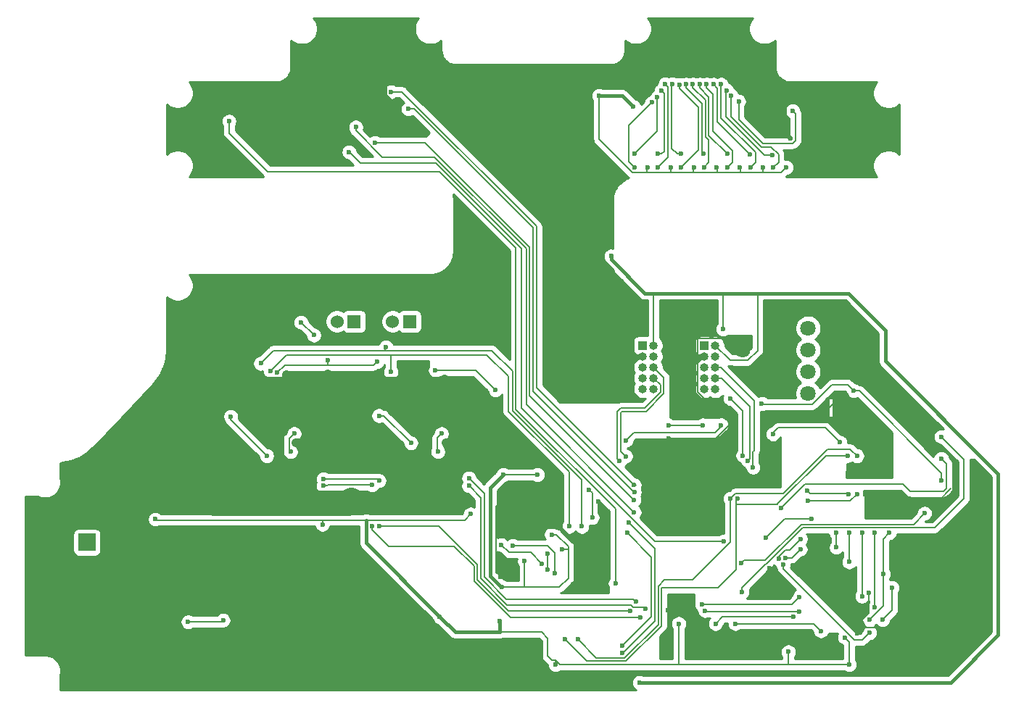
<source format=gbl>
G04 #@! TF.GenerationSoftware,KiCad,Pcbnew,(5.1.6)-1*
G04 #@! TF.CreationDate,2021-05-13T14:20:42+09:00*
G04 #@! TF.ProjectId,MainBoard_v1,4d61696e-426f-4617-9264-5f76312e6b69,rev?*
G04 #@! TF.SameCoordinates,Original*
G04 #@! TF.FileFunction,Copper,L2,Bot*
G04 #@! TF.FilePolarity,Positive*
%FSLAX46Y46*%
G04 Gerber Fmt 4.6, Leading zero omitted, Abs format (unit mm)*
G04 Created by KiCad (PCBNEW (5.1.6)-1) date 2021-05-13 14:20:42*
%MOMM*%
%LPD*%
G01*
G04 APERTURE LIST*
G04 #@! TA.AperFunction,ComponentPad*
%ADD10C,0.210000*%
G04 #@! TD*
G04 #@! TA.AperFunction,ComponentPad*
%ADD11R,2.000000X2.000000*%
G04 #@! TD*
G04 #@! TA.AperFunction,ComponentPad*
%ADD12C,2.000000*%
G04 #@! TD*
G04 #@! TA.AperFunction,ComponentPad*
%ADD13R,1.000000X1.000000*%
G04 #@! TD*
G04 #@! TA.AperFunction,ComponentPad*
%ADD14O,1.000000X1.000000*%
G04 #@! TD*
G04 #@! TA.AperFunction,ComponentPad*
%ADD15R,1.524000X1.524000*%
G04 #@! TD*
G04 #@! TA.AperFunction,ComponentPad*
%ADD16C,1.524000*%
G04 #@! TD*
G04 #@! TA.AperFunction,ComponentPad*
%ADD17C,1.800000*%
G04 #@! TD*
G04 #@! TA.AperFunction,ViaPad*
%ADD18C,0.600000*%
G04 #@! TD*
G04 #@! TA.AperFunction,Conductor*
%ADD19C,1.000000*%
G04 #@! TD*
G04 #@! TA.AperFunction,Conductor*
%ADD20C,3.000000*%
G04 #@! TD*
G04 #@! TA.AperFunction,Conductor*
%ADD21C,0.200000*%
G04 #@! TD*
G04 #@! TA.AperFunction,Conductor*
%ADD22C,0.400000*%
G04 #@! TD*
G04 #@! TA.AperFunction,Conductor*
%ADD23C,0.500000*%
G04 #@! TD*
G04 #@! TA.AperFunction,Conductor*
%ADD24C,2.000000*%
G04 #@! TD*
G04 #@! TA.AperFunction,Conductor*
%ADD25C,0.254000*%
G04 #@! TD*
G04 APERTURE END LIST*
D10*
X103620000Y-126120000D03*
X104780000Y-126120000D03*
X104780000Y-127280000D03*
X103620000Y-127280000D03*
X104200000Y-126700000D03*
X115250000Y-111750000D03*
X117550000Y-111750000D03*
X115250000Y-114050000D03*
X117550000Y-114050000D03*
X116400000Y-112900000D03*
X132450000Y-111750000D03*
X134750000Y-111750000D03*
X132450000Y-114050000D03*
X134750000Y-114050000D03*
X133600000Y-112900000D03*
D11*
X92400000Y-120500000D03*
D12*
X92400000Y-118000000D03*
D13*
X157300000Y-97500000D03*
D14*
X158570000Y-97500000D03*
X157300000Y-98770000D03*
X158570000Y-98770000D03*
X157300000Y-100040000D03*
X158570000Y-100040000D03*
X157300000Y-101310000D03*
X158570000Y-101310000D03*
X157300000Y-102580000D03*
X158570000Y-102580000D03*
D13*
X164500000Y-97520000D03*
D14*
X165770000Y-97520000D03*
X164500000Y-98790000D03*
X165770000Y-98790000D03*
X164500000Y-100060000D03*
X165770000Y-100060000D03*
X164500000Y-101330000D03*
X165770000Y-101330000D03*
X164500000Y-102600000D03*
X165770000Y-102600000D03*
D15*
X123600000Y-94700000D03*
D16*
X121600000Y-94700000D03*
D17*
X168980000Y-98030000D03*
X176600000Y-103110000D03*
X176600000Y-95490000D03*
X176600000Y-98030000D03*
X176600000Y-100570000D03*
D15*
X130100000Y-94700000D03*
D16*
X128100000Y-94700000D03*
D18*
X126300000Y-101400000D03*
X129400000Y-100600000D03*
X112600000Y-101700000D03*
X115700000Y-101700000D03*
X115700000Y-100900000D03*
X120550014Y-100800000D03*
X120549978Y-102200000D03*
X118500000Y-109800000D03*
X118500000Y-108900000D03*
X117700000Y-108900000D03*
X116800000Y-108900000D03*
X135100000Y-108900000D03*
X134300000Y-108900000D03*
X136000000Y-108900000D03*
X135100000Y-109599999D03*
X106900000Y-115600000D03*
X124200000Y-115400014D03*
X129400000Y-101400000D03*
X137250000Y-102500000D03*
X134200000Y-101400000D03*
X183700000Y-126400000D03*
X156850000Y-108600000D03*
X160300000Y-108350000D03*
X172100000Y-126350000D03*
X140700000Y-115800000D03*
X145100000Y-119600000D03*
X150250000Y-119900000D03*
X160200000Y-128400000D03*
X160300000Y-132100000D03*
X186400000Y-117600000D03*
X167500000Y-105600000D03*
X165050004Y-108699996D03*
X173850008Y-68100008D03*
X172123513Y-123481649D03*
X173100000Y-113500000D03*
X183299980Y-114862500D03*
X179900000Y-104000000D03*
X172500000Y-106350000D03*
X171700000Y-110150000D03*
X182300004Y-131149996D03*
X188000000Y-129550000D03*
X174549994Y-73300006D03*
X169500000Y-70300000D03*
X119400000Y-125900000D03*
X119500000Y-135800000D03*
X113800000Y-124900000D03*
X113800000Y-135700000D03*
X140700000Y-124500000D03*
X129370000Y-64780000D03*
X128927907Y-68872093D03*
X118350000Y-67500000D03*
X196000000Y-111800000D03*
X167700000Y-100100000D03*
X181900000Y-112300000D03*
X141500000Y-98300000D03*
X135600000Y-80700000D03*
X131900000Y-72600000D03*
X111700000Y-77400000D03*
X148500000Y-126200000D03*
X179400000Y-135800000D03*
X168350000Y-135850000D03*
X153600000Y-66900000D03*
X121200000Y-60500000D03*
X129000000Y-60600000D03*
X133600000Y-64100000D03*
X164200000Y-131200000D03*
X170400000Y-132000000D03*
X176600000Y-132100000D03*
X179800000Y-132600000D03*
X106950000Y-128250000D03*
X132300000Y-96200000D03*
X125700000Y-96600000D03*
X128600000Y-66450000D03*
X188800000Y-115800000D03*
X152150000Y-115700000D03*
X191800000Y-121200000D03*
X196650000Y-121250000D03*
X196650000Y-127450000D03*
X191700000Y-127150000D03*
X196400000Y-116250000D03*
X188700000Y-105250000D03*
X184250000Y-101250000D03*
X184150000Y-96900000D03*
X180537500Y-92762500D03*
X174400000Y-95850000D03*
X172200000Y-101700000D03*
X155000000Y-102050000D03*
X154950000Y-95550000D03*
X154800000Y-90000000D03*
X162000000Y-93750000D03*
X136700000Y-68750000D03*
X142950000Y-68600000D03*
X143000000Y-75700000D03*
X115600000Y-73150000D03*
X103950000Y-71900000D03*
X112050000Y-68350000D03*
X121400000Y-63500000D03*
X137500000Y-89250000D03*
X121750000Y-91000000D03*
X130050000Y-90800000D03*
X108700000Y-90850000D03*
X103700000Y-94800000D03*
X108800000Y-94650000D03*
X103800000Y-101650000D03*
X98750000Y-107700000D03*
X94400000Y-113300000D03*
X88175000Y-119125000D03*
X87339999Y-131600001D03*
X93300000Y-135800000D03*
X100350000Y-135800000D03*
X107000000Y-135800000D03*
X125900000Y-135800000D03*
X131850000Y-135800000D03*
X137100000Y-135800000D03*
X150900000Y-136500000D03*
X125900000Y-126950000D03*
X188100000Y-134150000D03*
X193000000Y-134200000D03*
X140850000Y-110750000D03*
X176900000Y-69300000D03*
X93750000Y-124300000D03*
X97475000Y-116225000D03*
X125600000Y-123200000D03*
X122300000Y-125800000D03*
X126100000Y-109400000D03*
X120900000Y-111700000D03*
X123800000Y-118900000D03*
X137900000Y-111700000D03*
X120650000Y-116750000D03*
X126000000Y-112000000D03*
X171200000Y-104300000D03*
X181950000Y-102800000D03*
X192150000Y-113239986D03*
X133100000Y-100400000D03*
X140100000Y-102700000D03*
X104225002Y-129800000D03*
X108300000Y-129600000D03*
X156900000Y-136900000D03*
X166650000Y-95600000D03*
X153600175Y-87069662D03*
X147900000Y-121300000D03*
X100400000Y-117800000D03*
X137200000Y-117200000D03*
X119900000Y-118400000D03*
X114600000Y-100700000D03*
X126300034Y-99400000D03*
X120500000Y-99199999D03*
X146650000Y-119600000D03*
X133600002Y-129200000D03*
X143500000Y-122700000D03*
X161500000Y-130000000D03*
X174300000Y-133300000D03*
X185400000Y-124200000D03*
X147100000Y-134800000D03*
X165800000Y-130000000D03*
X174900000Y-129200000D03*
X186100000Y-119400021D03*
X145000000Y-112600000D03*
X166450000Y-106800000D03*
X140600000Y-129700000D03*
X152199990Y-68300000D03*
X155350000Y-108599976D03*
X172500000Y-107850000D03*
X180300000Y-108800000D03*
X183800000Y-129550000D03*
X180875728Y-131624272D03*
X181400000Y-134800000D03*
X156200000Y-69600000D03*
X174050000Y-76700000D03*
X171350000Y-76700000D03*
X168650000Y-76700000D03*
X165950000Y-76700000D03*
X163250000Y-76700000D03*
X160550000Y-76700000D03*
X157850000Y-76700000D03*
X140818402Y-125700010D03*
X141000000Y-112599988D03*
X156300000Y-113799992D03*
X127920280Y-67864466D03*
X156300000Y-117000000D03*
X123800000Y-72000000D03*
X166775728Y-120375728D03*
X123000000Y-74900000D03*
X156330576Y-114647730D03*
X129935534Y-69879720D03*
X156289160Y-115537690D03*
X126012133Y-73787867D03*
X168100000Y-130000000D03*
X178100000Y-130850000D03*
X173192659Y-122421585D03*
X175710844Y-120110844D03*
X175700009Y-121300009D03*
X173984438Y-122307109D03*
X179900000Y-121100000D03*
X179900000Y-119400021D03*
X181400000Y-122800000D03*
X181400000Y-119400021D03*
X186400000Y-125800000D03*
X185300000Y-129550000D03*
X175600000Y-126900000D03*
X164186952Y-127776534D03*
X182900000Y-126800000D03*
X182900000Y-119400021D03*
X184400000Y-128100000D03*
X184400000Y-119400021D03*
X175600000Y-128600000D03*
X164575728Y-128475728D03*
X176544129Y-115685926D03*
X182300000Y-114862500D03*
X176500000Y-114500000D03*
X181300000Y-114862500D03*
X168800010Y-122900000D03*
X190200000Y-117100000D03*
X168900000Y-126300000D03*
X192149987Y-108159987D03*
X173425788Y-116522761D03*
X192150000Y-110699984D03*
X173699733Y-123109354D03*
X183800000Y-131049986D03*
X149700000Y-131850000D03*
X167500000Y-115400000D03*
X182300000Y-110399996D03*
X148200000Y-131850000D03*
X168374277Y-115374267D03*
X181225728Y-110374272D03*
X154100000Y-125300000D03*
X109000000Y-71300000D03*
X168990838Y-110356450D03*
X167500000Y-103700000D03*
X113829762Y-100483776D03*
X127900000Y-100600016D03*
X148700000Y-118649978D03*
X112700000Y-99600000D03*
X127324272Y-97700010D03*
X150200000Y-118650016D03*
X154574272Y-111025728D03*
X155298718Y-110451196D03*
X169570734Y-110956633D03*
X170170744Y-111730724D03*
X156350000Y-76700000D03*
X158385414Y-69112155D03*
X156350006Y-75100000D03*
X159000000Y-68499986D03*
X159050000Y-75100000D03*
X159455980Y-67762850D03*
X159050000Y-76700000D03*
X159914941Y-66964592D03*
X161750000Y-75100000D03*
X160759087Y-66960188D03*
X161750000Y-76700000D03*
X161557338Y-67013244D03*
X164399978Y-75100000D03*
X162357208Y-66998152D03*
X164450000Y-76700000D03*
X163157217Y-67000184D03*
X167149998Y-75100000D03*
X163957228Y-66999989D03*
X167150000Y-76700000D03*
X164757235Y-67002735D03*
X169800727Y-75149271D03*
X165557241Y-66999796D03*
X169850000Y-76700000D03*
X166450192Y-67000000D03*
X172400728Y-75249272D03*
X167125608Y-67706462D03*
X172550000Y-76700000D03*
X167640481Y-68318773D03*
X151400000Y-117599979D03*
X151042878Y-114357122D03*
X142100000Y-120900000D03*
X147000000Y-124099990D03*
X145500000Y-123000000D03*
X140800000Y-120800000D03*
X146200000Y-123700000D03*
X146200000Y-121800000D03*
X154900008Y-133400020D03*
X155664820Y-118213364D03*
X154900000Y-132600009D03*
X155500115Y-119413375D03*
X171700000Y-120000000D03*
X177000000Y-117800000D03*
X126499996Y-105700000D03*
X130237058Y-108885602D03*
X133800000Y-107800000D03*
X133382004Y-109914137D03*
X113400004Y-110400000D03*
X109200000Y-105800000D03*
X116600000Y-107800000D03*
X116182002Y-109914138D03*
X137000000Y-113900000D03*
X157600000Y-128300000D03*
X137000000Y-113000000D03*
X156482592Y-127453137D03*
X120000000Y-113900000D03*
X125700000Y-113800000D03*
X125700000Y-118600000D03*
X157000000Y-129300000D03*
X120000000Y-113100000D03*
X126500000Y-113300000D03*
X126500000Y-118600000D03*
X155799409Y-128504628D03*
X160300000Y-106850000D03*
X164300000Y-106800000D03*
X118900004Y-96300000D03*
X117400000Y-94800000D03*
X168500000Y-69000000D03*
X174800000Y-70100000D03*
D19*
X129400000Y-101400000D02*
X129400000Y-101400000D01*
X115300000Y-101700000D02*
X112600000Y-101700000D01*
X115700000Y-101700000D02*
X115300000Y-101700000D01*
X115700000Y-101700000D02*
X115700000Y-100900000D01*
X120550000Y-101950000D02*
X120550000Y-100800000D01*
X120049978Y-101700000D02*
X120549978Y-102200000D01*
X113900000Y-115400000D02*
X116400000Y-112900000D01*
X118500000Y-109800000D02*
X118500000Y-108900000D01*
X118500000Y-108800000D02*
X118400000Y-108800000D01*
X118500000Y-108900000D02*
X118400000Y-108800000D01*
X118500000Y-108900000D02*
X117700000Y-108900000D01*
X118500000Y-108900000D02*
X118500000Y-108900000D01*
X117700000Y-108900000D02*
X116800000Y-108900000D01*
X116800000Y-108900000D02*
X116800000Y-108900000D01*
X118500000Y-110800000D02*
X118500000Y-109800000D01*
X116400000Y-112900000D02*
X118500000Y-110800000D01*
X132450000Y-114050000D02*
X134750000Y-111750000D01*
X135100000Y-111400000D02*
X135100000Y-108900000D01*
X134750000Y-111750000D02*
X135100000Y-111400000D01*
X135100000Y-108900000D02*
X134300000Y-108900000D01*
X135100000Y-108900000D02*
X136000000Y-108900000D01*
D20*
X103500000Y-115600000D02*
X106900000Y-115600000D01*
D19*
X124200000Y-115400014D02*
X124200000Y-115400014D01*
X131099986Y-115400014D02*
X132450000Y-114050000D01*
X124200000Y-115400014D02*
X131099986Y-115400014D01*
D20*
X98500000Y-115600000D02*
X104200000Y-115600000D01*
D19*
X112600000Y-101700000D02*
X110900000Y-101700000D01*
X118500000Y-108900000D02*
X118500000Y-101700000D01*
X115700000Y-101700000D02*
X118500000Y-101700000D01*
X118500000Y-101700000D02*
X120049978Y-101700000D01*
D20*
X98100000Y-115600000D02*
X98700000Y-115600000D01*
X94800000Y-118000000D02*
X95700000Y-118000000D01*
X95700000Y-118000000D02*
X97475000Y-116225000D01*
D19*
X129400000Y-101400000D02*
X129400000Y-100600000D01*
D20*
X106900000Y-115600000D02*
X107200001Y-115900001D01*
X122899999Y-115900001D02*
X123200000Y-115600000D01*
X107200001Y-115900001D02*
X122899999Y-115900001D01*
D19*
X129400000Y-101400000D02*
X129099999Y-101700001D01*
X127199998Y-101700000D02*
X127199999Y-101700001D01*
X125400000Y-101700000D02*
X126000001Y-101699999D01*
X125400000Y-101700000D02*
X127199998Y-101700000D01*
X120049978Y-101700000D02*
X125400000Y-101700000D01*
X127199999Y-101700001D02*
X126600001Y-101700001D01*
X129400000Y-101400000D02*
X129700000Y-101700000D01*
X133900000Y-101700000D02*
X134200000Y-101400000D01*
X129700000Y-101700000D02*
X133900000Y-101700000D01*
X134200000Y-101400000D02*
X134500000Y-101700000D01*
X136450000Y-101700000D02*
X137250000Y-102500000D01*
X134500000Y-101700000D02*
X136450000Y-101700000D01*
X136449999Y-101700001D02*
X136450000Y-101700000D01*
X128300001Y-101700001D02*
X136449999Y-101700001D01*
X128300001Y-101700001D02*
X127199999Y-101700001D01*
X129099999Y-101700001D02*
X128300001Y-101700001D01*
D21*
X156850000Y-108600000D02*
X160050000Y-108600000D01*
X160050000Y-108600000D02*
X160300000Y-108350000D01*
X140199999Y-116300001D02*
X140700000Y-115800000D01*
X144675735Y-119599999D02*
X140199999Y-119599999D01*
X145100000Y-119600000D02*
X144675735Y-119599999D01*
X140199999Y-119599999D02*
X140199999Y-116300001D01*
X145100000Y-119600000D02*
X145800000Y-118900000D01*
X148861998Y-119900000D02*
X150250000Y-119900000D01*
X147861998Y-118900000D02*
X148861998Y-119900000D01*
X145800000Y-118900000D02*
X147861998Y-118900000D01*
X160200000Y-128400000D02*
X160200000Y-132000000D01*
X160200000Y-132000000D02*
X160300000Y-132100000D01*
X167500000Y-106638002D02*
X165788002Y-108350000D01*
X167500000Y-105600000D02*
X167500000Y-106638002D01*
X165788002Y-108350000D02*
X165050000Y-108350000D01*
X165050000Y-108350000D02*
X160300000Y-108350000D01*
X165050000Y-108350000D02*
X165050000Y-108699992D01*
X165050000Y-108699992D02*
X165050004Y-108699996D01*
X163790000Y-98790000D02*
X164500000Y-98790000D01*
X163699999Y-98699999D02*
X163790000Y-98790000D01*
X163759999Y-96719999D02*
X163699999Y-96779999D01*
X167669999Y-96719999D02*
X163759999Y-96719999D01*
X163699999Y-96779999D02*
X163699999Y-98699999D01*
X168980000Y-98030000D02*
X167669999Y-96719999D01*
X166315998Y-105600000D02*
X167500000Y-105600000D01*
X163699999Y-102984001D02*
X166315998Y-105600000D01*
X163699999Y-99590001D02*
X163699999Y-102984001D01*
X164500000Y-98790000D02*
X163699999Y-99590001D01*
X172100000Y-123505162D02*
X172123513Y-123481649D01*
X172100000Y-126350000D02*
X172100000Y-123505162D01*
X173100000Y-113500000D02*
X171700000Y-112100000D01*
X183662500Y-114862500D02*
X183299980Y-114862500D01*
X186400000Y-117600000D02*
X183662500Y-114862500D01*
D22*
X155670000Y-98770000D02*
X155600000Y-98700000D01*
X157300000Y-98770000D02*
X155670000Y-98770000D01*
D21*
X186400000Y-117600000D02*
X188200000Y-115800000D01*
X191743700Y-115800000D02*
X193300000Y-114243700D01*
X188200000Y-115800000D02*
X188800000Y-115800000D01*
X171700000Y-107150000D02*
X172500000Y-106350000D01*
X177550000Y-106350000D02*
X179900000Y-104000000D01*
X172500000Y-106350000D02*
X177550000Y-106350000D01*
X171700000Y-112100000D02*
X171700000Y-110150000D01*
X171700000Y-110150000D02*
X171700000Y-107150000D01*
X183700000Y-128761998D02*
X182300004Y-130161994D01*
X183700000Y-126400000D02*
X183700000Y-128761998D01*
X182300004Y-130161994D02*
X182300004Y-131149996D01*
X183000015Y-130449985D02*
X182300004Y-131149996D01*
X187100015Y-130449985D02*
X183000015Y-130449985D01*
X188000000Y-129550000D02*
X187100015Y-130449985D01*
D23*
X173850008Y-72600020D02*
X174549994Y-73300006D01*
X173850008Y-68100008D02*
X173850008Y-72600020D01*
D21*
X171699992Y-68100008D02*
X173850008Y-68100008D01*
X169500000Y-70300000D02*
X171699992Y-68100008D01*
D22*
X170530000Y-64780000D02*
X173850008Y-68100008D01*
X152620000Y-64780000D02*
X170530000Y-64780000D01*
X119400000Y-125900000D02*
X119400000Y-135700000D01*
X119400000Y-135700000D02*
X119500000Y-135800000D01*
X113800000Y-124900000D02*
X113800000Y-135700000D01*
D21*
X140199999Y-119599999D02*
X140199999Y-123999999D01*
X140199999Y-123999999D02*
X140400001Y-124200001D01*
X140400001Y-124200001D02*
X140700000Y-124500000D01*
D22*
X127891905Y-68872093D02*
X128927907Y-68872093D01*
X127220279Y-68200467D02*
X127891905Y-68872093D01*
X129370000Y-64780000D02*
X127220279Y-66929721D01*
X118770279Y-67920279D02*
X118350000Y-67500000D01*
X127220279Y-67920279D02*
X118770279Y-67920279D01*
X127220279Y-67920279D02*
X127220279Y-68200467D01*
X127220279Y-66929721D02*
X127220279Y-67920279D01*
D23*
X149000000Y-84000000D02*
X149000000Y-64900000D01*
X153800000Y-88800000D02*
X149000000Y-84000000D01*
X155600000Y-98700000D02*
X153800000Y-96900000D01*
X153800000Y-96900000D02*
X153800000Y-88800000D01*
D22*
X129370000Y-64780000D02*
X152620000Y-64780000D01*
D21*
X188800000Y-115800000D02*
X191743700Y-115800000D01*
D20*
X97475000Y-116225000D02*
X98100000Y-115600000D01*
D24*
X92400000Y-118000000D02*
X95700000Y-118000000D01*
D21*
X182550000Y-102800000D02*
X192150000Y-112400000D01*
X192150000Y-112400000D02*
X192150000Y-113239986D01*
X181950000Y-102800000D02*
X182550000Y-102800000D01*
X181250000Y-102100000D02*
X181950000Y-102800000D01*
X179400000Y-102100000D02*
X181250000Y-102100000D01*
X171200000Y-104300000D02*
X171300000Y-104400000D01*
X177100000Y-104400000D02*
X179400000Y-102100000D01*
X171300000Y-104400000D02*
X177100000Y-104400000D01*
X137800000Y-100400000D02*
X140100000Y-102700000D01*
X133100000Y-100400000D02*
X137800000Y-100400000D01*
X104225002Y-129800000D02*
X108100000Y-129800000D01*
X108100000Y-129800000D02*
X108300000Y-129600000D01*
D22*
X170177106Y-91400000D02*
X169800000Y-91400000D01*
D21*
X169556001Y-99230001D02*
X170700000Y-98086002D01*
X165770000Y-97520000D02*
X167480001Y-99230001D01*
X167480001Y-99230001D02*
X169556001Y-99230001D01*
X170700000Y-98086002D02*
X170700000Y-91400000D01*
D22*
X170700000Y-91400000D02*
X169800000Y-91400000D01*
D21*
X158570000Y-97500000D02*
X158570000Y-91530000D01*
X158570000Y-91530000D02*
X158700000Y-91400000D01*
X166700000Y-91400000D02*
X166700000Y-95550000D01*
X166700000Y-95550000D02*
X166650000Y-95600000D01*
D22*
X166700000Y-91400000D02*
X158700000Y-91400000D01*
X169800000Y-91400000D02*
X166700000Y-91400000D01*
X157506249Y-91400000D02*
X153600175Y-87493926D01*
X153600175Y-87493926D02*
X153600175Y-87069662D01*
X158700000Y-91400000D02*
X157506249Y-91400000D01*
X181300000Y-91400000D02*
X170700000Y-91400000D01*
X193250000Y-136900000D02*
X198800000Y-131350000D01*
X185635540Y-95735540D02*
X181300000Y-91400000D01*
X198800000Y-131350000D02*
X198800000Y-112500000D01*
X198800000Y-112500000D02*
X185635540Y-99335540D01*
X156900000Y-136900000D02*
X193250000Y-136900000D01*
X185635540Y-99335540D02*
X185635540Y-95735540D01*
D21*
X120324264Y-117900011D02*
X119900000Y-117900011D01*
X137200000Y-117200000D02*
X136499989Y-117900011D01*
X110700000Y-117900000D02*
X113500000Y-117900000D01*
X119475736Y-117900011D02*
X119900000Y-117900011D01*
X113300000Y-117900000D02*
X113300011Y-117900011D01*
X113300011Y-117900011D02*
X119475736Y-117900011D01*
X100500000Y-117900000D02*
X100400000Y-117800000D01*
X110700000Y-117900000D02*
X100500000Y-117900000D01*
X120500000Y-99800000D02*
X115500000Y-99800000D01*
X115500000Y-99800000D02*
X114600000Y-100700000D01*
X120500000Y-99800000D02*
X125900034Y-99800000D01*
X125900034Y-99800000D02*
X126300034Y-99400000D01*
X120500000Y-99199999D02*
X120500000Y-99800000D01*
X119900000Y-118400000D02*
X119900000Y-117900011D01*
X148600000Y-121300000D02*
X147900000Y-121300000D01*
X147200000Y-119600000D02*
X146650000Y-119600000D01*
X148600000Y-121300000D02*
X148600000Y-121000000D01*
X148600000Y-121000000D02*
X147200000Y-119600000D01*
D22*
X133600002Y-129200000D02*
X135400002Y-131000000D01*
D21*
X161500000Y-134800000D02*
X161500000Y-130000000D01*
X147100000Y-134800000D02*
X147100000Y-134300000D01*
X165800000Y-130000000D02*
X166600000Y-129200000D01*
X166600000Y-129200000D02*
X174900000Y-129200000D01*
X185400000Y-124200000D02*
X185400000Y-120100021D01*
X185400000Y-120100021D02*
X186100000Y-119400021D01*
D22*
X140600000Y-131000000D02*
X140600000Y-129700000D01*
X135400002Y-131000000D02*
X140600000Y-131000000D01*
D21*
X146200000Y-133800000D02*
X146700000Y-134300000D01*
X140600000Y-131000000D02*
X145500000Y-131000000D01*
X146700000Y-134300000D02*
X147100000Y-134300000D01*
X146200000Y-131700000D02*
X146200000Y-133800000D01*
X145500000Y-131000000D02*
X146200000Y-131700000D01*
X143500000Y-125600000D02*
X143569872Y-125669872D01*
X143500000Y-122700000D02*
X143500000Y-125600000D01*
D23*
X152300000Y-68300000D02*
X152199990Y-68300000D01*
D21*
X166450000Y-106800000D02*
X166450000Y-107000000D01*
X156249976Y-107700000D02*
X155350000Y-108599976D01*
X166450000Y-107000000D02*
X165750000Y-107700000D01*
X165750000Y-107700000D02*
X156249976Y-107700000D01*
X172500000Y-107727026D02*
X172500000Y-107850000D01*
X173111978Y-107115048D02*
X172500000Y-107727026D01*
X178615048Y-107115048D02*
X173111978Y-107115048D01*
X180300000Y-108800000D02*
X178615048Y-107115048D01*
X185400000Y-127950000D02*
X185400000Y-124200000D01*
X183800000Y-129550000D02*
X185400000Y-127950000D01*
X181400000Y-132148544D02*
X180875728Y-131624272D01*
X181400000Y-134800000D02*
X181400000Y-134800000D01*
X174300000Y-134800010D02*
X174300000Y-133300000D01*
X155519406Y-134800024D02*
X181399976Y-134800024D01*
X155519387Y-134800043D02*
X155519406Y-134800024D01*
X147100000Y-134300000D02*
X147600043Y-134800043D01*
X181399976Y-134800024D02*
X181400000Y-134800000D01*
X147600043Y-134800043D02*
X155519387Y-134800043D01*
X181400000Y-134800000D02*
X181400000Y-132148544D01*
D22*
X152199990Y-68300000D02*
X154900000Y-68300000D01*
X154900000Y-68300000D02*
X156200000Y-69600000D01*
D21*
X152199990Y-73437992D02*
X156061999Y-77300001D01*
X173449999Y-77300001D02*
X174050000Y-76700000D01*
X152199990Y-68300000D02*
X152199990Y-73437992D01*
X171300001Y-77300001D02*
X171300001Y-76749999D01*
X171300001Y-77300001D02*
X173449999Y-77300001D01*
X171300001Y-76749999D02*
X171350000Y-76700000D01*
X168700001Y-76750001D02*
X168650000Y-76700000D01*
X168700001Y-77300001D02*
X168700001Y-76750001D01*
X168700001Y-77300001D02*
X171300001Y-77300001D01*
X165999999Y-77300001D02*
X165999999Y-76749999D01*
X165999999Y-77300001D02*
X168700001Y-77300001D01*
X165999999Y-76749999D02*
X165950000Y-76700000D01*
X163200001Y-76749999D02*
X163250000Y-76700000D01*
X163200001Y-77300001D02*
X163200001Y-76749999D01*
X163200001Y-77300001D02*
X165999999Y-77300001D01*
X160600001Y-76750001D02*
X160550000Y-76700000D01*
X160600001Y-77300001D02*
X160600001Y-76750001D01*
X160600001Y-77300001D02*
X163200001Y-77300001D01*
X157799999Y-77300001D02*
X157799999Y-76750001D01*
X157799999Y-76750001D02*
X157850000Y-76700000D01*
X157799999Y-77300001D02*
X160600001Y-77300001D01*
X156061999Y-77300001D02*
X157799999Y-77300001D01*
X141242666Y-125700010D02*
X140818402Y-125700010D01*
X143569872Y-125669872D02*
X143539734Y-125700010D01*
D22*
X124999999Y-117900021D02*
X124999989Y-117900011D01*
X124999999Y-120599997D02*
X124999999Y-117900021D01*
X133600002Y-129200000D02*
X124999999Y-120599997D01*
D21*
X136499989Y-117900011D02*
X124999989Y-117900011D01*
X124999989Y-117900011D02*
X120324264Y-117900011D01*
X148600000Y-121300000D02*
X148600000Y-124669872D01*
X143600000Y-125700000D02*
X143569872Y-125669872D01*
X148600000Y-124669872D02*
X147569872Y-125700000D01*
X143899990Y-125700010D02*
X143900000Y-125700000D01*
X143300010Y-125700010D02*
X143899990Y-125700010D01*
X143539734Y-125700010D02*
X143300010Y-125700010D01*
X143300010Y-125700010D02*
X141242666Y-125700010D01*
X147569872Y-125700000D02*
X143900000Y-125700000D01*
X143900000Y-125700000D02*
X143600000Y-125700000D01*
D22*
X139499999Y-124411725D02*
X139499999Y-114099989D01*
X141000000Y-112500000D02*
X141000000Y-112599988D01*
X140788274Y-125700000D02*
X139499999Y-124411725D01*
D21*
X141000012Y-112600000D02*
X141000000Y-112599988D01*
X145000000Y-112600000D02*
X141000012Y-112600000D01*
D22*
X139499999Y-114099989D02*
X141000000Y-112599988D01*
D21*
X156499992Y-113799992D02*
X156300000Y-113799992D01*
X144900000Y-83600000D02*
X144900000Y-102399992D01*
X127920280Y-67864466D02*
X129164466Y-67864466D01*
X144900000Y-102399992D02*
X156300000Y-113799992D01*
X129164466Y-67864466D02*
X144900000Y-83600000D01*
X126875747Y-75500011D02*
X123800000Y-72424264D01*
X133000011Y-75500011D02*
X126875747Y-75500011D01*
X156300000Y-117000000D02*
X143699967Y-104399967D01*
X123800000Y-72424264D02*
X123800000Y-72000000D01*
X143699967Y-86199967D02*
X133000011Y-75500011D01*
X143699967Y-104399967D02*
X143699967Y-86199967D01*
X123299999Y-75199999D02*
X123000000Y-74900000D01*
X143100000Y-86165700D02*
X133134322Y-76200022D01*
X124300022Y-76200022D02*
X123299999Y-75199999D01*
X143100000Y-104800000D02*
X143100000Y-86165700D01*
X158675728Y-120375728D02*
X143100000Y-104800000D01*
X166775728Y-120375728D02*
X158675728Y-120375728D01*
X133134322Y-76200022D02*
X124300022Y-76200022D01*
X144499989Y-83765689D02*
X130614020Y-69879720D01*
X156247729Y-114647730D02*
X144499989Y-102899990D01*
X144499989Y-102899990D02*
X144499989Y-83765689D01*
X130614020Y-69879720D02*
X129935534Y-69879720D01*
X156330576Y-114647730D02*
X156247729Y-114647730D01*
X126436397Y-73787867D02*
X126012133Y-73787867D01*
X131887867Y-73787867D02*
X126436397Y-73787867D01*
X144099978Y-85999978D02*
X131887867Y-73787867D01*
X156289160Y-115537690D02*
X144099978Y-103348508D01*
X144099978Y-103348508D02*
X144099978Y-85999978D01*
X168100000Y-130000000D02*
X177250000Y-130000000D01*
X177250000Y-130000000D02*
X178100000Y-130850000D01*
X174465117Y-121396032D02*
X175710844Y-120150305D01*
X175710844Y-120150305D02*
X175710844Y-120110844D01*
X173192659Y-122421585D02*
X173192659Y-122192443D01*
X173989070Y-121396032D02*
X174465117Y-121396032D01*
X173192659Y-122192443D02*
X173989070Y-121396032D01*
X175700009Y-121300009D02*
X174692909Y-122307109D01*
X174692909Y-122307109D02*
X173984438Y-122307109D01*
X179900000Y-121100000D02*
X179900000Y-119400021D01*
X181400000Y-122800000D02*
X181400000Y-119400021D01*
X186400000Y-125800000D02*
X186400000Y-128450000D01*
X186400000Y-128450000D02*
X185300000Y-129550000D01*
X174723466Y-127776534D02*
X164186952Y-127776534D01*
X175600000Y-126900000D02*
X174723466Y-127776534D01*
X182900000Y-126800000D02*
X182900000Y-119400021D01*
X184400000Y-128100000D02*
X184400000Y-119400021D01*
X164700000Y-128600000D02*
X164575728Y-128475728D01*
X175600000Y-128600000D02*
X164700000Y-128600000D01*
D23*
X92200000Y-120700000D02*
X92400000Y-120500000D01*
D21*
X181476574Y-115685926D02*
X182300000Y-114862500D01*
X176544129Y-115685926D02*
X181476574Y-115685926D01*
X176825735Y-114825735D02*
X176500000Y-114500000D01*
X176825735Y-114825735D02*
X181263235Y-114825735D01*
X181263235Y-114825735D02*
X181300000Y-114862500D01*
X168800010Y-122900000D02*
X169100009Y-122600001D01*
X171599999Y-122600001D02*
X175800000Y-118400000D01*
X169100009Y-122600001D02*
X171599999Y-122600001D01*
X175800000Y-118400000D02*
X188900000Y-118400000D01*
X188900000Y-118400000D02*
X190200000Y-117100000D01*
X194800000Y-110810000D02*
X192149987Y-108159987D01*
X194800000Y-115400000D02*
X194800000Y-110810000D01*
X168900000Y-125765700D02*
X171665688Y-123000012D01*
X175965689Y-118800011D02*
X191399989Y-118800011D01*
X191399989Y-118800011D02*
X194800000Y-115400000D01*
X168900000Y-126300000D02*
X168900000Y-125765700D01*
X171665688Y-123000012D02*
X171765688Y-123000012D01*
X171765688Y-123000012D02*
X175965689Y-118800011D01*
X187700000Y-113700000D02*
X188540001Y-114540001D01*
X188540001Y-114540001D02*
X192438001Y-114540001D01*
X173425788Y-116522761D02*
X176248549Y-113700000D01*
X192750001Y-114228001D02*
X192750001Y-111299985D01*
X192750001Y-111299985D02*
X192150000Y-110699984D01*
X176248549Y-113700000D02*
X187700000Y-113700000D01*
X192438001Y-114540001D02*
X192750001Y-114228001D01*
X182949986Y-131900000D02*
X183800000Y-131049986D01*
X182000000Y-131900000D02*
X182949986Y-131900000D01*
X173699733Y-123599733D02*
X182000000Y-131900000D01*
X173699733Y-123109354D02*
X173699733Y-123599733D01*
X151850021Y-134000021D02*
X155188009Y-134000021D01*
X159100021Y-130088009D02*
X159100021Y-125634279D01*
X163100000Y-124900000D02*
X167500000Y-120500000D01*
X155188009Y-134000021D02*
X159100021Y-130088009D01*
X149700000Y-131850000D02*
X151850021Y-134000021D01*
X159100021Y-125634279D02*
X159834300Y-124900000D01*
X159834300Y-124900000D02*
X163100000Y-124900000D01*
X167500000Y-120500000D02*
X167500000Y-115400000D01*
X168125734Y-114774266D02*
X173725734Y-114774266D01*
X173725734Y-114774266D02*
X178899999Y-109600001D01*
X181500005Y-109600001D02*
X182300000Y-110399996D01*
X178899999Y-109600001D02*
X181500005Y-109600001D01*
X167500000Y-115400000D02*
X168125734Y-114774266D01*
X168200000Y-123665700D02*
X168200000Y-116700000D01*
X150750032Y-134400032D02*
X155353698Y-134400032D01*
X155353698Y-134400032D02*
X159500032Y-130253698D01*
X148200000Y-131850000D02*
X150750032Y-134400032D01*
X159500032Y-130253698D02*
X159500032Y-125799970D01*
X166065730Y-125799970D02*
X168200000Y-123665700D01*
X159500032Y-125799970D02*
X166065730Y-125799970D01*
X168200000Y-116700000D02*
X168200000Y-115548544D01*
X168200000Y-115548544D02*
X168374277Y-115374267D01*
X168200011Y-116100011D02*
X173000000Y-116100011D01*
X168200000Y-116100000D02*
X168200011Y-116100011D01*
X178691428Y-110374272D02*
X181225728Y-110374272D01*
X172965689Y-116100011D02*
X178691428Y-110374272D01*
X154100000Y-116565700D02*
X142500000Y-104965700D01*
X109000000Y-72700000D02*
X109000000Y-71300000D01*
X154100000Y-125300000D02*
X154100000Y-116565700D01*
X113500011Y-77200011D02*
X109000000Y-72700000D01*
X142500000Y-104965700D02*
X142500000Y-86131400D01*
X142500000Y-86131400D02*
X133568611Y-77200011D01*
X133568611Y-77200011D02*
X113500011Y-77200011D01*
X168990838Y-110356450D02*
X168990838Y-105190838D01*
X168990838Y-105190838D02*
X167500000Y-103700000D01*
X113829762Y-100483776D02*
X115713539Y-98599999D01*
X115713539Y-98599999D02*
X126788001Y-98599999D01*
X127900000Y-98599999D02*
X127900000Y-100600016D01*
X126788001Y-98599999D02*
X127900000Y-98599999D01*
X148700000Y-112297100D02*
X148700000Y-118649978D01*
X141600000Y-101100000D02*
X141600000Y-105197100D01*
X141600000Y-105197100D02*
X148700000Y-112297100D01*
X139100000Y-98600000D02*
X141600000Y-101100000D01*
X126788001Y-98599999D02*
X139100000Y-98600000D01*
X112700000Y-99600000D02*
X114200000Y-98100000D01*
X114200000Y-98100000D02*
X126900000Y-98100000D01*
X126900000Y-98100000D02*
X126900010Y-98100010D01*
X126900000Y-98100000D02*
X127200000Y-98100000D01*
X127200000Y-97824282D02*
X127324272Y-97700010D01*
X127200000Y-98100000D02*
X127200000Y-97824282D01*
X150200000Y-113231400D02*
X150200000Y-118650016D01*
X142099989Y-100499989D02*
X142099989Y-105131389D01*
X127200000Y-98100000D02*
X139700000Y-98100000D01*
X139700000Y-98100000D02*
X142099989Y-100499989D01*
X142099989Y-105131389D02*
X150200000Y-113231400D01*
X157534010Y-104799992D02*
X154734310Y-104799992D01*
X159370001Y-102110001D02*
X159370001Y-102964001D01*
X159370001Y-102964001D02*
X157534010Y-104799992D01*
X154734310Y-104799992D02*
X154274273Y-105260029D01*
X154274273Y-110725729D02*
X154574272Y-111025728D01*
X154274273Y-105260029D02*
X154274273Y-110725729D01*
X158570000Y-101310000D02*
X159370001Y-102110001D01*
X159770011Y-103129690D02*
X157699700Y-105200000D01*
X154749998Y-109902476D02*
X155298718Y-110451196D01*
X157699700Y-105200000D02*
X154900000Y-105200000D01*
X158570000Y-100040000D02*
X159770011Y-101240011D01*
X154749998Y-105350002D02*
X154749998Y-109902476D01*
X159770011Y-101240011D02*
X159770011Y-103129690D01*
X154900000Y-105200000D02*
X154749998Y-105350002D01*
X169770733Y-104623627D02*
X169770733Y-110756634D01*
X169770733Y-110756634D02*
X169570734Y-110956633D01*
X166477106Y-101330000D02*
X169770733Y-104623627D01*
X165770000Y-101330000D02*
X166477106Y-101330000D01*
X170170744Y-109929256D02*
X170170744Y-111730724D01*
X165810000Y-100100000D02*
X166400000Y-100100000D01*
X165770000Y-100060000D02*
X165810000Y-100100000D01*
X166400000Y-100100000D02*
X170300000Y-104000000D01*
X170300000Y-104000000D02*
X170300000Y-109800000D01*
X170300000Y-109800000D02*
X170170744Y-109929256D01*
X155700000Y-76050000D02*
X155700000Y-71797569D01*
X156350000Y-76700000D02*
X155700000Y-76050000D01*
X155700000Y-71797569D02*
X158385414Y-69112155D01*
X159000000Y-72450006D02*
X159000000Y-68499986D01*
X156350006Y-75100000D02*
X159000000Y-72450006D01*
X159799999Y-74800001D02*
X159799999Y-68106869D01*
X159500000Y-75100000D02*
X159799999Y-74800001D01*
X159799999Y-68106869D02*
X159455980Y-67762850D01*
X159050000Y-75100000D02*
X159500000Y-75100000D01*
X160214940Y-67264591D02*
X159914941Y-66964592D01*
X160214940Y-75535060D02*
X160214940Y-67264591D01*
X159050000Y-76700000D02*
X160214940Y-75535060D01*
X160700051Y-74500051D02*
X160700051Y-67019224D01*
X161750000Y-75100000D02*
X161300000Y-75100000D01*
X160700051Y-67019224D02*
X160759087Y-66960188D01*
X161300000Y-75100000D02*
X160700051Y-74500051D01*
X161557338Y-67437508D02*
X161557338Y-67013244D01*
X163782213Y-69662383D02*
X161557338Y-67437508D01*
X161750000Y-76700000D02*
X163782213Y-74667787D01*
X163782213Y-74667787D02*
X163782213Y-69662383D01*
X164199978Y-74900000D02*
X164199978Y-69265186D01*
X164199978Y-69265186D02*
X162357208Y-67422416D01*
X164399978Y-75100000D02*
X164199978Y-74900000D01*
X162357208Y-67422416D02*
X162357208Y-66998152D01*
X164599989Y-68867220D02*
X163157217Y-67424448D01*
X164450000Y-76700000D02*
X164999988Y-76150012D01*
X164999988Y-76150012D02*
X164999988Y-73515688D01*
X163157217Y-67424448D02*
X163157217Y-67000184D01*
X164999988Y-73515688D02*
X164599989Y-73115689D01*
X164599989Y-73115689D02*
X164599989Y-68867220D01*
X165000000Y-68467025D02*
X163957228Y-67424253D01*
X165000000Y-72950002D02*
X165000000Y-68467025D01*
X163957228Y-67424253D02*
X163957228Y-66999989D01*
X167149998Y-75100000D02*
X165000000Y-72950002D01*
X165499999Y-72499999D02*
X165499999Y-68169763D01*
X167150000Y-76700000D02*
X167750012Y-76099988D01*
X165499999Y-68169763D02*
X164757235Y-67426999D01*
X167750012Y-74750012D02*
X165499999Y-72499999D01*
X164757235Y-67426999D02*
X164757235Y-67002735D01*
X167750012Y-76099988D02*
X167750012Y-74750012D01*
X165999989Y-71348533D02*
X165999989Y-67442544D01*
X165999989Y-67442544D02*
X165557241Y-66999796D01*
X169800727Y-75149271D02*
X165999989Y-71348533D01*
X170450008Y-74950008D02*
X166450192Y-70950192D01*
X169850000Y-76700000D02*
X170450008Y-76099992D01*
X170450008Y-76099992D02*
X170450008Y-74950008D01*
X166450192Y-70950192D02*
X166450192Y-67000000D01*
X167024696Y-70756096D02*
X167024696Y-67807374D01*
X171517872Y-75249272D02*
X167024696Y-70756096D01*
X172400728Y-75249272D02*
X171517872Y-75249272D01*
X167024696Y-67807374D02*
X167125608Y-67706462D01*
X173150001Y-76099999D02*
X173150001Y-75150001D01*
X172300018Y-74300018D02*
X171134318Y-74300018D01*
X171134318Y-74300018D02*
X167640481Y-70806181D01*
X172550000Y-76700000D02*
X173150001Y-76099999D01*
X167640481Y-70806181D02*
X167640481Y-68318773D01*
X173150001Y-75150001D02*
X172300018Y-74300018D01*
X151400000Y-114714244D02*
X151042878Y-114357122D01*
X151400000Y-117599979D02*
X151400000Y-114714244D01*
X147000000Y-121711998D02*
X147000000Y-124099990D01*
X142100000Y-120900000D02*
X146188002Y-120900000D01*
X146188002Y-120900000D02*
X147000000Y-121711998D01*
X145500000Y-123000000D02*
X144200000Y-121700000D01*
X141700000Y-121700000D02*
X140800000Y-120800000D01*
X144200000Y-121700000D02*
X141700000Y-121700000D01*
X146200000Y-123700000D02*
X146200000Y-121800000D01*
X154900008Y-133400020D02*
X154900008Y-133400000D01*
X158700010Y-129688001D02*
X158700010Y-121248554D01*
X154988011Y-133400000D02*
X158700010Y-129688001D01*
X154900008Y-133400000D02*
X154988011Y-133400000D01*
X158700010Y-121248554D02*
X155664820Y-118213364D01*
X154900000Y-132600009D02*
X158300000Y-129200009D01*
X158300000Y-129200009D02*
X158300000Y-122213260D01*
X158300000Y-122213260D02*
X155500115Y-119413375D01*
X171700000Y-120000000D02*
X173900000Y-117800000D01*
X173900000Y-117800000D02*
X177000000Y-117800000D01*
X126499996Y-105700000D02*
X127051456Y-105700000D01*
X127051456Y-105700000D02*
X130237058Y-108885602D01*
X133300000Y-108300000D02*
X133800000Y-107800000D01*
X133382004Y-109914137D02*
X133300000Y-109832133D01*
X133300000Y-109832133D02*
X133300000Y-108300000D01*
X109200000Y-106199996D02*
X109200000Y-105800000D01*
X113400004Y-110400000D02*
X109200000Y-106199996D01*
X116600000Y-107800000D02*
X116000000Y-108400000D01*
X116000000Y-109732136D02*
X116182002Y-109914138D01*
X116000000Y-108400000D02*
X116000000Y-109732136D01*
X138399989Y-115299989D02*
X138399989Y-124735301D01*
X155941441Y-127799988D02*
X156194591Y-128053138D01*
X137000000Y-113900000D02*
X138399989Y-115299989D01*
X138399989Y-124735301D02*
X141464676Y-127799988D01*
X141464676Y-127799988D02*
X155941441Y-127799988D01*
X156194591Y-128053138D02*
X157353138Y-128053138D01*
X157353138Y-128053138D02*
X157600000Y-128300000D01*
X138800000Y-114800000D02*
X138800000Y-124569612D01*
X138800000Y-124569612D02*
X141383526Y-127153138D01*
X137000000Y-113000000D02*
X138800000Y-114800000D01*
X156182593Y-127153138D02*
X156482592Y-127453137D01*
X141383526Y-127153138D02*
X156182593Y-127153138D01*
X120524264Y-113800000D02*
X125700000Y-113800000D01*
X120000000Y-113900000D02*
X120424264Y-113900000D01*
X120424264Y-113900000D02*
X120524264Y-113800000D01*
X125700000Y-119024264D02*
X127675736Y-121000000D01*
X125700000Y-118600000D02*
X125700000Y-119024264D01*
X137599967Y-125066679D02*
X141833288Y-129300000D01*
X137599967Y-123297067D02*
X137599967Y-125066679D01*
X135302900Y-121000000D02*
X137599967Y-123297067D01*
X141833288Y-129300000D02*
X157000000Y-129300000D01*
X127675736Y-121000000D02*
X135302900Y-121000000D01*
X120000000Y-113100000D02*
X126300000Y-113100000D01*
X126300000Y-113100000D02*
X126500000Y-113300000D01*
X126500000Y-118600000D02*
X133468600Y-118600000D01*
X137999978Y-123131378D02*
X137999978Y-124900990D01*
X137999978Y-124900990D02*
X141603616Y-128504628D01*
X141603616Y-128504628D02*
X155799409Y-128504628D01*
X133468600Y-118600000D02*
X137999978Y-123131378D01*
X160350000Y-106800000D02*
X160300000Y-106850000D01*
X164300000Y-106800000D02*
X160350000Y-106800000D01*
X118900000Y-96300000D02*
X118900004Y-96300000D01*
X117400000Y-94800000D02*
X118900000Y-96300000D01*
X175149995Y-73588007D02*
X175149995Y-70449995D01*
X174837995Y-73900007D02*
X175149995Y-73588007D01*
X175149995Y-70449995D02*
X174800000Y-70100000D01*
X171300007Y-73900007D02*
X174837995Y-73900007D01*
X168500000Y-71100000D02*
X171300007Y-73900007D01*
X168500000Y-69000000D02*
X168500000Y-71100000D01*
D25*
G36*
X141765001Y-86435848D02*
G01*
X141765000Y-99125554D01*
X140245259Y-97605812D01*
X140222238Y-97577762D01*
X140110320Y-97485913D01*
X139982633Y-97417663D01*
X139844085Y-97375635D01*
X139736105Y-97365000D01*
X139700000Y-97361444D01*
X139663895Y-97365000D01*
X128197543Y-97365000D01*
X128152858Y-97257121D01*
X128050534Y-97103982D01*
X127920300Y-96973748D01*
X127767161Y-96871424D01*
X127597001Y-96800942D01*
X127416361Y-96765010D01*
X127232183Y-96765010D01*
X127051543Y-96800942D01*
X126881383Y-96871424D01*
X126728244Y-96973748D01*
X126598010Y-97103982D01*
X126495686Y-97257121D01*
X126451001Y-97365000D01*
X114236094Y-97365000D01*
X114199999Y-97361445D01*
X114163904Y-97365000D01*
X114163895Y-97365000D01*
X114055915Y-97375635D01*
X113917367Y-97417663D01*
X113789680Y-97485913D01*
X113677762Y-97577762D01*
X113654746Y-97605807D01*
X112592485Y-98668068D01*
X112427271Y-98700932D01*
X112257111Y-98771414D01*
X112103972Y-98873738D01*
X111973738Y-99003972D01*
X111871414Y-99157111D01*
X111800932Y-99327271D01*
X111765000Y-99507911D01*
X111765000Y-99692089D01*
X111800932Y-99872729D01*
X111871414Y-100042889D01*
X111973738Y-100196028D01*
X112103972Y-100326262D01*
X112257111Y-100428586D01*
X112427271Y-100499068D01*
X112607911Y-100535000D01*
X112792089Y-100535000D01*
X112894762Y-100514577D01*
X112894762Y-100575865D01*
X112930694Y-100756505D01*
X113001176Y-100926665D01*
X113103500Y-101079804D01*
X113233734Y-101210038D01*
X113386873Y-101312362D01*
X113557033Y-101382844D01*
X113737673Y-101418776D01*
X113921851Y-101418776D01*
X113984103Y-101406393D01*
X114003972Y-101426262D01*
X114157111Y-101528586D01*
X114327271Y-101599068D01*
X114507911Y-101635000D01*
X114692089Y-101635000D01*
X114872729Y-101599068D01*
X115042889Y-101528586D01*
X115196028Y-101426262D01*
X115326262Y-101296028D01*
X115428586Y-101142889D01*
X115499068Y-100972729D01*
X115531932Y-100807515D01*
X115804447Y-100535000D01*
X120463895Y-100535000D01*
X120500000Y-100538556D01*
X120536105Y-100535000D01*
X125863929Y-100535000D01*
X125900034Y-100538556D01*
X125936139Y-100535000D01*
X126044119Y-100524365D01*
X126182667Y-100482337D01*
X126310354Y-100414087D01*
X126411392Y-100331167D01*
X126572763Y-100299068D01*
X126742923Y-100228586D01*
X126896062Y-100126262D01*
X127026296Y-99996028D01*
X127128620Y-99842889D01*
X127165001Y-99755058D01*
X127165001Y-100017064D01*
X127071414Y-100157127D01*
X127000932Y-100327287D01*
X126965000Y-100507927D01*
X126965000Y-100692105D01*
X127000932Y-100872745D01*
X127071414Y-101042905D01*
X127173738Y-101196044D01*
X127303972Y-101326278D01*
X127457111Y-101428602D01*
X127627271Y-101499084D01*
X127807911Y-101535016D01*
X127992089Y-101535016D01*
X128172729Y-101499084D01*
X128342889Y-101428602D01*
X128496028Y-101326278D01*
X128626262Y-101196044D01*
X128728586Y-101042905D01*
X128799068Y-100872745D01*
X128835000Y-100692105D01*
X128835000Y-100507927D01*
X128799068Y-100327287D01*
X128728586Y-100157127D01*
X128635000Y-100017065D01*
X128635000Y-99334998D01*
X132273000Y-99334999D01*
X132273000Y-99954737D01*
X132271414Y-99957111D01*
X132200932Y-100127271D01*
X132165000Y-100307911D01*
X132165000Y-100492089D01*
X132200932Y-100672729D01*
X132271414Y-100842889D01*
X132373738Y-100996028D01*
X132503972Y-101126262D01*
X132657111Y-101228586D01*
X132827271Y-101299068D01*
X133007911Y-101335000D01*
X133192089Y-101335000D01*
X133372729Y-101299068D01*
X133542889Y-101228586D01*
X133682951Y-101135000D01*
X137495554Y-101135000D01*
X139168069Y-102807515D01*
X139200932Y-102972729D01*
X139271414Y-103142889D01*
X139373738Y-103296028D01*
X139503972Y-103426262D01*
X139657111Y-103528586D01*
X139827271Y-103599068D01*
X140007911Y-103635000D01*
X140192089Y-103635000D01*
X140372729Y-103599068D01*
X140542889Y-103528586D01*
X140696028Y-103426262D01*
X140826262Y-103296028D01*
X140865001Y-103238052D01*
X140865001Y-105160985D01*
X140861444Y-105197100D01*
X140875635Y-105341185D01*
X140912115Y-105461440D01*
X140917664Y-105479733D01*
X140985914Y-105607420D01*
X141077763Y-105719338D01*
X141105808Y-105742354D01*
X147965000Y-112601547D01*
X147965001Y-118067026D01*
X147871414Y-118207089D01*
X147800932Y-118377249D01*
X147765000Y-118557889D01*
X147765000Y-118742067D01*
X147800932Y-118922707D01*
X147871414Y-119092867D01*
X147973738Y-119246006D01*
X148103972Y-119376240D01*
X148257111Y-119478564D01*
X148427271Y-119549046D01*
X148607911Y-119584978D01*
X148792089Y-119584978D01*
X148972729Y-119549046D01*
X149142889Y-119478564D01*
X149296028Y-119376240D01*
X149426262Y-119246006D01*
X149449987Y-119210499D01*
X149473738Y-119246044D01*
X149603972Y-119376278D01*
X149757111Y-119478602D01*
X149927271Y-119549084D01*
X150107911Y-119585016D01*
X150292089Y-119585016D01*
X150472729Y-119549084D01*
X150642889Y-119478602D01*
X150796028Y-119376278D01*
X150926262Y-119246044D01*
X151028586Y-119092905D01*
X151099068Y-118922745D01*
X151135000Y-118742105D01*
X151135000Y-118557927D01*
X151122930Y-118497249D01*
X151127271Y-118499047D01*
X151307911Y-118534979D01*
X151492089Y-118534979D01*
X151672729Y-118499047D01*
X151842889Y-118428565D01*
X151996028Y-118326241D01*
X152126262Y-118196007D01*
X152228586Y-118042868D01*
X152299068Y-117872708D01*
X152335000Y-117692068D01*
X152335000Y-117507890D01*
X152299068Y-117327250D01*
X152228586Y-117157090D01*
X152135000Y-117017028D01*
X152135000Y-115640147D01*
X153365001Y-116870148D01*
X153365000Y-124717049D01*
X153271414Y-124857111D01*
X153200932Y-125027271D01*
X153165000Y-125207911D01*
X153165000Y-125392089D01*
X153200932Y-125572729D01*
X153271414Y-125742889D01*
X153273000Y-125745263D01*
X153273000Y-126418138D01*
X147734485Y-126418138D01*
X147852505Y-126382337D01*
X147980192Y-126314087D01*
X148092110Y-126222238D01*
X148115130Y-126194188D01*
X149094193Y-125215126D01*
X149122238Y-125192110D01*
X149214087Y-125080192D01*
X149282337Y-124952505D01*
X149311616Y-124855986D01*
X149324365Y-124813958D01*
X149338556Y-124669872D01*
X149335000Y-124633767D01*
X149335000Y-121336104D01*
X149338556Y-121300000D01*
X149335000Y-121263895D01*
X149335000Y-121036105D01*
X149338556Y-121000000D01*
X149324365Y-120855914D01*
X149300657Y-120777762D01*
X149282337Y-120717367D01*
X149214087Y-120589680D01*
X149122238Y-120477762D01*
X149094193Y-120454746D01*
X147745258Y-119105812D01*
X147722238Y-119077762D01*
X147610320Y-118985913D01*
X147482633Y-118917663D01*
X147344085Y-118875635D01*
X147236105Y-118865000D01*
X147232405Y-118864636D01*
X147092889Y-118771414D01*
X146922729Y-118700932D01*
X146742089Y-118665000D01*
X146557911Y-118665000D01*
X146377271Y-118700932D01*
X146207111Y-118771414D01*
X146053972Y-118873738D01*
X145923738Y-119003972D01*
X145821414Y-119157111D01*
X145750932Y-119327271D01*
X145715000Y-119507911D01*
X145715000Y-119692089D01*
X145750932Y-119872729D01*
X145821414Y-120042889D01*
X145903006Y-120165000D01*
X142682951Y-120165000D01*
X142542889Y-120071414D01*
X142372729Y-120000932D01*
X142192089Y-119965000D01*
X142007911Y-119965000D01*
X141827271Y-120000932D01*
X141657111Y-120071414D01*
X141503972Y-120173738D01*
X141500000Y-120177710D01*
X141396028Y-120073738D01*
X141242889Y-119971414D01*
X141072729Y-119900932D01*
X140892089Y-119865000D01*
X140707911Y-119865000D01*
X140527271Y-119900932D01*
X140357111Y-119971414D01*
X140334999Y-119986189D01*
X140334999Y-114445856D01*
X141288215Y-113492642D01*
X141442889Y-113428574D01*
X141582933Y-113335000D01*
X144417049Y-113335000D01*
X144557111Y-113428586D01*
X144727271Y-113499068D01*
X144907911Y-113535000D01*
X145092089Y-113535000D01*
X145272729Y-113499068D01*
X145442889Y-113428586D01*
X145596028Y-113326262D01*
X145726262Y-113196028D01*
X145828586Y-113042889D01*
X145899068Y-112872729D01*
X145935000Y-112692089D01*
X145935000Y-112507911D01*
X145899068Y-112327271D01*
X145828586Y-112157111D01*
X145726262Y-112003972D01*
X145596028Y-111873738D01*
X145442889Y-111771414D01*
X145272729Y-111700932D01*
X145092089Y-111665000D01*
X144907911Y-111665000D01*
X144727271Y-111700932D01*
X144557111Y-111771414D01*
X144417049Y-111865000D01*
X141582969Y-111865000D01*
X141442889Y-111771402D01*
X141272729Y-111700920D01*
X141184258Y-111683322D01*
X141163688Y-111677082D01*
X141142297Y-111674975D01*
X141092089Y-111664988D01*
X141040897Y-111664988D01*
X141000000Y-111660960D01*
X140959103Y-111664988D01*
X140907911Y-111664988D01*
X140857704Y-111674975D01*
X140836311Y-111677082D01*
X140815739Y-111683322D01*
X140727271Y-111700920D01*
X140557111Y-111771402D01*
X140403972Y-111873726D01*
X140273738Y-112003960D01*
X140171414Y-112157099D01*
X140107346Y-112311773D01*
X138938573Y-113480548D01*
X138906709Y-113506698D01*
X138872377Y-113548532D01*
X138802363Y-113633844D01*
X138757404Y-113717957D01*
X137931932Y-112892485D01*
X137899068Y-112727271D01*
X137828586Y-112557111D01*
X137726262Y-112403972D01*
X137596028Y-112273738D01*
X137442889Y-112171414D01*
X137272729Y-112100932D01*
X137092089Y-112065000D01*
X136907911Y-112065000D01*
X136727271Y-112100932D01*
X136557111Y-112171414D01*
X136403972Y-112273738D01*
X136273738Y-112403972D01*
X136171414Y-112557111D01*
X136100932Y-112727271D01*
X136065000Y-112907911D01*
X136065000Y-113092089D01*
X136100932Y-113272729D01*
X136171414Y-113442889D01*
X136176165Y-113450000D01*
X136171414Y-113457111D01*
X136100932Y-113627271D01*
X136065000Y-113807911D01*
X136065000Y-113992089D01*
X136100932Y-114172729D01*
X136171414Y-114342889D01*
X136273738Y-114496028D01*
X136403972Y-114626262D01*
X136557111Y-114728586D01*
X136727271Y-114799068D01*
X136892485Y-114831932D01*
X137664989Y-115604436D01*
X137664989Y-116386181D01*
X137642889Y-116371414D01*
X137472729Y-116300932D01*
X137292089Y-116265000D01*
X137107911Y-116265000D01*
X136927271Y-116300932D01*
X136757111Y-116371414D01*
X136603972Y-116473738D01*
X136473738Y-116603972D01*
X136371414Y-116757111D01*
X136300932Y-116927271D01*
X136268068Y-117092485D01*
X136195543Y-117165011D01*
X125396231Y-117165011D01*
X125321075Y-117124839D01*
X125163677Y-117077093D01*
X124999989Y-117060971D01*
X124836301Y-117077093D01*
X124678903Y-117124839D01*
X124603747Y-117165011D01*
X119936105Y-117165011D01*
X119900000Y-117161455D01*
X119863895Y-117165011D01*
X113536217Y-117165011D01*
X113536105Y-117165000D01*
X113336105Y-117165000D01*
X113300000Y-117161444D01*
X113263895Y-117165000D01*
X101087290Y-117165000D01*
X100996028Y-117073738D01*
X100842889Y-116971414D01*
X100672729Y-116900932D01*
X100492089Y-116865000D01*
X100307911Y-116865000D01*
X100127271Y-116900932D01*
X99957111Y-116971414D01*
X99803972Y-117073738D01*
X99673738Y-117203972D01*
X99571414Y-117357111D01*
X99500932Y-117527271D01*
X99465000Y-117707911D01*
X99465000Y-117892089D01*
X99500932Y-118072729D01*
X99571414Y-118242889D01*
X99673738Y-118396028D01*
X99803972Y-118526262D01*
X99957111Y-118628586D01*
X100127271Y-118699068D01*
X100307911Y-118735000D01*
X100492089Y-118735000D01*
X100672729Y-118699068D01*
X100827404Y-118635000D01*
X113263794Y-118635000D01*
X113263906Y-118635011D01*
X113300011Y-118638567D01*
X113336116Y-118635011D01*
X118993429Y-118635011D01*
X119000932Y-118672729D01*
X119071414Y-118842889D01*
X119173738Y-118996028D01*
X119303972Y-119126262D01*
X119457111Y-119228586D01*
X119627271Y-119299068D01*
X119807911Y-119335000D01*
X119992089Y-119335000D01*
X120172729Y-119299068D01*
X120342889Y-119228586D01*
X120496028Y-119126262D01*
X120626262Y-118996028D01*
X120728586Y-118842889D01*
X120799068Y-118672729D01*
X120806571Y-118635011D01*
X124165000Y-118635011D01*
X124164999Y-120558978D01*
X124160959Y-120599997D01*
X124169069Y-120682336D01*
X124177081Y-120763685D01*
X124224827Y-120921083D01*
X124302363Y-121066142D01*
X124406708Y-121193288D01*
X124438578Y-121219443D01*
X132707349Y-129488216D01*
X132771416Y-129642889D01*
X132873740Y-129796028D01*
X133003974Y-129926262D01*
X133157113Y-130028586D01*
X133311789Y-130092655D01*
X134780561Y-131561427D01*
X134806711Y-131593291D01*
X134933856Y-131697636D01*
X135078915Y-131775172D01*
X135236313Y-131822918D01*
X135358983Y-131835000D01*
X135358993Y-131835000D01*
X135400001Y-131839039D01*
X135441009Y-131835000D01*
X140558981Y-131835000D01*
X140600000Y-131839040D01*
X140641018Y-131835000D01*
X140641019Y-131835000D01*
X140763689Y-131822918D01*
X140921087Y-131775172D01*
X140996243Y-131735000D01*
X145195554Y-131735000D01*
X145465000Y-132004447D01*
X145465001Y-133763885D01*
X145461444Y-133800000D01*
X145475635Y-133944085D01*
X145500564Y-134026262D01*
X145517664Y-134082633D01*
X145585914Y-134210320D01*
X145677763Y-134322238D01*
X145705808Y-134345254D01*
X146154746Y-134794192D01*
X146165000Y-134806688D01*
X146165000Y-134892089D01*
X146200932Y-135072729D01*
X146271414Y-135242889D01*
X146373738Y-135396028D01*
X146503972Y-135526262D01*
X146657111Y-135628586D01*
X146827271Y-135699068D01*
X147007911Y-135735000D01*
X147192089Y-135735000D01*
X147372729Y-135699068D01*
X147542889Y-135628586D01*
X147682886Y-135535043D01*
X155483282Y-135535043D01*
X155519387Y-135538599D01*
X155555492Y-135535043D01*
X155555685Y-135535024D01*
X161464139Y-135535024D01*
X161500000Y-135538556D01*
X161535861Y-135535024D01*
X174264037Y-135535024D01*
X174300000Y-135538566D01*
X174335963Y-135535024D01*
X180817085Y-135535024D01*
X180957111Y-135628586D01*
X181127271Y-135699068D01*
X181307911Y-135735000D01*
X181492089Y-135735000D01*
X181672729Y-135699068D01*
X181842889Y-135628586D01*
X181996028Y-135526262D01*
X182126262Y-135396028D01*
X182228586Y-135242889D01*
X182299068Y-135072729D01*
X182335000Y-134892089D01*
X182335000Y-134707911D01*
X182299068Y-134527271D01*
X182228586Y-134357111D01*
X182135000Y-134217049D01*
X182135000Y-132635000D01*
X182913881Y-132635000D01*
X182949986Y-132638556D01*
X182986091Y-132635000D01*
X183094071Y-132624365D01*
X183232619Y-132582337D01*
X183360306Y-132514087D01*
X183472224Y-132422238D01*
X183495244Y-132394188D01*
X183907515Y-131981918D01*
X184072729Y-131949054D01*
X184242889Y-131878572D01*
X184396028Y-131776248D01*
X184526262Y-131646014D01*
X184628586Y-131492875D01*
X184699068Y-131322715D01*
X184735000Y-131142075D01*
X184735000Y-130957897D01*
X184699068Y-130777257D01*
X184628586Y-130607097D01*
X184526262Y-130453958D01*
X184396028Y-130323724D01*
X184360512Y-130299993D01*
X184396028Y-130276262D01*
X184526262Y-130146028D01*
X184550000Y-130110502D01*
X184573738Y-130146028D01*
X184703972Y-130276262D01*
X184857111Y-130378586D01*
X185027271Y-130449068D01*
X185207911Y-130485000D01*
X185392089Y-130485000D01*
X185572729Y-130449068D01*
X185742889Y-130378586D01*
X185896028Y-130276262D01*
X186026262Y-130146028D01*
X186128586Y-129992889D01*
X186199068Y-129822729D01*
X186231932Y-129657515D01*
X186894193Y-128995254D01*
X186922238Y-128972238D01*
X187014087Y-128860320D01*
X187082337Y-128732633D01*
X187124365Y-128594085D01*
X187135000Y-128486105D01*
X187138556Y-128450000D01*
X187135000Y-128413895D01*
X187135000Y-126382951D01*
X187228586Y-126242889D01*
X187299068Y-126072729D01*
X187335000Y-125892089D01*
X187335000Y-125707911D01*
X187299068Y-125527271D01*
X187228586Y-125357111D01*
X187126262Y-125203972D01*
X186996028Y-125073738D01*
X186842889Y-124971414D01*
X186672729Y-124900932D01*
X186492089Y-124865000D01*
X186307911Y-124865000D01*
X186135000Y-124899395D01*
X186135000Y-124782951D01*
X186228586Y-124642889D01*
X186299068Y-124472729D01*
X186335000Y-124292089D01*
X186335000Y-124107911D01*
X186299068Y-123927271D01*
X186228586Y-123757111D01*
X186135000Y-123617049D01*
X186135000Y-120404467D01*
X186207515Y-120331953D01*
X186372729Y-120299089D01*
X186542889Y-120228607D01*
X186696028Y-120126283D01*
X186826262Y-119996049D01*
X186928586Y-119842910D01*
X186999068Y-119672750D01*
X187026466Y-119535011D01*
X191363884Y-119535011D01*
X191399989Y-119538567D01*
X191436094Y-119535011D01*
X191544074Y-119524376D01*
X191682622Y-119482348D01*
X191810309Y-119414098D01*
X191922227Y-119322249D01*
X191945248Y-119294198D01*
X195294197Y-115945250D01*
X195322237Y-115922238D01*
X195345250Y-115894197D01*
X195345253Y-115894194D01*
X195414087Y-115810320D01*
X195482337Y-115682634D01*
X195524365Y-115544085D01*
X195538556Y-115400000D01*
X195535000Y-115363895D01*
X195535000Y-110846094D01*
X195536881Y-110827000D01*
X195946131Y-110827000D01*
X197965001Y-112845870D01*
X197965000Y-131004132D01*
X192904133Y-136065000D01*
X157327404Y-136065000D01*
X157172729Y-136000932D01*
X156992089Y-135965000D01*
X156807911Y-135965000D01*
X156627271Y-136000932D01*
X156457111Y-136071414D01*
X156303972Y-136173738D01*
X156173738Y-136303972D01*
X156071414Y-136457111D01*
X156000932Y-136627271D01*
X155965000Y-136807911D01*
X155965000Y-136992089D01*
X156000932Y-137172729D01*
X156071414Y-137342889D01*
X156173738Y-137496028D01*
X156303972Y-137626262D01*
X156457111Y-137728586D01*
X156545025Y-137765001D01*
X89277000Y-137765001D01*
X89277000Y-136029048D01*
X89346068Y-135681823D01*
X89346068Y-135318179D01*
X89275124Y-134961523D01*
X89135964Y-134625560D01*
X88933934Y-134323201D01*
X88676800Y-134066067D01*
X88374441Y-133864037D01*
X88038478Y-133724877D01*
X87681822Y-133653933D01*
X87318178Y-133653933D01*
X86970958Y-133723000D01*
X85235000Y-133723000D01*
X85235000Y-129707911D01*
X103290002Y-129707911D01*
X103290002Y-129892089D01*
X103325934Y-130072729D01*
X103396416Y-130242889D01*
X103498740Y-130396028D01*
X103628974Y-130526262D01*
X103782113Y-130628586D01*
X103952273Y-130699068D01*
X104132913Y-130735000D01*
X104317091Y-130735000D01*
X104497731Y-130699068D01*
X104667891Y-130628586D01*
X104807953Y-130535000D01*
X108063895Y-130535000D01*
X108100000Y-130538556D01*
X108136105Y-130535000D01*
X108184131Y-130530270D01*
X108207911Y-130535000D01*
X108392089Y-130535000D01*
X108572729Y-130499068D01*
X108742889Y-130428586D01*
X108896028Y-130326262D01*
X109026262Y-130196028D01*
X109128586Y-130042889D01*
X109199068Y-129872729D01*
X109235000Y-129692089D01*
X109235000Y-129507911D01*
X109199068Y-129327271D01*
X109128586Y-129157111D01*
X109026262Y-129003972D01*
X108896028Y-128873738D01*
X108742889Y-128771414D01*
X108572729Y-128700932D01*
X108392089Y-128665000D01*
X108207911Y-128665000D01*
X108027271Y-128700932D01*
X107857111Y-128771414D01*
X107703972Y-128873738D01*
X107573738Y-129003972D01*
X107532960Y-129065000D01*
X104807953Y-129065000D01*
X104667891Y-128971414D01*
X104497731Y-128900932D01*
X104317091Y-128865000D01*
X104132913Y-128865000D01*
X103952273Y-128900932D01*
X103782113Y-128971414D01*
X103628974Y-129073738D01*
X103498740Y-129203972D01*
X103396416Y-129357111D01*
X103325934Y-129527271D01*
X103290002Y-129707911D01*
X85235000Y-129707911D01*
X85235000Y-119500000D01*
X90761928Y-119500000D01*
X90761928Y-121500000D01*
X90774188Y-121624482D01*
X90810498Y-121744180D01*
X90869463Y-121854494D01*
X90948815Y-121951185D01*
X91045506Y-122030537D01*
X91155820Y-122089502D01*
X91275518Y-122125812D01*
X91400000Y-122138072D01*
X93400000Y-122138072D01*
X93524482Y-122125812D01*
X93644180Y-122089502D01*
X93754494Y-122030537D01*
X93851185Y-121951185D01*
X93930537Y-121854494D01*
X93989502Y-121744180D01*
X94025812Y-121624482D01*
X94038072Y-121500000D01*
X94038072Y-119500000D01*
X94025812Y-119375518D01*
X93989502Y-119255820D01*
X93930537Y-119145506D01*
X93851185Y-119048815D01*
X93754494Y-118969463D01*
X93644180Y-118910498D01*
X93524482Y-118874188D01*
X93400000Y-118861928D01*
X91400000Y-118861928D01*
X91275518Y-118874188D01*
X91155820Y-118910498D01*
X91045506Y-118969463D01*
X90948815Y-119048815D01*
X90869463Y-119145506D01*
X90810498Y-119255820D01*
X90774188Y-119375518D01*
X90761928Y-119500000D01*
X85235000Y-119500000D01*
X85235000Y-115127000D01*
X86612142Y-115127000D01*
X86625559Y-115135965D01*
X86961522Y-115275125D01*
X87318178Y-115346069D01*
X87681822Y-115346069D01*
X88038478Y-115275125D01*
X88374441Y-115135965D01*
X88676800Y-114933935D01*
X88933934Y-114676801D01*
X89135964Y-114374442D01*
X89275124Y-114038479D01*
X89346068Y-113681823D01*
X89346068Y-113318179D01*
X89284352Y-113007911D01*
X119065000Y-113007911D01*
X119065000Y-113192089D01*
X119100932Y-113372729D01*
X119153649Y-113500000D01*
X119100932Y-113627271D01*
X119065000Y-113807911D01*
X119065000Y-113992089D01*
X119100932Y-114172729D01*
X119171414Y-114342889D01*
X119273738Y-114496028D01*
X119403972Y-114626262D01*
X119557111Y-114728586D01*
X119727271Y-114799068D01*
X119907911Y-114835000D01*
X120092089Y-114835000D01*
X120272729Y-114799068D01*
X120442889Y-114728586D01*
X120596028Y-114626262D01*
X120610803Y-114611487D01*
X120706897Y-114582337D01*
X120795458Y-114535000D01*
X125117049Y-114535000D01*
X125257111Y-114628586D01*
X125427271Y-114699068D01*
X125607911Y-114735000D01*
X125792089Y-114735000D01*
X125972729Y-114699068D01*
X126142889Y-114628586D01*
X126296028Y-114526262D01*
X126426262Y-114396028D01*
X126528586Y-114242889D01*
X126531854Y-114235000D01*
X126592089Y-114235000D01*
X126772729Y-114199068D01*
X126942889Y-114128586D01*
X127096028Y-114026262D01*
X127226262Y-113896028D01*
X127328586Y-113742889D01*
X127399068Y-113572729D01*
X127435000Y-113392089D01*
X127435000Y-113207911D01*
X127399068Y-113027271D01*
X127328586Y-112857111D01*
X127226262Y-112703972D01*
X127096028Y-112573738D01*
X126942889Y-112471414D01*
X126772729Y-112400932D01*
X126592089Y-112365000D01*
X126407911Y-112365000D01*
X126384131Y-112369730D01*
X126336105Y-112365000D01*
X126300000Y-112361444D01*
X126263895Y-112365000D01*
X120582951Y-112365000D01*
X120442889Y-112271414D01*
X120272729Y-112200932D01*
X120092089Y-112165000D01*
X119907911Y-112165000D01*
X119727271Y-112200932D01*
X119557111Y-112271414D01*
X119403972Y-112373738D01*
X119273738Y-112503972D01*
X119171414Y-112657111D01*
X119100932Y-112827271D01*
X119065000Y-113007911D01*
X89284352Y-113007911D01*
X89277000Y-112970954D01*
X89277000Y-111218297D01*
X89477995Y-111208033D01*
X89487058Y-111206756D01*
X89496220Y-111206876D01*
X89580086Y-111195616D01*
X90452854Y-111026805D01*
X90475072Y-111020415D01*
X90497889Y-111016618D01*
X90578436Y-110990684D01*
X91407517Y-110669988D01*
X91428257Y-110659762D01*
X91450037Y-110651986D01*
X91524694Y-110612211D01*
X91524719Y-110612199D01*
X91524727Y-110612193D01*
X92283905Y-110149753D01*
X92302504Y-110136018D01*
X92322566Y-110124506D01*
X92389022Y-110072122D01*
X93051963Y-109484632D01*
X93076500Y-109463286D01*
X96621959Y-105707911D01*
X108265000Y-105707911D01*
X108265000Y-105892089D01*
X108300932Y-106072729D01*
X108371414Y-106242889D01*
X108473738Y-106396028D01*
X108499081Y-106421371D01*
X108517663Y-106482628D01*
X108585913Y-106610315D01*
X108677762Y-106722233D01*
X108705808Y-106745250D01*
X112468073Y-110507515D01*
X112500936Y-110672729D01*
X112571418Y-110842889D01*
X112673742Y-110996028D01*
X112803976Y-111126262D01*
X112957115Y-111228586D01*
X113127275Y-111299068D01*
X113307915Y-111335000D01*
X113492093Y-111335000D01*
X113672733Y-111299068D01*
X113842893Y-111228586D01*
X113996032Y-111126262D01*
X114126266Y-110996028D01*
X114228590Y-110842889D01*
X114299072Y-110672729D01*
X114335004Y-110492089D01*
X114335004Y-110307911D01*
X114299072Y-110127271D01*
X114228590Y-109957111D01*
X114138345Y-109822049D01*
X115247002Y-109822049D01*
X115247002Y-110006227D01*
X115282934Y-110186867D01*
X115353416Y-110357027D01*
X115455740Y-110510166D01*
X115585974Y-110640400D01*
X115739113Y-110742724D01*
X115909273Y-110813206D01*
X116089913Y-110849138D01*
X116274091Y-110849138D01*
X116454731Y-110813206D01*
X116624891Y-110742724D01*
X116778030Y-110640400D01*
X116908264Y-110510166D01*
X117010588Y-110357027D01*
X117081070Y-110186867D01*
X117117002Y-110006227D01*
X117117002Y-109822049D01*
X117117002Y-109822048D01*
X132447004Y-109822048D01*
X132447004Y-110006226D01*
X132482936Y-110186866D01*
X132553418Y-110357026D01*
X132655742Y-110510165D01*
X132785976Y-110640399D01*
X132939115Y-110742723D01*
X133109275Y-110813205D01*
X133289915Y-110849137D01*
X133474093Y-110849137D01*
X133654733Y-110813205D01*
X133824893Y-110742723D01*
X133978032Y-110640399D01*
X134108266Y-110510165D01*
X134210590Y-110357026D01*
X134281072Y-110186866D01*
X134317004Y-110006226D01*
X134317004Y-109822048D01*
X134281072Y-109641408D01*
X134210590Y-109471248D01*
X134108266Y-109318109D01*
X134035000Y-109244843D01*
X134035000Y-108706573D01*
X134072729Y-108699068D01*
X134242889Y-108628586D01*
X134396028Y-108526262D01*
X134526262Y-108396028D01*
X134628586Y-108242889D01*
X134699068Y-108072729D01*
X134735000Y-107892089D01*
X134735000Y-107707911D01*
X134699068Y-107527271D01*
X134628586Y-107357111D01*
X134526262Y-107203972D01*
X134396028Y-107073738D01*
X134242889Y-106971414D01*
X134072729Y-106900932D01*
X133892089Y-106865000D01*
X133707911Y-106865000D01*
X133527271Y-106900932D01*
X133357111Y-106971414D01*
X133203972Y-107073738D01*
X133073738Y-107203972D01*
X132971414Y-107357111D01*
X132900932Y-107527271D01*
X132868068Y-107692485D01*
X132805808Y-107754746D01*
X132777763Y-107777762D01*
X132685914Y-107889680D01*
X132624837Y-108003948D01*
X132617664Y-108017367D01*
X132575635Y-108155915D01*
X132561444Y-108300000D01*
X132565001Y-108336115D01*
X132565000Y-109453914D01*
X132553418Y-109471248D01*
X132482936Y-109641408D01*
X132447004Y-109822048D01*
X117117002Y-109822048D01*
X117081070Y-109641409D01*
X117010588Y-109471249D01*
X116908264Y-109318110D01*
X116778030Y-109187876D01*
X116735000Y-109159124D01*
X116735000Y-108726464D01*
X116872729Y-108699068D01*
X117042889Y-108628586D01*
X117196028Y-108526262D01*
X117326262Y-108396028D01*
X117428586Y-108242889D01*
X117499068Y-108072729D01*
X117535000Y-107892089D01*
X117535000Y-107707911D01*
X117499068Y-107527271D01*
X117428586Y-107357111D01*
X117326262Y-107203972D01*
X117196028Y-107073738D01*
X117042889Y-106971414D01*
X116872729Y-106900932D01*
X116692089Y-106865000D01*
X116507911Y-106865000D01*
X116327271Y-106900932D01*
X116157111Y-106971414D01*
X116003972Y-107073738D01*
X115873738Y-107203972D01*
X115771414Y-107357111D01*
X115700932Y-107527271D01*
X115668068Y-107692485D01*
X115505808Y-107854746D01*
X115477762Y-107877763D01*
X115385913Y-107989681D01*
X115317663Y-108117368D01*
X115294358Y-108194194D01*
X115275635Y-108255915D01*
X115261444Y-108400000D01*
X115265000Y-108436106D01*
X115265001Y-109696021D01*
X115261444Y-109732136D01*
X115262584Y-109743713D01*
X115247002Y-109822049D01*
X114138345Y-109822049D01*
X114126266Y-109803972D01*
X113996032Y-109673738D01*
X113842893Y-109571414D01*
X113672733Y-109500932D01*
X113507519Y-109468069D01*
X110101243Y-106061793D01*
X110135000Y-105892089D01*
X110135000Y-105707911D01*
X110115109Y-105607911D01*
X125564996Y-105607911D01*
X125564996Y-105792089D01*
X125600928Y-105972729D01*
X125671410Y-106142889D01*
X125773734Y-106296028D01*
X125903968Y-106426262D01*
X126057107Y-106528586D01*
X126227267Y-106599068D01*
X126407907Y-106635000D01*
X126592085Y-106635000D01*
X126772725Y-106599068D01*
X126870556Y-106558546D01*
X129305127Y-108993117D01*
X129337990Y-109158331D01*
X129408472Y-109328491D01*
X129510796Y-109481630D01*
X129641030Y-109611864D01*
X129794169Y-109714188D01*
X129964329Y-109784670D01*
X130144969Y-109820602D01*
X130329147Y-109820602D01*
X130509787Y-109784670D01*
X130679947Y-109714188D01*
X130833086Y-109611864D01*
X130963320Y-109481630D01*
X131065644Y-109328491D01*
X131136126Y-109158331D01*
X131172058Y-108977691D01*
X131172058Y-108793513D01*
X131136126Y-108612873D01*
X131065644Y-108442713D01*
X130963320Y-108289574D01*
X130833086Y-108159340D01*
X130679947Y-108057016D01*
X130509787Y-107986534D01*
X130344573Y-107953671D01*
X127596715Y-105205813D01*
X127573694Y-105177762D01*
X127461776Y-105085913D01*
X127334089Y-105017663D01*
X127195541Y-104975635D01*
X127087561Y-104965000D01*
X127082149Y-104964467D01*
X126942885Y-104871414D01*
X126772725Y-104800932D01*
X126592085Y-104765000D01*
X126407907Y-104765000D01*
X126227267Y-104800932D01*
X126057107Y-104871414D01*
X125903968Y-104973738D01*
X125773734Y-105103972D01*
X125671410Y-105257111D01*
X125600928Y-105427271D01*
X125564996Y-105607911D01*
X110115109Y-105607911D01*
X110099068Y-105527271D01*
X110028586Y-105357111D01*
X109926262Y-105203972D01*
X109796028Y-105073738D01*
X109642889Y-104971414D01*
X109472729Y-104900932D01*
X109292089Y-104865000D01*
X109107911Y-104865000D01*
X108927271Y-104900932D01*
X108757111Y-104971414D01*
X108603972Y-105073738D01*
X108473738Y-105203972D01*
X108371414Y-105357111D01*
X108300932Y-105527271D01*
X108265000Y-105707911D01*
X96621959Y-105707911D01*
X100194917Y-101923410D01*
X100199937Y-101916922D01*
X100330530Y-101772272D01*
X100333247Y-101768663D01*
X100381856Y-101708636D01*
X100900591Y-100986740D01*
X100912364Y-100966833D01*
X100926344Y-100948415D01*
X100967110Y-100874263D01*
X101349810Y-100071916D01*
X101357870Y-100050243D01*
X101368370Y-100029636D01*
X101395360Y-99949437D01*
X101629928Y-99092001D01*
X101634023Y-99069241D01*
X101640707Y-99047103D01*
X101653068Y-98963391D01*
X101731792Y-98081303D01*
X101735000Y-98048735D01*
X101735000Y-94707911D01*
X116465000Y-94707911D01*
X116465000Y-94892089D01*
X116500932Y-95072729D01*
X116571414Y-95242889D01*
X116673738Y-95396028D01*
X116803972Y-95526262D01*
X116957111Y-95628586D01*
X117127271Y-95699068D01*
X117292485Y-95731932D01*
X117968074Y-96407520D01*
X118000936Y-96572729D01*
X118071418Y-96742889D01*
X118173742Y-96896028D01*
X118303976Y-97026262D01*
X118457115Y-97128586D01*
X118627275Y-97199068D01*
X118807915Y-97235000D01*
X118992093Y-97235000D01*
X119172733Y-97199068D01*
X119342893Y-97128586D01*
X119496032Y-97026262D01*
X119626266Y-96896028D01*
X119728590Y-96742889D01*
X119799072Y-96572729D01*
X119835004Y-96392089D01*
X119835004Y-96207911D01*
X119799072Y-96027271D01*
X119728590Y-95857111D01*
X119626266Y-95703972D01*
X119496032Y-95573738D01*
X119342893Y-95471414D01*
X119172733Y-95400932D01*
X119007514Y-95368068D01*
X118331932Y-94692485D01*
X118306058Y-94562408D01*
X120203000Y-94562408D01*
X120203000Y-94837592D01*
X120256686Y-95107490D01*
X120361995Y-95361727D01*
X120514880Y-95590535D01*
X120709465Y-95785120D01*
X120938273Y-95938005D01*
X121192510Y-96043314D01*
X121462408Y-96097000D01*
X121737592Y-96097000D01*
X122007490Y-96043314D01*
X122261727Y-95938005D01*
X122355670Y-95875234D01*
X122386815Y-95913185D01*
X122483506Y-95992537D01*
X122593820Y-96051502D01*
X122713518Y-96087812D01*
X122838000Y-96100072D01*
X124362000Y-96100072D01*
X124486482Y-96087812D01*
X124606180Y-96051502D01*
X124716494Y-95992537D01*
X124813185Y-95913185D01*
X124892537Y-95816494D01*
X124951502Y-95706180D01*
X124987812Y-95586482D01*
X125000072Y-95462000D01*
X125000072Y-94562408D01*
X126703000Y-94562408D01*
X126703000Y-94837592D01*
X126756686Y-95107490D01*
X126861995Y-95361727D01*
X127014880Y-95590535D01*
X127209465Y-95785120D01*
X127438273Y-95938005D01*
X127692510Y-96043314D01*
X127962408Y-96097000D01*
X128237592Y-96097000D01*
X128507490Y-96043314D01*
X128761727Y-95938005D01*
X128855670Y-95875234D01*
X128886815Y-95913185D01*
X128983506Y-95992537D01*
X129093820Y-96051502D01*
X129213518Y-96087812D01*
X129338000Y-96100072D01*
X130862000Y-96100072D01*
X130986482Y-96087812D01*
X131106180Y-96051502D01*
X131216494Y-95992537D01*
X131313185Y-95913185D01*
X131392537Y-95816494D01*
X131451502Y-95706180D01*
X131487812Y-95586482D01*
X131500072Y-95462000D01*
X131500072Y-93938000D01*
X131487812Y-93813518D01*
X131451502Y-93693820D01*
X131392537Y-93583506D01*
X131313185Y-93486815D01*
X131216494Y-93407463D01*
X131106180Y-93348498D01*
X130986482Y-93312188D01*
X130862000Y-93299928D01*
X129338000Y-93299928D01*
X129213518Y-93312188D01*
X129093820Y-93348498D01*
X128983506Y-93407463D01*
X128886815Y-93486815D01*
X128855670Y-93524766D01*
X128761727Y-93461995D01*
X128507490Y-93356686D01*
X128237592Y-93303000D01*
X127962408Y-93303000D01*
X127692510Y-93356686D01*
X127438273Y-93461995D01*
X127209465Y-93614880D01*
X127014880Y-93809465D01*
X126861995Y-94038273D01*
X126756686Y-94292510D01*
X126703000Y-94562408D01*
X125000072Y-94562408D01*
X125000072Y-93938000D01*
X124987812Y-93813518D01*
X124951502Y-93693820D01*
X124892537Y-93583506D01*
X124813185Y-93486815D01*
X124716494Y-93407463D01*
X124606180Y-93348498D01*
X124486482Y-93312188D01*
X124362000Y-93299928D01*
X122838000Y-93299928D01*
X122713518Y-93312188D01*
X122593820Y-93348498D01*
X122483506Y-93407463D01*
X122386815Y-93486815D01*
X122355670Y-93524766D01*
X122261727Y-93461995D01*
X122007490Y-93356686D01*
X121737592Y-93303000D01*
X121462408Y-93303000D01*
X121192510Y-93356686D01*
X120938273Y-93461995D01*
X120709465Y-93614880D01*
X120514880Y-93809465D01*
X120361995Y-94038273D01*
X120256686Y-94292510D01*
X120203000Y-94562408D01*
X118306058Y-94562408D01*
X118299068Y-94527271D01*
X118228586Y-94357111D01*
X118126262Y-94203972D01*
X117996028Y-94073738D01*
X117842889Y-93971414D01*
X117672729Y-93900932D01*
X117492089Y-93865000D01*
X117307911Y-93865000D01*
X117127271Y-93900932D01*
X116957111Y-93971414D01*
X116803972Y-94073738D01*
X116673738Y-94203972D01*
X116571414Y-94357111D01*
X116500932Y-94527271D01*
X116465000Y-94707911D01*
X101735000Y-94707911D01*
X101735000Y-91845734D01*
X101823200Y-91933934D01*
X102125559Y-92135964D01*
X102461522Y-92275124D01*
X102818178Y-92346068D01*
X103181822Y-92346068D01*
X103538478Y-92275124D01*
X103874441Y-92135964D01*
X104176800Y-91933934D01*
X104433934Y-91676800D01*
X104635964Y-91374441D01*
X104775124Y-91038478D01*
X104846068Y-90681822D01*
X104846068Y-90318178D01*
X104775124Y-89961522D01*
X104635964Y-89625559D01*
X104433934Y-89323200D01*
X104345734Y-89235000D01*
X132536105Y-89235000D01*
X132568194Y-89231839D01*
X132580579Y-89231926D01*
X132590792Y-89230925D01*
X132978985Y-89190124D01*
X133044267Y-89176723D01*
X133109677Y-89164245D01*
X133119501Y-89161280D01*
X133492376Y-89045856D01*
X133553856Y-89020012D01*
X133615553Y-88995085D01*
X133624614Y-88990268D01*
X133967969Y-88804617D01*
X134023224Y-88767347D01*
X134078941Y-88730887D01*
X134086894Y-88724401D01*
X134387648Y-88475595D01*
X134434626Y-88428288D01*
X134482183Y-88381717D01*
X134488725Y-88373810D01*
X134735426Y-88071325D01*
X134772305Y-88015817D01*
X134809927Y-87960872D01*
X134814808Y-87951845D01*
X134998058Y-87607204D01*
X135023460Y-87545574D01*
X135049687Y-87484382D01*
X135052722Y-87474579D01*
X135165540Y-87100907D01*
X135178483Y-87035540D01*
X135192329Y-86970399D01*
X135193402Y-86960193D01*
X135231492Y-86571724D01*
X135231492Y-86571723D01*
X135235000Y-86536105D01*
X135235000Y-80463897D01*
X135231839Y-80431808D01*
X135231926Y-80419423D01*
X135230925Y-80409210D01*
X135190124Y-80021017D01*
X135176715Y-79955697D01*
X135164245Y-79890325D01*
X135161280Y-79880501D01*
X135139592Y-79810438D01*
X141765001Y-86435848D01*
G37*
X141765001Y-86435848D02*
X141765000Y-99125554D01*
X140245259Y-97605812D01*
X140222238Y-97577762D01*
X140110320Y-97485913D01*
X139982633Y-97417663D01*
X139844085Y-97375635D01*
X139736105Y-97365000D01*
X139700000Y-97361444D01*
X139663895Y-97365000D01*
X128197543Y-97365000D01*
X128152858Y-97257121D01*
X128050534Y-97103982D01*
X127920300Y-96973748D01*
X127767161Y-96871424D01*
X127597001Y-96800942D01*
X127416361Y-96765010D01*
X127232183Y-96765010D01*
X127051543Y-96800942D01*
X126881383Y-96871424D01*
X126728244Y-96973748D01*
X126598010Y-97103982D01*
X126495686Y-97257121D01*
X126451001Y-97365000D01*
X114236094Y-97365000D01*
X114199999Y-97361445D01*
X114163904Y-97365000D01*
X114163895Y-97365000D01*
X114055915Y-97375635D01*
X113917367Y-97417663D01*
X113789680Y-97485913D01*
X113677762Y-97577762D01*
X113654746Y-97605807D01*
X112592485Y-98668068D01*
X112427271Y-98700932D01*
X112257111Y-98771414D01*
X112103972Y-98873738D01*
X111973738Y-99003972D01*
X111871414Y-99157111D01*
X111800932Y-99327271D01*
X111765000Y-99507911D01*
X111765000Y-99692089D01*
X111800932Y-99872729D01*
X111871414Y-100042889D01*
X111973738Y-100196028D01*
X112103972Y-100326262D01*
X112257111Y-100428586D01*
X112427271Y-100499068D01*
X112607911Y-100535000D01*
X112792089Y-100535000D01*
X112894762Y-100514577D01*
X112894762Y-100575865D01*
X112930694Y-100756505D01*
X113001176Y-100926665D01*
X113103500Y-101079804D01*
X113233734Y-101210038D01*
X113386873Y-101312362D01*
X113557033Y-101382844D01*
X113737673Y-101418776D01*
X113921851Y-101418776D01*
X113984103Y-101406393D01*
X114003972Y-101426262D01*
X114157111Y-101528586D01*
X114327271Y-101599068D01*
X114507911Y-101635000D01*
X114692089Y-101635000D01*
X114872729Y-101599068D01*
X115042889Y-101528586D01*
X115196028Y-101426262D01*
X115326262Y-101296028D01*
X115428586Y-101142889D01*
X115499068Y-100972729D01*
X115531932Y-100807515D01*
X115804447Y-100535000D01*
X120463895Y-100535000D01*
X120500000Y-100538556D01*
X120536105Y-100535000D01*
X125863929Y-100535000D01*
X125900034Y-100538556D01*
X125936139Y-100535000D01*
X126044119Y-100524365D01*
X126182667Y-100482337D01*
X126310354Y-100414087D01*
X126411392Y-100331167D01*
X126572763Y-100299068D01*
X126742923Y-100228586D01*
X126896062Y-100126262D01*
X127026296Y-99996028D01*
X127128620Y-99842889D01*
X127165001Y-99755058D01*
X127165001Y-100017064D01*
X127071414Y-100157127D01*
X127000932Y-100327287D01*
X126965000Y-100507927D01*
X126965000Y-100692105D01*
X127000932Y-100872745D01*
X127071414Y-101042905D01*
X127173738Y-101196044D01*
X127303972Y-101326278D01*
X127457111Y-101428602D01*
X127627271Y-101499084D01*
X127807911Y-101535016D01*
X127992089Y-101535016D01*
X128172729Y-101499084D01*
X128342889Y-101428602D01*
X128496028Y-101326278D01*
X128626262Y-101196044D01*
X128728586Y-101042905D01*
X128799068Y-100872745D01*
X128835000Y-100692105D01*
X128835000Y-100507927D01*
X128799068Y-100327287D01*
X128728586Y-100157127D01*
X128635000Y-100017065D01*
X128635000Y-99334998D01*
X132273000Y-99334999D01*
X132273000Y-99954737D01*
X132271414Y-99957111D01*
X132200932Y-100127271D01*
X132165000Y-100307911D01*
X132165000Y-100492089D01*
X132200932Y-100672729D01*
X132271414Y-100842889D01*
X132373738Y-100996028D01*
X132503972Y-101126262D01*
X132657111Y-101228586D01*
X132827271Y-101299068D01*
X133007911Y-101335000D01*
X133192089Y-101335000D01*
X133372729Y-101299068D01*
X133542889Y-101228586D01*
X133682951Y-101135000D01*
X137495554Y-101135000D01*
X139168069Y-102807515D01*
X139200932Y-102972729D01*
X139271414Y-103142889D01*
X139373738Y-103296028D01*
X139503972Y-103426262D01*
X139657111Y-103528586D01*
X139827271Y-103599068D01*
X140007911Y-103635000D01*
X140192089Y-103635000D01*
X140372729Y-103599068D01*
X140542889Y-103528586D01*
X140696028Y-103426262D01*
X140826262Y-103296028D01*
X140865001Y-103238052D01*
X140865001Y-105160985D01*
X140861444Y-105197100D01*
X140875635Y-105341185D01*
X140912115Y-105461440D01*
X140917664Y-105479733D01*
X140985914Y-105607420D01*
X141077763Y-105719338D01*
X141105808Y-105742354D01*
X147965000Y-112601547D01*
X147965001Y-118067026D01*
X147871414Y-118207089D01*
X147800932Y-118377249D01*
X147765000Y-118557889D01*
X147765000Y-118742067D01*
X147800932Y-118922707D01*
X147871414Y-119092867D01*
X147973738Y-119246006D01*
X148103972Y-119376240D01*
X148257111Y-119478564D01*
X148427271Y-119549046D01*
X148607911Y-119584978D01*
X148792089Y-119584978D01*
X148972729Y-119549046D01*
X149142889Y-119478564D01*
X149296028Y-119376240D01*
X149426262Y-119246006D01*
X149449987Y-119210499D01*
X149473738Y-119246044D01*
X149603972Y-119376278D01*
X149757111Y-119478602D01*
X149927271Y-119549084D01*
X150107911Y-119585016D01*
X150292089Y-119585016D01*
X150472729Y-119549084D01*
X150642889Y-119478602D01*
X150796028Y-119376278D01*
X150926262Y-119246044D01*
X151028586Y-119092905D01*
X151099068Y-118922745D01*
X151135000Y-118742105D01*
X151135000Y-118557927D01*
X151122930Y-118497249D01*
X151127271Y-118499047D01*
X151307911Y-118534979D01*
X151492089Y-118534979D01*
X151672729Y-118499047D01*
X151842889Y-118428565D01*
X151996028Y-118326241D01*
X152126262Y-118196007D01*
X152228586Y-118042868D01*
X152299068Y-117872708D01*
X152335000Y-117692068D01*
X152335000Y-117507890D01*
X152299068Y-117327250D01*
X152228586Y-117157090D01*
X152135000Y-117017028D01*
X152135000Y-115640147D01*
X153365001Y-116870148D01*
X153365000Y-124717049D01*
X153271414Y-124857111D01*
X153200932Y-125027271D01*
X153165000Y-125207911D01*
X153165000Y-125392089D01*
X153200932Y-125572729D01*
X153271414Y-125742889D01*
X153273000Y-125745263D01*
X153273000Y-126418138D01*
X147734485Y-126418138D01*
X147852505Y-126382337D01*
X147980192Y-126314087D01*
X148092110Y-126222238D01*
X148115130Y-126194188D01*
X149094193Y-125215126D01*
X149122238Y-125192110D01*
X149214087Y-125080192D01*
X149282337Y-124952505D01*
X149311616Y-124855986D01*
X149324365Y-124813958D01*
X149338556Y-124669872D01*
X149335000Y-124633767D01*
X149335000Y-121336104D01*
X149338556Y-121300000D01*
X149335000Y-121263895D01*
X149335000Y-121036105D01*
X149338556Y-121000000D01*
X149324365Y-120855914D01*
X149300657Y-120777762D01*
X149282337Y-120717367D01*
X149214087Y-120589680D01*
X149122238Y-120477762D01*
X149094193Y-120454746D01*
X147745258Y-119105812D01*
X147722238Y-119077762D01*
X147610320Y-118985913D01*
X147482633Y-118917663D01*
X147344085Y-118875635D01*
X147236105Y-118865000D01*
X147232405Y-118864636D01*
X147092889Y-118771414D01*
X146922729Y-118700932D01*
X146742089Y-118665000D01*
X146557911Y-118665000D01*
X146377271Y-118700932D01*
X146207111Y-118771414D01*
X146053972Y-118873738D01*
X145923738Y-119003972D01*
X145821414Y-119157111D01*
X145750932Y-119327271D01*
X145715000Y-119507911D01*
X145715000Y-119692089D01*
X145750932Y-119872729D01*
X145821414Y-120042889D01*
X145903006Y-120165000D01*
X142682951Y-120165000D01*
X142542889Y-120071414D01*
X142372729Y-120000932D01*
X142192089Y-119965000D01*
X142007911Y-119965000D01*
X141827271Y-120000932D01*
X141657111Y-120071414D01*
X141503972Y-120173738D01*
X141500000Y-120177710D01*
X141396028Y-120073738D01*
X141242889Y-119971414D01*
X141072729Y-119900932D01*
X140892089Y-119865000D01*
X140707911Y-119865000D01*
X140527271Y-119900932D01*
X140357111Y-119971414D01*
X140334999Y-119986189D01*
X140334999Y-114445856D01*
X141288215Y-113492642D01*
X141442889Y-113428574D01*
X141582933Y-113335000D01*
X144417049Y-113335000D01*
X144557111Y-113428586D01*
X144727271Y-113499068D01*
X144907911Y-113535000D01*
X145092089Y-113535000D01*
X145272729Y-113499068D01*
X145442889Y-113428586D01*
X145596028Y-113326262D01*
X145726262Y-113196028D01*
X145828586Y-113042889D01*
X145899068Y-112872729D01*
X145935000Y-112692089D01*
X145935000Y-112507911D01*
X145899068Y-112327271D01*
X145828586Y-112157111D01*
X145726262Y-112003972D01*
X145596028Y-111873738D01*
X145442889Y-111771414D01*
X145272729Y-111700932D01*
X145092089Y-111665000D01*
X144907911Y-111665000D01*
X144727271Y-111700932D01*
X144557111Y-111771414D01*
X144417049Y-111865000D01*
X141582969Y-111865000D01*
X141442889Y-111771402D01*
X141272729Y-111700920D01*
X141184258Y-111683322D01*
X141163688Y-111677082D01*
X141142297Y-111674975D01*
X141092089Y-111664988D01*
X141040897Y-111664988D01*
X141000000Y-111660960D01*
X140959103Y-111664988D01*
X140907911Y-111664988D01*
X140857704Y-111674975D01*
X140836311Y-111677082D01*
X140815739Y-111683322D01*
X140727271Y-111700920D01*
X140557111Y-111771402D01*
X140403972Y-111873726D01*
X140273738Y-112003960D01*
X140171414Y-112157099D01*
X140107346Y-112311773D01*
X138938573Y-113480548D01*
X138906709Y-113506698D01*
X138872377Y-113548532D01*
X138802363Y-113633844D01*
X138757404Y-113717957D01*
X137931932Y-112892485D01*
X137899068Y-112727271D01*
X137828586Y-112557111D01*
X137726262Y-112403972D01*
X137596028Y-112273738D01*
X137442889Y-112171414D01*
X137272729Y-112100932D01*
X137092089Y-112065000D01*
X136907911Y-112065000D01*
X136727271Y-112100932D01*
X136557111Y-112171414D01*
X136403972Y-112273738D01*
X136273738Y-112403972D01*
X136171414Y-112557111D01*
X136100932Y-112727271D01*
X136065000Y-112907911D01*
X136065000Y-113092089D01*
X136100932Y-113272729D01*
X136171414Y-113442889D01*
X136176165Y-113450000D01*
X136171414Y-113457111D01*
X136100932Y-113627271D01*
X136065000Y-113807911D01*
X136065000Y-113992089D01*
X136100932Y-114172729D01*
X136171414Y-114342889D01*
X136273738Y-114496028D01*
X136403972Y-114626262D01*
X136557111Y-114728586D01*
X136727271Y-114799068D01*
X136892485Y-114831932D01*
X137664989Y-115604436D01*
X137664989Y-116386181D01*
X137642889Y-116371414D01*
X137472729Y-116300932D01*
X137292089Y-116265000D01*
X137107911Y-116265000D01*
X136927271Y-116300932D01*
X136757111Y-116371414D01*
X136603972Y-116473738D01*
X136473738Y-116603972D01*
X136371414Y-116757111D01*
X136300932Y-116927271D01*
X136268068Y-117092485D01*
X136195543Y-117165011D01*
X125396231Y-117165011D01*
X125321075Y-117124839D01*
X125163677Y-117077093D01*
X124999989Y-117060971D01*
X124836301Y-117077093D01*
X124678903Y-117124839D01*
X124603747Y-117165011D01*
X119936105Y-117165011D01*
X119900000Y-117161455D01*
X119863895Y-117165011D01*
X113536217Y-117165011D01*
X113536105Y-117165000D01*
X113336105Y-117165000D01*
X113300000Y-117161444D01*
X113263895Y-117165000D01*
X101087290Y-117165000D01*
X100996028Y-117073738D01*
X100842889Y-116971414D01*
X100672729Y-116900932D01*
X100492089Y-116865000D01*
X100307911Y-116865000D01*
X100127271Y-116900932D01*
X99957111Y-116971414D01*
X99803972Y-117073738D01*
X99673738Y-117203972D01*
X99571414Y-117357111D01*
X99500932Y-117527271D01*
X99465000Y-117707911D01*
X99465000Y-117892089D01*
X99500932Y-118072729D01*
X99571414Y-118242889D01*
X99673738Y-118396028D01*
X99803972Y-118526262D01*
X99957111Y-118628586D01*
X100127271Y-118699068D01*
X100307911Y-118735000D01*
X100492089Y-118735000D01*
X100672729Y-118699068D01*
X100827404Y-118635000D01*
X113263794Y-118635000D01*
X113263906Y-118635011D01*
X113300011Y-118638567D01*
X113336116Y-118635011D01*
X118993429Y-118635011D01*
X119000932Y-118672729D01*
X119071414Y-118842889D01*
X119173738Y-118996028D01*
X119303972Y-119126262D01*
X119457111Y-119228586D01*
X119627271Y-119299068D01*
X119807911Y-119335000D01*
X119992089Y-119335000D01*
X120172729Y-119299068D01*
X120342889Y-119228586D01*
X120496028Y-119126262D01*
X120626262Y-118996028D01*
X120728586Y-118842889D01*
X120799068Y-118672729D01*
X120806571Y-118635011D01*
X124165000Y-118635011D01*
X124164999Y-120558978D01*
X124160959Y-120599997D01*
X124169069Y-120682336D01*
X124177081Y-120763685D01*
X124224827Y-120921083D01*
X124302363Y-121066142D01*
X124406708Y-121193288D01*
X124438578Y-121219443D01*
X132707349Y-129488216D01*
X132771416Y-129642889D01*
X132873740Y-129796028D01*
X133003974Y-129926262D01*
X133157113Y-130028586D01*
X133311789Y-130092655D01*
X134780561Y-131561427D01*
X134806711Y-131593291D01*
X134933856Y-131697636D01*
X135078915Y-131775172D01*
X135236313Y-131822918D01*
X135358983Y-131835000D01*
X135358993Y-131835000D01*
X135400001Y-131839039D01*
X135441009Y-131835000D01*
X140558981Y-131835000D01*
X140600000Y-131839040D01*
X140641018Y-131835000D01*
X140641019Y-131835000D01*
X140763689Y-131822918D01*
X140921087Y-131775172D01*
X140996243Y-131735000D01*
X145195554Y-131735000D01*
X145465000Y-132004447D01*
X145465001Y-133763885D01*
X145461444Y-133800000D01*
X145475635Y-133944085D01*
X145500564Y-134026262D01*
X145517664Y-134082633D01*
X145585914Y-134210320D01*
X145677763Y-134322238D01*
X145705808Y-134345254D01*
X146154746Y-134794192D01*
X146165000Y-134806688D01*
X146165000Y-134892089D01*
X146200932Y-135072729D01*
X146271414Y-135242889D01*
X146373738Y-135396028D01*
X146503972Y-135526262D01*
X146657111Y-135628586D01*
X146827271Y-135699068D01*
X147007911Y-135735000D01*
X147192089Y-135735000D01*
X147372729Y-135699068D01*
X147542889Y-135628586D01*
X147682886Y-135535043D01*
X155483282Y-135535043D01*
X155519387Y-135538599D01*
X155555492Y-135535043D01*
X155555685Y-135535024D01*
X161464139Y-135535024D01*
X161500000Y-135538556D01*
X161535861Y-135535024D01*
X174264037Y-135535024D01*
X174300000Y-135538566D01*
X174335963Y-135535024D01*
X180817085Y-135535024D01*
X180957111Y-135628586D01*
X181127271Y-135699068D01*
X181307911Y-135735000D01*
X181492089Y-135735000D01*
X181672729Y-135699068D01*
X181842889Y-135628586D01*
X181996028Y-135526262D01*
X182126262Y-135396028D01*
X182228586Y-135242889D01*
X182299068Y-135072729D01*
X182335000Y-134892089D01*
X182335000Y-134707911D01*
X182299068Y-134527271D01*
X182228586Y-134357111D01*
X182135000Y-134217049D01*
X182135000Y-132635000D01*
X182913881Y-132635000D01*
X182949986Y-132638556D01*
X182986091Y-132635000D01*
X183094071Y-132624365D01*
X183232619Y-132582337D01*
X183360306Y-132514087D01*
X183472224Y-132422238D01*
X183495244Y-132394188D01*
X183907515Y-131981918D01*
X184072729Y-131949054D01*
X184242889Y-131878572D01*
X184396028Y-131776248D01*
X184526262Y-131646014D01*
X184628586Y-131492875D01*
X184699068Y-131322715D01*
X184735000Y-131142075D01*
X184735000Y-130957897D01*
X184699068Y-130777257D01*
X184628586Y-130607097D01*
X184526262Y-130453958D01*
X184396028Y-130323724D01*
X184360512Y-130299993D01*
X184396028Y-130276262D01*
X184526262Y-130146028D01*
X184550000Y-130110502D01*
X184573738Y-130146028D01*
X184703972Y-130276262D01*
X184857111Y-130378586D01*
X185027271Y-130449068D01*
X185207911Y-130485000D01*
X185392089Y-130485000D01*
X185572729Y-130449068D01*
X185742889Y-130378586D01*
X185896028Y-130276262D01*
X186026262Y-130146028D01*
X186128586Y-129992889D01*
X186199068Y-129822729D01*
X186231932Y-129657515D01*
X186894193Y-128995254D01*
X186922238Y-128972238D01*
X187014087Y-128860320D01*
X187082337Y-128732633D01*
X187124365Y-128594085D01*
X187135000Y-128486105D01*
X187138556Y-128450000D01*
X187135000Y-128413895D01*
X187135000Y-126382951D01*
X187228586Y-126242889D01*
X187299068Y-126072729D01*
X187335000Y-125892089D01*
X187335000Y-125707911D01*
X187299068Y-125527271D01*
X187228586Y-125357111D01*
X187126262Y-125203972D01*
X186996028Y-125073738D01*
X186842889Y-124971414D01*
X186672729Y-124900932D01*
X186492089Y-124865000D01*
X186307911Y-124865000D01*
X186135000Y-124899395D01*
X186135000Y-124782951D01*
X186228586Y-124642889D01*
X186299068Y-124472729D01*
X186335000Y-124292089D01*
X186335000Y-124107911D01*
X186299068Y-123927271D01*
X186228586Y-123757111D01*
X186135000Y-123617049D01*
X186135000Y-120404467D01*
X186207515Y-120331953D01*
X186372729Y-120299089D01*
X186542889Y-120228607D01*
X186696028Y-120126283D01*
X186826262Y-119996049D01*
X186928586Y-119842910D01*
X186999068Y-119672750D01*
X187026466Y-119535011D01*
X191363884Y-119535011D01*
X191399989Y-119538567D01*
X191436094Y-119535011D01*
X191544074Y-119524376D01*
X191682622Y-119482348D01*
X191810309Y-119414098D01*
X191922227Y-119322249D01*
X191945248Y-119294198D01*
X195294197Y-115945250D01*
X195322237Y-115922238D01*
X195345250Y-115894197D01*
X195345253Y-115894194D01*
X195414087Y-115810320D01*
X195482337Y-115682634D01*
X195524365Y-115544085D01*
X195538556Y-115400000D01*
X195535000Y-115363895D01*
X195535000Y-110846094D01*
X195536881Y-110827000D01*
X195946131Y-110827000D01*
X197965001Y-112845870D01*
X197965000Y-131004132D01*
X192904133Y-136065000D01*
X157327404Y-136065000D01*
X157172729Y-136000932D01*
X156992089Y-135965000D01*
X156807911Y-135965000D01*
X156627271Y-136000932D01*
X156457111Y-136071414D01*
X156303972Y-136173738D01*
X156173738Y-136303972D01*
X156071414Y-136457111D01*
X156000932Y-136627271D01*
X155965000Y-136807911D01*
X155965000Y-136992089D01*
X156000932Y-137172729D01*
X156071414Y-137342889D01*
X156173738Y-137496028D01*
X156303972Y-137626262D01*
X156457111Y-137728586D01*
X156545025Y-137765001D01*
X89277000Y-137765001D01*
X89277000Y-136029048D01*
X89346068Y-135681823D01*
X89346068Y-135318179D01*
X89275124Y-134961523D01*
X89135964Y-134625560D01*
X88933934Y-134323201D01*
X88676800Y-134066067D01*
X88374441Y-133864037D01*
X88038478Y-133724877D01*
X87681822Y-133653933D01*
X87318178Y-133653933D01*
X86970958Y-133723000D01*
X85235000Y-133723000D01*
X85235000Y-129707911D01*
X103290002Y-129707911D01*
X103290002Y-129892089D01*
X103325934Y-130072729D01*
X103396416Y-130242889D01*
X103498740Y-130396028D01*
X103628974Y-130526262D01*
X103782113Y-130628586D01*
X103952273Y-130699068D01*
X104132913Y-130735000D01*
X104317091Y-130735000D01*
X104497731Y-130699068D01*
X104667891Y-130628586D01*
X104807953Y-130535000D01*
X108063895Y-130535000D01*
X108100000Y-130538556D01*
X108136105Y-130535000D01*
X108184131Y-130530270D01*
X108207911Y-130535000D01*
X108392089Y-130535000D01*
X108572729Y-130499068D01*
X108742889Y-130428586D01*
X108896028Y-130326262D01*
X109026262Y-130196028D01*
X109128586Y-130042889D01*
X109199068Y-129872729D01*
X109235000Y-129692089D01*
X109235000Y-129507911D01*
X109199068Y-129327271D01*
X109128586Y-129157111D01*
X109026262Y-129003972D01*
X108896028Y-128873738D01*
X108742889Y-128771414D01*
X108572729Y-128700932D01*
X108392089Y-128665000D01*
X108207911Y-128665000D01*
X108027271Y-128700932D01*
X107857111Y-128771414D01*
X107703972Y-128873738D01*
X107573738Y-129003972D01*
X107532960Y-129065000D01*
X104807953Y-129065000D01*
X104667891Y-128971414D01*
X104497731Y-128900932D01*
X104317091Y-128865000D01*
X104132913Y-128865000D01*
X103952273Y-128900932D01*
X103782113Y-128971414D01*
X103628974Y-129073738D01*
X103498740Y-129203972D01*
X103396416Y-129357111D01*
X103325934Y-129527271D01*
X103290002Y-129707911D01*
X85235000Y-129707911D01*
X85235000Y-119500000D01*
X90761928Y-119500000D01*
X90761928Y-121500000D01*
X90774188Y-121624482D01*
X90810498Y-121744180D01*
X90869463Y-121854494D01*
X90948815Y-121951185D01*
X91045506Y-122030537D01*
X91155820Y-122089502D01*
X91275518Y-122125812D01*
X91400000Y-122138072D01*
X93400000Y-122138072D01*
X93524482Y-122125812D01*
X93644180Y-122089502D01*
X93754494Y-122030537D01*
X93851185Y-121951185D01*
X93930537Y-121854494D01*
X93989502Y-121744180D01*
X94025812Y-121624482D01*
X94038072Y-121500000D01*
X94038072Y-119500000D01*
X94025812Y-119375518D01*
X93989502Y-119255820D01*
X93930537Y-119145506D01*
X93851185Y-119048815D01*
X93754494Y-118969463D01*
X93644180Y-118910498D01*
X93524482Y-118874188D01*
X93400000Y-118861928D01*
X91400000Y-118861928D01*
X91275518Y-118874188D01*
X91155820Y-118910498D01*
X91045506Y-118969463D01*
X90948815Y-119048815D01*
X90869463Y-119145506D01*
X90810498Y-119255820D01*
X90774188Y-119375518D01*
X90761928Y-119500000D01*
X85235000Y-119500000D01*
X85235000Y-115127000D01*
X86612142Y-115127000D01*
X86625559Y-115135965D01*
X86961522Y-115275125D01*
X87318178Y-115346069D01*
X87681822Y-115346069D01*
X88038478Y-115275125D01*
X88374441Y-115135965D01*
X88676800Y-114933935D01*
X88933934Y-114676801D01*
X89135964Y-114374442D01*
X89275124Y-114038479D01*
X89346068Y-113681823D01*
X89346068Y-113318179D01*
X89284352Y-113007911D01*
X119065000Y-113007911D01*
X119065000Y-113192089D01*
X119100932Y-113372729D01*
X119153649Y-113500000D01*
X119100932Y-113627271D01*
X119065000Y-113807911D01*
X119065000Y-113992089D01*
X119100932Y-114172729D01*
X119171414Y-114342889D01*
X119273738Y-114496028D01*
X119403972Y-114626262D01*
X119557111Y-114728586D01*
X119727271Y-114799068D01*
X119907911Y-114835000D01*
X120092089Y-114835000D01*
X120272729Y-114799068D01*
X120442889Y-114728586D01*
X120596028Y-114626262D01*
X120610803Y-114611487D01*
X120706897Y-114582337D01*
X120795458Y-114535000D01*
X125117049Y-114535000D01*
X125257111Y-114628586D01*
X125427271Y-114699068D01*
X125607911Y-114735000D01*
X125792089Y-114735000D01*
X125972729Y-114699068D01*
X126142889Y-114628586D01*
X126296028Y-114526262D01*
X126426262Y-114396028D01*
X126528586Y-114242889D01*
X126531854Y-114235000D01*
X126592089Y-114235000D01*
X126772729Y-114199068D01*
X126942889Y-114128586D01*
X127096028Y-114026262D01*
X127226262Y-113896028D01*
X127328586Y-113742889D01*
X127399068Y-113572729D01*
X127435000Y-113392089D01*
X127435000Y-113207911D01*
X127399068Y-113027271D01*
X127328586Y-112857111D01*
X127226262Y-112703972D01*
X127096028Y-112573738D01*
X126942889Y-112471414D01*
X126772729Y-112400932D01*
X126592089Y-112365000D01*
X126407911Y-112365000D01*
X126384131Y-112369730D01*
X126336105Y-112365000D01*
X126300000Y-112361444D01*
X126263895Y-112365000D01*
X120582951Y-112365000D01*
X120442889Y-112271414D01*
X120272729Y-112200932D01*
X120092089Y-112165000D01*
X119907911Y-112165000D01*
X119727271Y-112200932D01*
X119557111Y-112271414D01*
X119403972Y-112373738D01*
X119273738Y-112503972D01*
X119171414Y-112657111D01*
X119100932Y-112827271D01*
X119065000Y-113007911D01*
X89284352Y-113007911D01*
X89277000Y-112970954D01*
X89277000Y-111218297D01*
X89477995Y-111208033D01*
X89487058Y-111206756D01*
X89496220Y-111206876D01*
X89580086Y-111195616D01*
X90452854Y-111026805D01*
X90475072Y-111020415D01*
X90497889Y-111016618D01*
X90578436Y-110990684D01*
X91407517Y-110669988D01*
X91428257Y-110659762D01*
X91450037Y-110651986D01*
X91524694Y-110612211D01*
X91524719Y-110612199D01*
X91524727Y-110612193D01*
X92283905Y-110149753D01*
X92302504Y-110136018D01*
X92322566Y-110124506D01*
X92389022Y-110072122D01*
X93051963Y-109484632D01*
X93076500Y-109463286D01*
X96621959Y-105707911D01*
X108265000Y-105707911D01*
X108265000Y-105892089D01*
X108300932Y-106072729D01*
X108371414Y-106242889D01*
X108473738Y-106396028D01*
X108499081Y-106421371D01*
X108517663Y-106482628D01*
X108585913Y-106610315D01*
X108677762Y-106722233D01*
X108705808Y-106745250D01*
X112468073Y-110507515D01*
X112500936Y-110672729D01*
X112571418Y-110842889D01*
X112673742Y-110996028D01*
X112803976Y-111126262D01*
X112957115Y-111228586D01*
X113127275Y-111299068D01*
X113307915Y-111335000D01*
X113492093Y-111335000D01*
X113672733Y-111299068D01*
X113842893Y-111228586D01*
X113996032Y-111126262D01*
X114126266Y-110996028D01*
X114228590Y-110842889D01*
X114299072Y-110672729D01*
X114335004Y-110492089D01*
X114335004Y-110307911D01*
X114299072Y-110127271D01*
X114228590Y-109957111D01*
X114138345Y-109822049D01*
X115247002Y-109822049D01*
X115247002Y-110006227D01*
X115282934Y-110186867D01*
X115353416Y-110357027D01*
X115455740Y-110510166D01*
X115585974Y-110640400D01*
X115739113Y-110742724D01*
X115909273Y-110813206D01*
X116089913Y-110849138D01*
X116274091Y-110849138D01*
X116454731Y-110813206D01*
X116624891Y-110742724D01*
X116778030Y-110640400D01*
X116908264Y-110510166D01*
X117010588Y-110357027D01*
X117081070Y-110186867D01*
X117117002Y-110006227D01*
X117117002Y-109822049D01*
X117117002Y-109822048D01*
X132447004Y-109822048D01*
X132447004Y-110006226D01*
X132482936Y-110186866D01*
X132553418Y-110357026D01*
X132655742Y-110510165D01*
X132785976Y-110640399D01*
X132939115Y-110742723D01*
X133109275Y-110813205D01*
X133289915Y-110849137D01*
X133474093Y-110849137D01*
X133654733Y-110813205D01*
X133824893Y-110742723D01*
X133978032Y-110640399D01*
X134108266Y-110510165D01*
X134210590Y-110357026D01*
X134281072Y-110186866D01*
X134317004Y-110006226D01*
X134317004Y-109822048D01*
X134281072Y-109641408D01*
X134210590Y-109471248D01*
X134108266Y-109318109D01*
X134035000Y-109244843D01*
X134035000Y-108706573D01*
X134072729Y-108699068D01*
X134242889Y-108628586D01*
X134396028Y-108526262D01*
X134526262Y-108396028D01*
X134628586Y-108242889D01*
X134699068Y-108072729D01*
X134735000Y-107892089D01*
X134735000Y-107707911D01*
X134699068Y-107527271D01*
X134628586Y-107357111D01*
X134526262Y-107203972D01*
X134396028Y-107073738D01*
X134242889Y-106971414D01*
X134072729Y-106900932D01*
X133892089Y-106865000D01*
X133707911Y-106865000D01*
X133527271Y-106900932D01*
X133357111Y-106971414D01*
X133203972Y-107073738D01*
X133073738Y-107203972D01*
X132971414Y-107357111D01*
X132900932Y-107527271D01*
X132868068Y-107692485D01*
X132805808Y-107754746D01*
X132777763Y-107777762D01*
X132685914Y-107889680D01*
X132624837Y-108003948D01*
X132617664Y-108017367D01*
X132575635Y-108155915D01*
X132561444Y-108300000D01*
X132565001Y-108336115D01*
X132565000Y-109453914D01*
X132553418Y-109471248D01*
X132482936Y-109641408D01*
X132447004Y-109822048D01*
X117117002Y-109822048D01*
X117081070Y-109641409D01*
X117010588Y-109471249D01*
X116908264Y-109318110D01*
X116778030Y-109187876D01*
X116735000Y-109159124D01*
X116735000Y-108726464D01*
X116872729Y-108699068D01*
X117042889Y-108628586D01*
X117196028Y-108526262D01*
X117326262Y-108396028D01*
X117428586Y-108242889D01*
X117499068Y-108072729D01*
X117535000Y-107892089D01*
X117535000Y-107707911D01*
X117499068Y-107527271D01*
X117428586Y-107357111D01*
X117326262Y-107203972D01*
X117196028Y-107073738D01*
X117042889Y-106971414D01*
X116872729Y-106900932D01*
X116692089Y-106865000D01*
X116507911Y-106865000D01*
X116327271Y-106900932D01*
X116157111Y-106971414D01*
X116003972Y-107073738D01*
X115873738Y-107203972D01*
X115771414Y-107357111D01*
X115700932Y-107527271D01*
X115668068Y-107692485D01*
X115505808Y-107854746D01*
X115477762Y-107877763D01*
X115385913Y-107989681D01*
X115317663Y-108117368D01*
X115294358Y-108194194D01*
X115275635Y-108255915D01*
X115261444Y-108400000D01*
X115265000Y-108436106D01*
X115265001Y-109696021D01*
X115261444Y-109732136D01*
X115262584Y-109743713D01*
X115247002Y-109822049D01*
X114138345Y-109822049D01*
X114126266Y-109803972D01*
X113996032Y-109673738D01*
X113842893Y-109571414D01*
X113672733Y-109500932D01*
X113507519Y-109468069D01*
X110101243Y-106061793D01*
X110135000Y-105892089D01*
X110135000Y-105707911D01*
X110115109Y-105607911D01*
X125564996Y-105607911D01*
X125564996Y-105792089D01*
X125600928Y-105972729D01*
X125671410Y-106142889D01*
X125773734Y-106296028D01*
X125903968Y-106426262D01*
X126057107Y-106528586D01*
X126227267Y-106599068D01*
X126407907Y-106635000D01*
X126592085Y-106635000D01*
X126772725Y-106599068D01*
X126870556Y-106558546D01*
X129305127Y-108993117D01*
X129337990Y-109158331D01*
X129408472Y-109328491D01*
X129510796Y-109481630D01*
X129641030Y-109611864D01*
X129794169Y-109714188D01*
X129964329Y-109784670D01*
X130144969Y-109820602D01*
X130329147Y-109820602D01*
X130509787Y-109784670D01*
X130679947Y-109714188D01*
X130833086Y-109611864D01*
X130963320Y-109481630D01*
X131065644Y-109328491D01*
X131136126Y-109158331D01*
X131172058Y-108977691D01*
X131172058Y-108793513D01*
X131136126Y-108612873D01*
X131065644Y-108442713D01*
X130963320Y-108289574D01*
X130833086Y-108159340D01*
X130679947Y-108057016D01*
X130509787Y-107986534D01*
X130344573Y-107953671D01*
X127596715Y-105205813D01*
X127573694Y-105177762D01*
X127461776Y-105085913D01*
X127334089Y-105017663D01*
X127195541Y-104975635D01*
X127087561Y-104965000D01*
X127082149Y-104964467D01*
X126942885Y-104871414D01*
X126772725Y-104800932D01*
X126592085Y-104765000D01*
X126407907Y-104765000D01*
X126227267Y-104800932D01*
X126057107Y-104871414D01*
X125903968Y-104973738D01*
X125773734Y-105103972D01*
X125671410Y-105257111D01*
X125600928Y-105427271D01*
X125564996Y-105607911D01*
X110115109Y-105607911D01*
X110099068Y-105527271D01*
X110028586Y-105357111D01*
X109926262Y-105203972D01*
X109796028Y-105073738D01*
X109642889Y-104971414D01*
X109472729Y-104900932D01*
X109292089Y-104865000D01*
X109107911Y-104865000D01*
X108927271Y-104900932D01*
X108757111Y-104971414D01*
X108603972Y-105073738D01*
X108473738Y-105203972D01*
X108371414Y-105357111D01*
X108300932Y-105527271D01*
X108265000Y-105707911D01*
X96621959Y-105707911D01*
X100194917Y-101923410D01*
X100199937Y-101916922D01*
X100330530Y-101772272D01*
X100333247Y-101768663D01*
X100381856Y-101708636D01*
X100900591Y-100986740D01*
X100912364Y-100966833D01*
X100926344Y-100948415D01*
X100967110Y-100874263D01*
X101349810Y-100071916D01*
X101357870Y-100050243D01*
X101368370Y-100029636D01*
X101395360Y-99949437D01*
X101629928Y-99092001D01*
X101634023Y-99069241D01*
X101640707Y-99047103D01*
X101653068Y-98963391D01*
X101731792Y-98081303D01*
X101735000Y-98048735D01*
X101735000Y-94707911D01*
X116465000Y-94707911D01*
X116465000Y-94892089D01*
X116500932Y-95072729D01*
X116571414Y-95242889D01*
X116673738Y-95396028D01*
X116803972Y-95526262D01*
X116957111Y-95628586D01*
X117127271Y-95699068D01*
X117292485Y-95731932D01*
X117968074Y-96407520D01*
X118000936Y-96572729D01*
X118071418Y-96742889D01*
X118173742Y-96896028D01*
X118303976Y-97026262D01*
X118457115Y-97128586D01*
X118627275Y-97199068D01*
X118807915Y-97235000D01*
X118992093Y-97235000D01*
X119172733Y-97199068D01*
X119342893Y-97128586D01*
X119496032Y-97026262D01*
X119626266Y-96896028D01*
X119728590Y-96742889D01*
X119799072Y-96572729D01*
X119835004Y-96392089D01*
X119835004Y-96207911D01*
X119799072Y-96027271D01*
X119728590Y-95857111D01*
X119626266Y-95703972D01*
X119496032Y-95573738D01*
X119342893Y-95471414D01*
X119172733Y-95400932D01*
X119007514Y-95368068D01*
X118331932Y-94692485D01*
X118306058Y-94562408D01*
X120203000Y-94562408D01*
X120203000Y-94837592D01*
X120256686Y-95107490D01*
X120361995Y-95361727D01*
X120514880Y-95590535D01*
X120709465Y-95785120D01*
X120938273Y-95938005D01*
X121192510Y-96043314D01*
X121462408Y-96097000D01*
X121737592Y-96097000D01*
X122007490Y-96043314D01*
X122261727Y-95938005D01*
X122355670Y-95875234D01*
X122386815Y-95913185D01*
X122483506Y-95992537D01*
X122593820Y-96051502D01*
X122713518Y-96087812D01*
X122838000Y-96100072D01*
X124362000Y-96100072D01*
X124486482Y-96087812D01*
X124606180Y-96051502D01*
X124716494Y-95992537D01*
X124813185Y-95913185D01*
X124892537Y-95816494D01*
X124951502Y-95706180D01*
X124987812Y-95586482D01*
X125000072Y-95462000D01*
X125000072Y-94562408D01*
X126703000Y-94562408D01*
X126703000Y-94837592D01*
X126756686Y-95107490D01*
X126861995Y-95361727D01*
X127014880Y-95590535D01*
X127209465Y-95785120D01*
X127438273Y-95938005D01*
X127692510Y-96043314D01*
X127962408Y-96097000D01*
X128237592Y-96097000D01*
X128507490Y-96043314D01*
X128761727Y-95938005D01*
X128855670Y-95875234D01*
X128886815Y-95913185D01*
X128983506Y-95992537D01*
X129093820Y-96051502D01*
X129213518Y-96087812D01*
X129338000Y-96100072D01*
X130862000Y-96100072D01*
X130986482Y-96087812D01*
X131106180Y-96051502D01*
X131216494Y-95992537D01*
X131313185Y-95913185D01*
X131392537Y-95816494D01*
X131451502Y-95706180D01*
X131487812Y-95586482D01*
X131500072Y-95462000D01*
X131500072Y-93938000D01*
X131487812Y-93813518D01*
X131451502Y-93693820D01*
X131392537Y-93583506D01*
X131313185Y-93486815D01*
X131216494Y-93407463D01*
X131106180Y-93348498D01*
X130986482Y-93312188D01*
X130862000Y-93299928D01*
X129338000Y-93299928D01*
X129213518Y-93312188D01*
X129093820Y-93348498D01*
X128983506Y-93407463D01*
X128886815Y-93486815D01*
X128855670Y-93524766D01*
X128761727Y-93461995D01*
X128507490Y-93356686D01*
X128237592Y-93303000D01*
X127962408Y-93303000D01*
X127692510Y-93356686D01*
X127438273Y-93461995D01*
X127209465Y-93614880D01*
X127014880Y-93809465D01*
X126861995Y-94038273D01*
X126756686Y-94292510D01*
X126703000Y-94562408D01*
X125000072Y-94562408D01*
X125000072Y-93938000D01*
X124987812Y-93813518D01*
X124951502Y-93693820D01*
X124892537Y-93583506D01*
X124813185Y-93486815D01*
X124716494Y-93407463D01*
X124606180Y-93348498D01*
X124486482Y-93312188D01*
X124362000Y-93299928D01*
X122838000Y-93299928D01*
X122713518Y-93312188D01*
X122593820Y-93348498D01*
X122483506Y-93407463D01*
X122386815Y-93486815D01*
X122355670Y-93524766D01*
X122261727Y-93461995D01*
X122007490Y-93356686D01*
X121737592Y-93303000D01*
X121462408Y-93303000D01*
X121192510Y-93356686D01*
X120938273Y-93461995D01*
X120709465Y-93614880D01*
X120514880Y-93809465D01*
X120361995Y-94038273D01*
X120256686Y-94292510D01*
X120203000Y-94562408D01*
X118306058Y-94562408D01*
X118299068Y-94527271D01*
X118228586Y-94357111D01*
X118126262Y-94203972D01*
X117996028Y-94073738D01*
X117842889Y-93971414D01*
X117672729Y-93900932D01*
X117492089Y-93865000D01*
X117307911Y-93865000D01*
X117127271Y-93900932D01*
X116957111Y-93971414D01*
X116803972Y-94073738D01*
X116673738Y-94203972D01*
X116571414Y-94357111D01*
X116500932Y-94527271D01*
X116465000Y-94707911D01*
X101735000Y-94707911D01*
X101735000Y-91845734D01*
X101823200Y-91933934D01*
X102125559Y-92135964D01*
X102461522Y-92275124D01*
X102818178Y-92346068D01*
X103181822Y-92346068D01*
X103538478Y-92275124D01*
X103874441Y-92135964D01*
X104176800Y-91933934D01*
X104433934Y-91676800D01*
X104635964Y-91374441D01*
X104775124Y-91038478D01*
X104846068Y-90681822D01*
X104846068Y-90318178D01*
X104775124Y-89961522D01*
X104635964Y-89625559D01*
X104433934Y-89323200D01*
X104345734Y-89235000D01*
X132536105Y-89235000D01*
X132568194Y-89231839D01*
X132580579Y-89231926D01*
X132590792Y-89230925D01*
X132978985Y-89190124D01*
X133044267Y-89176723D01*
X133109677Y-89164245D01*
X133119501Y-89161280D01*
X133492376Y-89045856D01*
X133553856Y-89020012D01*
X133615553Y-88995085D01*
X133624614Y-88990268D01*
X133967969Y-88804617D01*
X134023224Y-88767347D01*
X134078941Y-88730887D01*
X134086894Y-88724401D01*
X134387648Y-88475595D01*
X134434626Y-88428288D01*
X134482183Y-88381717D01*
X134488725Y-88373810D01*
X134735426Y-88071325D01*
X134772305Y-88015817D01*
X134809927Y-87960872D01*
X134814808Y-87951845D01*
X134998058Y-87607204D01*
X135023460Y-87545574D01*
X135049687Y-87484382D01*
X135052722Y-87474579D01*
X135165540Y-87100907D01*
X135178483Y-87035540D01*
X135192329Y-86970399D01*
X135193402Y-86960193D01*
X135231492Y-86571724D01*
X135231492Y-86571723D01*
X135235000Y-86536105D01*
X135235000Y-80463897D01*
X135231839Y-80431808D01*
X135231926Y-80419423D01*
X135230925Y-80409210D01*
X135190124Y-80021017D01*
X135176715Y-79955697D01*
X135164245Y-79890325D01*
X135161280Y-79880501D01*
X135139592Y-79810438D01*
X141765001Y-86435848D01*
G36*
X163273000Y-127578631D02*
G01*
X163251952Y-127684445D01*
X163251952Y-127868623D01*
X163287884Y-128049263D01*
X163358366Y-128219423D01*
X163460690Y-128372562D01*
X163590924Y-128502796D01*
X163640728Y-128536074D01*
X163640728Y-128567817D01*
X163676660Y-128748457D01*
X163747142Y-128918617D01*
X163849466Y-129071756D01*
X163979700Y-129201990D01*
X164132839Y-129304314D01*
X164302999Y-129374796D01*
X164483639Y-129410728D01*
X164667817Y-129410728D01*
X164848457Y-129374796D01*
X164944534Y-129335000D01*
X165142710Y-129335000D01*
X165073738Y-129403972D01*
X164971414Y-129557111D01*
X164900932Y-129727271D01*
X164865000Y-129907911D01*
X164865000Y-130092089D01*
X164900932Y-130272729D01*
X164971414Y-130442889D01*
X165073738Y-130596028D01*
X165203972Y-130726262D01*
X165357111Y-130828586D01*
X165527271Y-130899068D01*
X165707911Y-130935000D01*
X165892089Y-130935000D01*
X166072729Y-130899068D01*
X166242889Y-130828586D01*
X166396028Y-130726262D01*
X166526262Y-130596028D01*
X166628586Y-130442889D01*
X166699068Y-130272729D01*
X166731932Y-130107515D01*
X166904447Y-129935000D01*
X167165000Y-129935000D01*
X167165000Y-130092089D01*
X167200932Y-130272729D01*
X167271414Y-130442889D01*
X167373738Y-130596028D01*
X167503972Y-130726262D01*
X167657111Y-130828586D01*
X167827271Y-130899068D01*
X168007911Y-130935000D01*
X168192089Y-130935000D01*
X168372729Y-130899068D01*
X168542889Y-130828586D01*
X168682951Y-130735000D01*
X176945554Y-130735000D01*
X177168068Y-130957515D01*
X177200932Y-131122729D01*
X177271414Y-131292889D01*
X177373738Y-131446028D01*
X177503972Y-131576262D01*
X177657111Y-131678586D01*
X177827271Y-131749068D01*
X178007911Y-131785000D01*
X178192089Y-131785000D01*
X178372729Y-131749068D01*
X178542889Y-131678586D01*
X178696028Y-131576262D01*
X178826262Y-131446028D01*
X178928586Y-131292889D01*
X178997299Y-131127000D01*
X180083479Y-131127000D01*
X180047142Y-131181383D01*
X179976660Y-131351543D01*
X179940728Y-131532183D01*
X179940728Y-131716361D01*
X179976660Y-131897001D01*
X180047142Y-132067161D01*
X180149466Y-132220300D01*
X180279700Y-132350534D01*
X180432839Y-132452858D01*
X180602999Y-132523340D01*
X180665001Y-132535673D01*
X180665000Y-134065024D01*
X175035000Y-134065024D01*
X175035000Y-133882951D01*
X175128586Y-133742889D01*
X175199068Y-133572729D01*
X175235000Y-133392089D01*
X175235000Y-133207911D01*
X175199068Y-133027271D01*
X175128586Y-132857111D01*
X175026262Y-132703972D01*
X174896028Y-132573738D01*
X174742889Y-132471414D01*
X174572729Y-132400932D01*
X174392089Y-132365000D01*
X174207911Y-132365000D01*
X174027271Y-132400932D01*
X173857111Y-132471414D01*
X173703972Y-132573738D01*
X173573738Y-132703972D01*
X173471414Y-132857111D01*
X173400932Y-133027271D01*
X173365000Y-133207911D01*
X173365000Y-133392089D01*
X173400932Y-133572729D01*
X173471414Y-133742889D01*
X173565001Y-133882952D01*
X173565000Y-134065024D01*
X162235000Y-134065024D01*
X162235000Y-130582951D01*
X162328586Y-130442889D01*
X162399068Y-130272729D01*
X162435000Y-130092089D01*
X162435000Y-129907911D01*
X162399068Y-129727271D01*
X162328586Y-129557111D01*
X162226262Y-129403972D01*
X162096028Y-129273738D01*
X161942889Y-129171414D01*
X161772729Y-129100932D01*
X161592089Y-129065000D01*
X161407911Y-129065000D01*
X161227271Y-129100932D01*
X161057111Y-129171414D01*
X160903972Y-129273738D01*
X160773738Y-129403972D01*
X160671414Y-129557111D01*
X160600932Y-129727271D01*
X160565000Y-129907911D01*
X160565000Y-130092089D01*
X160600932Y-130272729D01*
X160671414Y-130442889D01*
X160765001Y-130582952D01*
X160765000Y-134065024D01*
X159281070Y-134065024D01*
X159325858Y-131467319D01*
X159994229Y-130798948D01*
X160022269Y-130775936D01*
X160045282Y-130747895D01*
X160045285Y-130747892D01*
X160114119Y-130664018D01*
X160133058Y-130628586D01*
X160182369Y-130536331D01*
X160224397Y-130397783D01*
X160235032Y-130289803D01*
X160235032Y-130289802D01*
X160238588Y-130253698D01*
X160235032Y-130217593D01*
X160235032Y-126534970D01*
X163273000Y-126534970D01*
X163273000Y-127578631D01*
G37*
X163273000Y-127578631D02*
X163251952Y-127684445D01*
X163251952Y-127868623D01*
X163287884Y-128049263D01*
X163358366Y-128219423D01*
X163460690Y-128372562D01*
X163590924Y-128502796D01*
X163640728Y-128536074D01*
X163640728Y-128567817D01*
X163676660Y-128748457D01*
X163747142Y-128918617D01*
X163849466Y-129071756D01*
X163979700Y-129201990D01*
X164132839Y-129304314D01*
X164302999Y-129374796D01*
X164483639Y-129410728D01*
X164667817Y-129410728D01*
X164848457Y-129374796D01*
X164944534Y-129335000D01*
X165142710Y-129335000D01*
X165073738Y-129403972D01*
X164971414Y-129557111D01*
X164900932Y-129727271D01*
X164865000Y-129907911D01*
X164865000Y-130092089D01*
X164900932Y-130272729D01*
X164971414Y-130442889D01*
X165073738Y-130596028D01*
X165203972Y-130726262D01*
X165357111Y-130828586D01*
X165527271Y-130899068D01*
X165707911Y-130935000D01*
X165892089Y-130935000D01*
X166072729Y-130899068D01*
X166242889Y-130828586D01*
X166396028Y-130726262D01*
X166526262Y-130596028D01*
X166628586Y-130442889D01*
X166699068Y-130272729D01*
X166731932Y-130107515D01*
X166904447Y-129935000D01*
X167165000Y-129935000D01*
X167165000Y-130092089D01*
X167200932Y-130272729D01*
X167271414Y-130442889D01*
X167373738Y-130596028D01*
X167503972Y-130726262D01*
X167657111Y-130828586D01*
X167827271Y-130899068D01*
X168007911Y-130935000D01*
X168192089Y-130935000D01*
X168372729Y-130899068D01*
X168542889Y-130828586D01*
X168682951Y-130735000D01*
X176945554Y-130735000D01*
X177168068Y-130957515D01*
X177200932Y-131122729D01*
X177271414Y-131292889D01*
X177373738Y-131446028D01*
X177503972Y-131576262D01*
X177657111Y-131678586D01*
X177827271Y-131749068D01*
X178007911Y-131785000D01*
X178192089Y-131785000D01*
X178372729Y-131749068D01*
X178542889Y-131678586D01*
X178696028Y-131576262D01*
X178826262Y-131446028D01*
X178928586Y-131292889D01*
X178997299Y-131127000D01*
X180083479Y-131127000D01*
X180047142Y-131181383D01*
X179976660Y-131351543D01*
X179940728Y-131532183D01*
X179940728Y-131716361D01*
X179976660Y-131897001D01*
X180047142Y-132067161D01*
X180149466Y-132220300D01*
X180279700Y-132350534D01*
X180432839Y-132452858D01*
X180602999Y-132523340D01*
X180665001Y-132535673D01*
X180665000Y-134065024D01*
X175035000Y-134065024D01*
X175035000Y-133882951D01*
X175128586Y-133742889D01*
X175199068Y-133572729D01*
X175235000Y-133392089D01*
X175235000Y-133207911D01*
X175199068Y-133027271D01*
X175128586Y-132857111D01*
X175026262Y-132703972D01*
X174896028Y-132573738D01*
X174742889Y-132471414D01*
X174572729Y-132400932D01*
X174392089Y-132365000D01*
X174207911Y-132365000D01*
X174027271Y-132400932D01*
X173857111Y-132471414D01*
X173703972Y-132573738D01*
X173573738Y-132703972D01*
X173471414Y-132857111D01*
X173400932Y-133027271D01*
X173365000Y-133207911D01*
X173365000Y-133392089D01*
X173400932Y-133572729D01*
X173471414Y-133742889D01*
X173565001Y-133882952D01*
X173565000Y-134065024D01*
X162235000Y-134065024D01*
X162235000Y-130582951D01*
X162328586Y-130442889D01*
X162399068Y-130272729D01*
X162435000Y-130092089D01*
X162435000Y-129907911D01*
X162399068Y-129727271D01*
X162328586Y-129557111D01*
X162226262Y-129403972D01*
X162096028Y-129273738D01*
X161942889Y-129171414D01*
X161772729Y-129100932D01*
X161592089Y-129065000D01*
X161407911Y-129065000D01*
X161227271Y-129100932D01*
X161057111Y-129171414D01*
X160903972Y-129273738D01*
X160773738Y-129403972D01*
X160671414Y-129557111D01*
X160600932Y-129727271D01*
X160565000Y-129907911D01*
X160565000Y-130092089D01*
X160600932Y-130272729D01*
X160671414Y-130442889D01*
X160765001Y-130582952D01*
X160765000Y-134065024D01*
X159281070Y-134065024D01*
X159325858Y-131467319D01*
X159994229Y-130798948D01*
X160022269Y-130775936D01*
X160045282Y-130747895D01*
X160045285Y-130747892D01*
X160114119Y-130664018D01*
X160133058Y-130628586D01*
X160182369Y-130536331D01*
X160224397Y-130397783D01*
X160235032Y-130289803D01*
X160235032Y-130289802D01*
X160238588Y-130253698D01*
X160235032Y-130217593D01*
X160235032Y-126534970D01*
X163273000Y-126534970D01*
X163273000Y-127578631D01*
G36*
X179000932Y-119672750D02*
G01*
X179071414Y-119842910D01*
X179165001Y-119982973D01*
X179165000Y-120517049D01*
X179071414Y-120657111D01*
X179000932Y-120827271D01*
X178965000Y-121007911D01*
X178965000Y-121192089D01*
X179000932Y-121372729D01*
X179071414Y-121542889D01*
X179173738Y-121696028D01*
X179303972Y-121826262D01*
X179457111Y-121928586D01*
X179627271Y-121999068D01*
X179807911Y-122035000D01*
X179992089Y-122035000D01*
X180172729Y-121999068D01*
X180342889Y-121928586D01*
X180496028Y-121826262D01*
X180626262Y-121696028D01*
X180665000Y-121638052D01*
X180665000Y-122217049D01*
X180571414Y-122357111D01*
X180500932Y-122527271D01*
X180465000Y-122707911D01*
X180465000Y-122892089D01*
X180500932Y-123072729D01*
X180571414Y-123242889D01*
X180673738Y-123396028D01*
X180803972Y-123526262D01*
X180957111Y-123628586D01*
X181127271Y-123699068D01*
X181307911Y-123735000D01*
X181492089Y-123735000D01*
X181672729Y-123699068D01*
X181842889Y-123628586D01*
X181996028Y-123526262D01*
X182126262Y-123396028D01*
X182165000Y-123338052D01*
X182165000Y-126217049D01*
X182071414Y-126357111D01*
X182000932Y-126527271D01*
X181965000Y-126707911D01*
X181965000Y-126892089D01*
X182000932Y-127072729D01*
X182071414Y-127242889D01*
X182173738Y-127396028D01*
X182303972Y-127526262D01*
X182457111Y-127628586D01*
X182627271Y-127699068D01*
X182807911Y-127735000D01*
X182992089Y-127735000D01*
X183172729Y-127699068D01*
X183342889Y-127628586D01*
X183496028Y-127526262D01*
X183626262Y-127396028D01*
X183665000Y-127338052D01*
X183665000Y-127517049D01*
X183571414Y-127657111D01*
X183500932Y-127827271D01*
X183465000Y-128007911D01*
X183465000Y-128192089D01*
X183500932Y-128372729D01*
X183571414Y-128542889D01*
X183629958Y-128630506D01*
X183527271Y-128650932D01*
X183357111Y-128721414D01*
X183203972Y-128823738D01*
X183073738Y-128953972D01*
X182971414Y-129107111D01*
X182900932Y-129277271D01*
X182865000Y-129457911D01*
X182865000Y-129642089D01*
X182900932Y-129822729D01*
X182971414Y-129992889D01*
X183073738Y-130146028D01*
X183203972Y-130276262D01*
X183239488Y-130299993D01*
X183203972Y-130323724D01*
X183073738Y-130453958D01*
X182971414Y-130607097D01*
X182900932Y-130777257D01*
X182868068Y-130942471D01*
X182645540Y-131165000D01*
X182304447Y-131165000D01*
X174576169Y-123436723D01*
X174598801Y-123382083D01*
X174634733Y-123201443D01*
X174634733Y-123042109D01*
X174656804Y-123042109D01*
X174692909Y-123045665D01*
X174729014Y-123042109D01*
X174836994Y-123031474D01*
X174975542Y-122989446D01*
X175103229Y-122921196D01*
X175215147Y-122829347D01*
X175238167Y-122801297D01*
X175807524Y-122231941D01*
X175972738Y-122199077D01*
X176142898Y-122128595D01*
X176296037Y-122026271D01*
X176426271Y-121896037D01*
X176528595Y-121742898D01*
X176599077Y-121572738D01*
X176635009Y-121392098D01*
X176635009Y-121207920D01*
X176599077Y-121027280D01*
X176528595Y-120857120D01*
X176431769Y-120712209D01*
X176437106Y-120706872D01*
X176539430Y-120553733D01*
X176609912Y-120383573D01*
X176645844Y-120202933D01*
X176645844Y-120018755D01*
X176609912Y-119838115D01*
X176539430Y-119667955D01*
X176450600Y-119535011D01*
X178973534Y-119535011D01*
X179000932Y-119672750D01*
G37*
X179000932Y-119672750D02*
X179071414Y-119842910D01*
X179165001Y-119982973D01*
X179165000Y-120517049D01*
X179071414Y-120657111D01*
X179000932Y-120827271D01*
X178965000Y-121007911D01*
X178965000Y-121192089D01*
X179000932Y-121372729D01*
X179071414Y-121542889D01*
X179173738Y-121696028D01*
X179303972Y-121826262D01*
X179457111Y-121928586D01*
X179627271Y-121999068D01*
X179807911Y-122035000D01*
X179992089Y-122035000D01*
X180172729Y-121999068D01*
X180342889Y-121928586D01*
X180496028Y-121826262D01*
X180626262Y-121696028D01*
X180665000Y-121638052D01*
X180665000Y-122217049D01*
X180571414Y-122357111D01*
X180500932Y-122527271D01*
X180465000Y-122707911D01*
X180465000Y-122892089D01*
X180500932Y-123072729D01*
X180571414Y-123242889D01*
X180673738Y-123396028D01*
X180803972Y-123526262D01*
X180957111Y-123628586D01*
X181127271Y-123699068D01*
X181307911Y-123735000D01*
X181492089Y-123735000D01*
X181672729Y-123699068D01*
X181842889Y-123628586D01*
X181996028Y-123526262D01*
X182126262Y-123396028D01*
X182165000Y-123338052D01*
X182165000Y-126217049D01*
X182071414Y-126357111D01*
X182000932Y-126527271D01*
X181965000Y-126707911D01*
X181965000Y-126892089D01*
X182000932Y-127072729D01*
X182071414Y-127242889D01*
X182173738Y-127396028D01*
X182303972Y-127526262D01*
X182457111Y-127628586D01*
X182627271Y-127699068D01*
X182807911Y-127735000D01*
X182992089Y-127735000D01*
X183172729Y-127699068D01*
X183342889Y-127628586D01*
X183496028Y-127526262D01*
X183626262Y-127396028D01*
X183665000Y-127338052D01*
X183665000Y-127517049D01*
X183571414Y-127657111D01*
X183500932Y-127827271D01*
X183465000Y-128007911D01*
X183465000Y-128192089D01*
X183500932Y-128372729D01*
X183571414Y-128542889D01*
X183629958Y-128630506D01*
X183527271Y-128650932D01*
X183357111Y-128721414D01*
X183203972Y-128823738D01*
X183073738Y-128953972D01*
X182971414Y-129107111D01*
X182900932Y-129277271D01*
X182865000Y-129457911D01*
X182865000Y-129642089D01*
X182900932Y-129822729D01*
X182971414Y-129992889D01*
X183073738Y-130146028D01*
X183203972Y-130276262D01*
X183239488Y-130299993D01*
X183203972Y-130323724D01*
X183073738Y-130453958D01*
X182971414Y-130607097D01*
X182900932Y-130777257D01*
X182868068Y-130942471D01*
X182645540Y-131165000D01*
X182304447Y-131165000D01*
X174576169Y-123436723D01*
X174598801Y-123382083D01*
X174634733Y-123201443D01*
X174634733Y-123042109D01*
X174656804Y-123042109D01*
X174692909Y-123045665D01*
X174729014Y-123042109D01*
X174836994Y-123031474D01*
X174975542Y-122989446D01*
X175103229Y-122921196D01*
X175215147Y-122829347D01*
X175238167Y-122801297D01*
X175807524Y-122231941D01*
X175972738Y-122199077D01*
X176142898Y-122128595D01*
X176296037Y-122026271D01*
X176426271Y-121896037D01*
X176528595Y-121742898D01*
X176599077Y-121572738D01*
X176635009Y-121392098D01*
X176635009Y-121207920D01*
X176599077Y-121027280D01*
X176528595Y-120857120D01*
X176431769Y-120712209D01*
X176437106Y-120706872D01*
X176539430Y-120553733D01*
X176609912Y-120383573D01*
X176645844Y-120202933D01*
X176645844Y-120018755D01*
X176609912Y-119838115D01*
X176539430Y-119667955D01*
X176450600Y-119535011D01*
X178973534Y-119535011D01*
X179000932Y-119672750D01*
G36*
X172749770Y-123250171D02*
G01*
X172776640Y-123261301D01*
X172800665Y-123382083D01*
X172871147Y-123552243D01*
X172971256Y-123702067D01*
X172975368Y-123743818D01*
X173017396Y-123882366D01*
X173085646Y-124010053D01*
X173177496Y-124121971D01*
X173205541Y-124144987D01*
X175142039Y-126081485D01*
X175003972Y-126173738D01*
X174873738Y-126303972D01*
X174771414Y-126457111D01*
X174700932Y-126627271D01*
X174668068Y-126792485D01*
X174419020Y-127041534D01*
X169473172Y-127041534D01*
X169496028Y-127026262D01*
X169626262Y-126896028D01*
X169728586Y-126742889D01*
X169799068Y-126572729D01*
X169835000Y-126392089D01*
X169835000Y-126207911D01*
X169799068Y-126027271D01*
X169763572Y-125941574D01*
X172011684Y-123693463D01*
X172048321Y-123682349D01*
X172176008Y-123614099D01*
X172287926Y-123522250D01*
X172310947Y-123494199D01*
X172632999Y-123172147D01*
X172749770Y-123250171D01*
G37*
X172749770Y-123250171D02*
X172776640Y-123261301D01*
X172800665Y-123382083D01*
X172871147Y-123552243D01*
X172971256Y-123702067D01*
X172975368Y-123743818D01*
X173017396Y-123882366D01*
X173085646Y-124010053D01*
X173177496Y-124121971D01*
X173205541Y-124144987D01*
X175142039Y-126081485D01*
X175003972Y-126173738D01*
X174873738Y-126303972D01*
X174771414Y-126457111D01*
X174700932Y-126627271D01*
X174668068Y-126792485D01*
X174419020Y-127041534D01*
X169473172Y-127041534D01*
X169496028Y-127026262D01*
X169626262Y-126896028D01*
X169728586Y-126742889D01*
X169799068Y-126572729D01*
X169835000Y-126392089D01*
X169835000Y-126207911D01*
X169799068Y-126027271D01*
X169763572Y-125941574D01*
X172011684Y-123693463D01*
X172048321Y-123682349D01*
X172176008Y-123614099D01*
X172287926Y-123522250D01*
X172310947Y-123494199D01*
X172632999Y-123172147D01*
X172749770Y-123250171D01*
G36*
X140357111Y-121628586D02*
G01*
X140527271Y-121699068D01*
X140692485Y-121731932D01*
X141154746Y-122194193D01*
X141177762Y-122222238D01*
X141289680Y-122314087D01*
X141417367Y-122382337D01*
X141555915Y-122424365D01*
X141663895Y-122435000D01*
X141663904Y-122435000D01*
X141699999Y-122438555D01*
X141736094Y-122435000D01*
X142599395Y-122435000D01*
X142565000Y-122607911D01*
X142565000Y-122792089D01*
X142600932Y-122972729D01*
X142671414Y-123142889D01*
X142765000Y-123282951D01*
X142765001Y-124965010D01*
X141401353Y-124965010D01*
X141261291Y-124871424D01*
X141091131Y-124800942D01*
X141064858Y-124795716D01*
X140334999Y-124065858D01*
X140334999Y-121613811D01*
X140357111Y-121628586D01*
G37*
X140357111Y-121628586D02*
X140527271Y-121699068D01*
X140692485Y-121731932D01*
X141154746Y-122194193D01*
X141177762Y-122222238D01*
X141289680Y-122314087D01*
X141417367Y-122382337D01*
X141555915Y-122424365D01*
X141663895Y-122435000D01*
X141663904Y-122435000D01*
X141699999Y-122438555D01*
X141736094Y-122435000D01*
X142599395Y-122435000D01*
X142565000Y-122607911D01*
X142565000Y-122792089D01*
X142600932Y-122972729D01*
X142671414Y-123142889D01*
X142765000Y-123282951D01*
X142765001Y-124965010D01*
X141401353Y-124965010D01*
X141261291Y-124871424D01*
X141091131Y-124800942D01*
X141064858Y-124795716D01*
X140334999Y-124065858D01*
X140334999Y-121613811D01*
X140357111Y-121628586D01*
G36*
X165965001Y-94962709D02*
G01*
X165923738Y-95003972D01*
X165821414Y-95157111D01*
X165750932Y-95327271D01*
X165715000Y-95507911D01*
X165715000Y-95692089D01*
X165750932Y-95872729D01*
X165821414Y-96042889D01*
X165923738Y-96196028D01*
X166053972Y-96326262D01*
X166207111Y-96428586D01*
X166377271Y-96499068D01*
X166557911Y-96535000D01*
X166742089Y-96535000D01*
X166922729Y-96499068D01*
X167092889Y-96428586D01*
X167244924Y-96327000D01*
X169965000Y-96327000D01*
X169965000Y-97781555D01*
X169251555Y-98495001D01*
X167784448Y-98495001D01*
X166905000Y-97615554D01*
X166905000Y-97408212D01*
X166861383Y-97188933D01*
X166775824Y-96982376D01*
X166651612Y-96796480D01*
X166493520Y-96638388D01*
X166307624Y-96514176D01*
X166101067Y-96428617D01*
X165881788Y-96385000D01*
X165658212Y-96385000D01*
X165438933Y-96428617D01*
X165327226Y-96474888D01*
X165244180Y-96430498D01*
X165124482Y-96394188D01*
X165000000Y-96381928D01*
X164000000Y-96381928D01*
X163875518Y-96394188D01*
X163755820Y-96430498D01*
X163645506Y-96489463D01*
X163548815Y-96568815D01*
X163469463Y-96665506D01*
X163410498Y-96775820D01*
X163374188Y-96895518D01*
X163361928Y-97020000D01*
X163361928Y-98020000D01*
X163374188Y-98144482D01*
X163410498Y-98264180D01*
X163469463Y-98374494D01*
X163548815Y-98471185D01*
X163645506Y-98550537D01*
X163755820Y-98609502D01*
X163875518Y-98645812D01*
X164000000Y-98658072D01*
X164639006Y-98658072D01*
X164635000Y-98678212D01*
X164635000Y-98901788D01*
X164640764Y-98930764D01*
X164611788Y-98925000D01*
X164388212Y-98925000D01*
X164168933Y-98968617D01*
X163962376Y-99054176D01*
X163776480Y-99178388D01*
X163618388Y-99336480D01*
X163494176Y-99522376D01*
X163408617Y-99728933D01*
X163365000Y-99948212D01*
X163365000Y-100171788D01*
X163408617Y-100391067D01*
X163494176Y-100597624D01*
X163559241Y-100695000D01*
X163494176Y-100792376D01*
X163408617Y-100998933D01*
X163365000Y-101218212D01*
X163365000Y-101441788D01*
X163408617Y-101661067D01*
X163494176Y-101867624D01*
X163559241Y-101965000D01*
X163494176Y-102062376D01*
X163408617Y-102268933D01*
X163365000Y-102488212D01*
X163365000Y-102711788D01*
X163408617Y-102931067D01*
X163494176Y-103137624D01*
X163618388Y-103323520D01*
X163776480Y-103481612D01*
X163962376Y-103605824D01*
X164168933Y-103691383D01*
X164388212Y-103735000D01*
X164611788Y-103735000D01*
X164831067Y-103691383D01*
X165037624Y-103605824D01*
X165135000Y-103540759D01*
X165232376Y-103605824D01*
X165438933Y-103691383D01*
X165658212Y-103735000D01*
X165881788Y-103735000D01*
X166101067Y-103691383D01*
X166307624Y-103605824D01*
X166493520Y-103481612D01*
X166638458Y-103336674D01*
X166600932Y-103427271D01*
X166565000Y-103607911D01*
X166565000Y-103792089D01*
X166600932Y-103972729D01*
X166671414Y-104142889D01*
X166773738Y-104296028D01*
X166903972Y-104426262D01*
X167057111Y-104528586D01*
X167227271Y-104599068D01*
X167392485Y-104631932D01*
X168255839Y-105495286D01*
X168255838Y-109773499D01*
X168162252Y-109913561D01*
X168091770Y-110083721D01*
X168055838Y-110264361D01*
X168055838Y-110448539D01*
X168091770Y-110629179D01*
X168162252Y-110799339D01*
X168264576Y-110952478D01*
X168394810Y-111082712D01*
X168547949Y-111185036D01*
X168675125Y-111237714D01*
X168742148Y-111399522D01*
X168844472Y-111552661D01*
X168974706Y-111682895D01*
X169127845Y-111785219D01*
X169237283Y-111830549D01*
X169271676Y-112003453D01*
X169342158Y-112173613D01*
X169444482Y-112326752D01*
X169574716Y-112456986D01*
X169727855Y-112559310D01*
X169898015Y-112629792D01*
X170078655Y-112665724D01*
X170262833Y-112665724D01*
X170443473Y-112629792D01*
X170613633Y-112559310D01*
X170766772Y-112456986D01*
X170897006Y-112326752D01*
X170999330Y-112173613D01*
X171069812Y-112003453D01*
X171105744Y-111822813D01*
X171105744Y-111638635D01*
X171069812Y-111457995D01*
X170999330Y-111287835D01*
X170905744Y-111147773D01*
X170905744Y-110220486D01*
X170914087Y-110210320D01*
X170982337Y-110082633D01*
X171024365Y-109944085D01*
X171035000Y-109836105D01*
X171038556Y-109800000D01*
X171035000Y-109763895D01*
X171035000Y-105220497D01*
X171107911Y-105235000D01*
X171292089Y-105235000D01*
X171472729Y-105199068D01*
X171627404Y-105135000D01*
X177063895Y-105135000D01*
X177100000Y-105138556D01*
X177136105Y-105135000D01*
X177244085Y-105124365D01*
X177382633Y-105082337D01*
X177510320Y-105014087D01*
X177622238Y-104922238D01*
X177645259Y-104894188D01*
X178789447Y-103750000D01*
X178973000Y-103750000D01*
X178973000Y-105800000D01*
X178975440Y-105824776D01*
X178982667Y-105848601D01*
X178994403Y-105870557D01*
X179010197Y-105889803D01*
X179029443Y-105905597D01*
X179051399Y-105917333D01*
X179075224Y-105924560D01*
X179100000Y-105927000D01*
X179400000Y-105927000D01*
X179424776Y-105924560D01*
X179448601Y-105917333D01*
X179470557Y-105905597D01*
X179489803Y-105889803D01*
X179505597Y-105870557D01*
X179517333Y-105848601D01*
X179524560Y-105824776D01*
X179527000Y-105800000D01*
X179527000Y-103750000D01*
X179524560Y-103725224D01*
X179517333Y-103701399D01*
X179505597Y-103679443D01*
X179489803Y-103660197D01*
X179470557Y-103644403D01*
X179448601Y-103632667D01*
X179424776Y-103625440D01*
X179400000Y-103623000D01*
X179100000Y-103623000D01*
X179075224Y-103625440D01*
X179051399Y-103632667D01*
X179029443Y-103644403D01*
X179010197Y-103660197D01*
X178994403Y-103679443D01*
X178982667Y-103701399D01*
X178975440Y-103725224D01*
X178973000Y-103750000D01*
X178789447Y-103750000D01*
X179704447Y-102835000D01*
X180945554Y-102835000D01*
X181018068Y-102907515D01*
X181050932Y-103072729D01*
X181121414Y-103242889D01*
X181223738Y-103396028D01*
X181353972Y-103526262D01*
X181507111Y-103628586D01*
X181677271Y-103699068D01*
X181857911Y-103735000D01*
X182042089Y-103735000D01*
X182222729Y-103699068D01*
X182354883Y-103644329D01*
X186373000Y-107662446D01*
X186373000Y-112965000D01*
X181082374Y-112965000D01*
X181120065Y-111306572D01*
X181133639Y-111309272D01*
X181317817Y-111309272D01*
X181498457Y-111273340D01*
X181668617Y-111202858D01*
X181743615Y-111152746D01*
X181857111Y-111228582D01*
X182027271Y-111299064D01*
X182207911Y-111334996D01*
X182392089Y-111334996D01*
X182572729Y-111299064D01*
X182742889Y-111228582D01*
X182896028Y-111126258D01*
X183026262Y-110996024D01*
X183128586Y-110842885D01*
X183199068Y-110672725D01*
X183235000Y-110492085D01*
X183235000Y-110307907D01*
X183199068Y-110127267D01*
X183128586Y-109957107D01*
X183026262Y-109803968D01*
X182896028Y-109673734D01*
X182742889Y-109571410D01*
X182572729Y-109500928D01*
X182407515Y-109468064D01*
X182045263Y-109105813D01*
X182022243Y-109077763D01*
X181910325Y-108985914D01*
X181782638Y-108917664D01*
X181644090Y-108875636D01*
X181536110Y-108865001D01*
X181500005Y-108861445D01*
X181463900Y-108865001D01*
X181235000Y-108865001D01*
X181235000Y-108707911D01*
X181199068Y-108527271D01*
X181128586Y-108357111D01*
X181026262Y-108203972D01*
X180896028Y-108073738D01*
X180742889Y-107971414D01*
X180572729Y-107900932D01*
X180407515Y-107868069D01*
X179160306Y-106620860D01*
X179137286Y-106592810D01*
X179025368Y-106500961D01*
X178897681Y-106432711D01*
X178759133Y-106390683D01*
X178651153Y-106380048D01*
X178615048Y-106376492D01*
X178578943Y-106380048D01*
X173148083Y-106380048D01*
X173111978Y-106376492D01*
X172967893Y-106390683D01*
X172829344Y-106432711D01*
X172735955Y-106482629D01*
X172701658Y-106500961D01*
X172589740Y-106592810D01*
X172566724Y-106620855D01*
X172238976Y-106948604D01*
X172227271Y-106950932D01*
X172057111Y-107021414D01*
X171903972Y-107123738D01*
X171773738Y-107253972D01*
X171671414Y-107407111D01*
X171600932Y-107577271D01*
X171565000Y-107757911D01*
X171565000Y-107942089D01*
X171600932Y-108122729D01*
X171671414Y-108292889D01*
X171773738Y-108446028D01*
X171903972Y-108576262D01*
X172057111Y-108678586D01*
X172227271Y-108749068D01*
X172407911Y-108785000D01*
X172592089Y-108785000D01*
X172772729Y-108749068D01*
X172942889Y-108678586D01*
X173096028Y-108576262D01*
X173226262Y-108446028D01*
X173328586Y-108292889D01*
X173369129Y-108195009D01*
X173323471Y-114039266D01*
X168161839Y-114039266D01*
X168125734Y-114035710D01*
X167981649Y-114049901D01*
X167843100Y-114091929D01*
X167754936Y-114139054D01*
X167715414Y-114160179D01*
X167603496Y-114252028D01*
X167580480Y-114280073D01*
X167392485Y-114468068D01*
X167227271Y-114500932D01*
X167057111Y-114571414D01*
X166903972Y-114673738D01*
X166773738Y-114803972D01*
X166671414Y-114957111D01*
X166600932Y-115127271D01*
X166565000Y-115307911D01*
X166565000Y-115492089D01*
X166600932Y-115672729D01*
X166671414Y-115842889D01*
X166765001Y-115982952D01*
X166765000Y-119440728D01*
X166683639Y-119440728D01*
X166502999Y-119476660D01*
X166332839Y-119547142D01*
X166192777Y-119640728D01*
X158980175Y-119640728D01*
X156980868Y-117641422D01*
X157026262Y-117596028D01*
X157128586Y-117442889D01*
X157199068Y-117272729D01*
X157235000Y-117092089D01*
X157235000Y-116907911D01*
X157199068Y-116727271D01*
X157128586Y-116557111D01*
X157026262Y-116403972D01*
X156896028Y-116273738D01*
X156883285Y-116265223D01*
X156885188Y-116263952D01*
X157015422Y-116133718D01*
X157117746Y-115980579D01*
X157188228Y-115810419D01*
X157224160Y-115629779D01*
X157224160Y-115445601D01*
X157188228Y-115264961D01*
X157132526Y-115130483D01*
X157159162Y-115090619D01*
X157229644Y-114920459D01*
X157265576Y-114739819D01*
X157265576Y-114555641D01*
X157229644Y-114375001D01*
X157159162Y-114204841D01*
X157150014Y-114191150D01*
X157199068Y-114072721D01*
X157235000Y-113892081D01*
X157235000Y-113836014D01*
X157238548Y-113799992D01*
X157235000Y-113763968D01*
X157235000Y-113707903D01*
X157199068Y-113527263D01*
X157128586Y-113357103D01*
X157026262Y-113203964D01*
X156896028Y-113073730D01*
X156742889Y-112971406D01*
X156572729Y-112900924D01*
X156407516Y-112868061D01*
X155230872Y-111691418D01*
X155300534Y-111621756D01*
X155402858Y-111468617D01*
X155441145Y-111376183D01*
X155571447Y-111350264D01*
X155741607Y-111279782D01*
X155894746Y-111177458D01*
X156024980Y-111047224D01*
X156127304Y-110894085D01*
X156197786Y-110723925D01*
X156233718Y-110543285D01*
X156233718Y-110359107D01*
X156197786Y-110178467D01*
X156127304Y-110008307D01*
X156024980Y-109855168D01*
X155894746Y-109724934D01*
X155741607Y-109622610D01*
X155571447Y-109552128D01*
X155484998Y-109534932D01*
X155484998Y-109526441D01*
X155622729Y-109499044D01*
X155792889Y-109428562D01*
X155946028Y-109326238D01*
X156076262Y-109196004D01*
X156178586Y-109042865D01*
X156249068Y-108872705D01*
X156281932Y-108707491D01*
X156554423Y-108435000D01*
X165713895Y-108435000D01*
X165750000Y-108438556D01*
X165786105Y-108435000D01*
X165894085Y-108424365D01*
X166032633Y-108382337D01*
X166160320Y-108314087D01*
X166272238Y-108222238D01*
X166295258Y-108194188D01*
X166838214Y-107651233D01*
X166892889Y-107628586D01*
X167046028Y-107526262D01*
X167176262Y-107396028D01*
X167278586Y-107242889D01*
X167349068Y-107072729D01*
X167385000Y-106892089D01*
X167385000Y-106707911D01*
X167349068Y-106527271D01*
X167278586Y-106357111D01*
X167176262Y-106203972D01*
X167046028Y-106073738D01*
X166892889Y-105971414D01*
X166722729Y-105900932D01*
X166542089Y-105865000D01*
X166357911Y-105865000D01*
X166177271Y-105900932D01*
X166123994Y-105923000D01*
X164626006Y-105923000D01*
X164572729Y-105900932D01*
X164392089Y-105865000D01*
X164207911Y-105865000D01*
X164027271Y-105900932D01*
X163857111Y-105971414D01*
X163717049Y-106065000D01*
X160808120Y-106065000D01*
X160742889Y-106021414D01*
X160572729Y-105950932D01*
X160477000Y-105931890D01*
X160477000Y-103400000D01*
X160474560Y-103375224D01*
X160469081Y-103357162D01*
X160494376Y-103273775D01*
X160505011Y-103165795D01*
X160505011Y-103165786D01*
X160508566Y-103129691D01*
X160505011Y-103093594D01*
X160505011Y-101276116D01*
X160508567Y-101240011D01*
X160494376Y-101095926D01*
X160484660Y-101063896D01*
X160452348Y-100957378D01*
X160384098Y-100829691D01*
X160379727Y-100824365D01*
X160315264Y-100745817D01*
X160315261Y-100745814D01*
X160292248Y-100717773D01*
X160264208Y-100694761D01*
X159705000Y-100135553D01*
X159705000Y-99928212D01*
X159661383Y-99708933D01*
X159575824Y-99502376D01*
X159510759Y-99405000D01*
X159575824Y-99307624D01*
X159661383Y-99101067D01*
X159705000Y-98881788D01*
X159705000Y-98658212D01*
X159661383Y-98438933D01*
X159575824Y-98232376D01*
X159510759Y-98135000D01*
X159575824Y-98037624D01*
X159661383Y-97831067D01*
X159705000Y-97611788D01*
X159705000Y-97388212D01*
X159661383Y-97168933D01*
X159575824Y-96962376D01*
X159451612Y-96776480D01*
X159305000Y-96629868D01*
X159305000Y-92235000D01*
X165965000Y-92235000D01*
X165965001Y-94962709D01*
G37*
X165965001Y-94962709D02*
X165923738Y-95003972D01*
X165821414Y-95157111D01*
X165750932Y-95327271D01*
X165715000Y-95507911D01*
X165715000Y-95692089D01*
X165750932Y-95872729D01*
X165821414Y-96042889D01*
X165923738Y-96196028D01*
X166053972Y-96326262D01*
X166207111Y-96428586D01*
X166377271Y-96499068D01*
X166557911Y-96535000D01*
X166742089Y-96535000D01*
X166922729Y-96499068D01*
X167092889Y-96428586D01*
X167244924Y-96327000D01*
X169965000Y-96327000D01*
X169965000Y-97781555D01*
X169251555Y-98495001D01*
X167784448Y-98495001D01*
X166905000Y-97615554D01*
X166905000Y-97408212D01*
X166861383Y-97188933D01*
X166775824Y-96982376D01*
X166651612Y-96796480D01*
X166493520Y-96638388D01*
X166307624Y-96514176D01*
X166101067Y-96428617D01*
X165881788Y-96385000D01*
X165658212Y-96385000D01*
X165438933Y-96428617D01*
X165327226Y-96474888D01*
X165244180Y-96430498D01*
X165124482Y-96394188D01*
X165000000Y-96381928D01*
X164000000Y-96381928D01*
X163875518Y-96394188D01*
X163755820Y-96430498D01*
X163645506Y-96489463D01*
X163548815Y-96568815D01*
X163469463Y-96665506D01*
X163410498Y-96775820D01*
X163374188Y-96895518D01*
X163361928Y-97020000D01*
X163361928Y-98020000D01*
X163374188Y-98144482D01*
X163410498Y-98264180D01*
X163469463Y-98374494D01*
X163548815Y-98471185D01*
X163645506Y-98550537D01*
X163755820Y-98609502D01*
X163875518Y-98645812D01*
X164000000Y-98658072D01*
X164639006Y-98658072D01*
X164635000Y-98678212D01*
X164635000Y-98901788D01*
X164640764Y-98930764D01*
X164611788Y-98925000D01*
X164388212Y-98925000D01*
X164168933Y-98968617D01*
X163962376Y-99054176D01*
X163776480Y-99178388D01*
X163618388Y-99336480D01*
X163494176Y-99522376D01*
X163408617Y-99728933D01*
X163365000Y-99948212D01*
X163365000Y-100171788D01*
X163408617Y-100391067D01*
X163494176Y-100597624D01*
X163559241Y-100695000D01*
X163494176Y-100792376D01*
X163408617Y-100998933D01*
X163365000Y-101218212D01*
X163365000Y-101441788D01*
X163408617Y-101661067D01*
X163494176Y-101867624D01*
X163559241Y-101965000D01*
X163494176Y-102062376D01*
X163408617Y-102268933D01*
X163365000Y-102488212D01*
X163365000Y-102711788D01*
X163408617Y-102931067D01*
X163494176Y-103137624D01*
X163618388Y-103323520D01*
X163776480Y-103481612D01*
X163962376Y-103605824D01*
X164168933Y-103691383D01*
X164388212Y-103735000D01*
X164611788Y-103735000D01*
X164831067Y-103691383D01*
X165037624Y-103605824D01*
X165135000Y-103540759D01*
X165232376Y-103605824D01*
X165438933Y-103691383D01*
X165658212Y-103735000D01*
X165881788Y-103735000D01*
X166101067Y-103691383D01*
X166307624Y-103605824D01*
X166493520Y-103481612D01*
X166638458Y-103336674D01*
X166600932Y-103427271D01*
X166565000Y-103607911D01*
X166565000Y-103792089D01*
X166600932Y-103972729D01*
X166671414Y-104142889D01*
X166773738Y-104296028D01*
X166903972Y-104426262D01*
X167057111Y-104528586D01*
X167227271Y-104599068D01*
X167392485Y-104631932D01*
X168255839Y-105495286D01*
X168255838Y-109773499D01*
X168162252Y-109913561D01*
X168091770Y-110083721D01*
X168055838Y-110264361D01*
X168055838Y-110448539D01*
X168091770Y-110629179D01*
X168162252Y-110799339D01*
X168264576Y-110952478D01*
X168394810Y-111082712D01*
X168547949Y-111185036D01*
X168675125Y-111237714D01*
X168742148Y-111399522D01*
X168844472Y-111552661D01*
X168974706Y-111682895D01*
X169127845Y-111785219D01*
X169237283Y-111830549D01*
X169271676Y-112003453D01*
X169342158Y-112173613D01*
X169444482Y-112326752D01*
X169574716Y-112456986D01*
X169727855Y-112559310D01*
X169898015Y-112629792D01*
X170078655Y-112665724D01*
X170262833Y-112665724D01*
X170443473Y-112629792D01*
X170613633Y-112559310D01*
X170766772Y-112456986D01*
X170897006Y-112326752D01*
X170999330Y-112173613D01*
X171069812Y-112003453D01*
X171105744Y-111822813D01*
X171105744Y-111638635D01*
X171069812Y-111457995D01*
X170999330Y-111287835D01*
X170905744Y-111147773D01*
X170905744Y-110220486D01*
X170914087Y-110210320D01*
X170982337Y-110082633D01*
X171024365Y-109944085D01*
X171035000Y-109836105D01*
X171038556Y-109800000D01*
X171035000Y-109763895D01*
X171035000Y-105220497D01*
X171107911Y-105235000D01*
X171292089Y-105235000D01*
X171472729Y-105199068D01*
X171627404Y-105135000D01*
X177063895Y-105135000D01*
X177100000Y-105138556D01*
X177136105Y-105135000D01*
X177244085Y-105124365D01*
X177382633Y-105082337D01*
X177510320Y-105014087D01*
X177622238Y-104922238D01*
X177645259Y-104894188D01*
X178789447Y-103750000D01*
X178973000Y-103750000D01*
X178973000Y-105800000D01*
X178975440Y-105824776D01*
X178982667Y-105848601D01*
X178994403Y-105870557D01*
X179010197Y-105889803D01*
X179029443Y-105905597D01*
X179051399Y-105917333D01*
X179075224Y-105924560D01*
X179100000Y-105927000D01*
X179400000Y-105927000D01*
X179424776Y-105924560D01*
X179448601Y-105917333D01*
X179470557Y-105905597D01*
X179489803Y-105889803D01*
X179505597Y-105870557D01*
X179517333Y-105848601D01*
X179524560Y-105824776D01*
X179527000Y-105800000D01*
X179527000Y-103750000D01*
X179524560Y-103725224D01*
X179517333Y-103701399D01*
X179505597Y-103679443D01*
X179489803Y-103660197D01*
X179470557Y-103644403D01*
X179448601Y-103632667D01*
X179424776Y-103625440D01*
X179400000Y-103623000D01*
X179100000Y-103623000D01*
X179075224Y-103625440D01*
X179051399Y-103632667D01*
X179029443Y-103644403D01*
X179010197Y-103660197D01*
X178994403Y-103679443D01*
X178982667Y-103701399D01*
X178975440Y-103725224D01*
X178973000Y-103750000D01*
X178789447Y-103750000D01*
X179704447Y-102835000D01*
X180945554Y-102835000D01*
X181018068Y-102907515D01*
X181050932Y-103072729D01*
X181121414Y-103242889D01*
X181223738Y-103396028D01*
X181353972Y-103526262D01*
X181507111Y-103628586D01*
X181677271Y-103699068D01*
X181857911Y-103735000D01*
X182042089Y-103735000D01*
X182222729Y-103699068D01*
X182354883Y-103644329D01*
X186373000Y-107662446D01*
X186373000Y-112965000D01*
X181082374Y-112965000D01*
X181120065Y-111306572D01*
X181133639Y-111309272D01*
X181317817Y-111309272D01*
X181498457Y-111273340D01*
X181668617Y-111202858D01*
X181743615Y-111152746D01*
X181857111Y-111228582D01*
X182027271Y-111299064D01*
X182207911Y-111334996D01*
X182392089Y-111334996D01*
X182572729Y-111299064D01*
X182742889Y-111228582D01*
X182896028Y-111126258D01*
X183026262Y-110996024D01*
X183128586Y-110842885D01*
X183199068Y-110672725D01*
X183235000Y-110492085D01*
X183235000Y-110307907D01*
X183199068Y-110127267D01*
X183128586Y-109957107D01*
X183026262Y-109803968D01*
X182896028Y-109673734D01*
X182742889Y-109571410D01*
X182572729Y-109500928D01*
X182407515Y-109468064D01*
X182045263Y-109105813D01*
X182022243Y-109077763D01*
X181910325Y-108985914D01*
X181782638Y-108917664D01*
X181644090Y-108875636D01*
X181536110Y-108865001D01*
X181500005Y-108861445D01*
X181463900Y-108865001D01*
X181235000Y-108865001D01*
X181235000Y-108707911D01*
X181199068Y-108527271D01*
X181128586Y-108357111D01*
X181026262Y-108203972D01*
X180896028Y-108073738D01*
X180742889Y-107971414D01*
X180572729Y-107900932D01*
X180407515Y-107868069D01*
X179160306Y-106620860D01*
X179137286Y-106592810D01*
X179025368Y-106500961D01*
X178897681Y-106432711D01*
X178759133Y-106390683D01*
X178651153Y-106380048D01*
X178615048Y-106376492D01*
X178578943Y-106380048D01*
X173148083Y-106380048D01*
X173111978Y-106376492D01*
X172967893Y-106390683D01*
X172829344Y-106432711D01*
X172735955Y-106482629D01*
X172701658Y-106500961D01*
X172589740Y-106592810D01*
X172566724Y-106620855D01*
X172238976Y-106948604D01*
X172227271Y-106950932D01*
X172057111Y-107021414D01*
X171903972Y-107123738D01*
X171773738Y-107253972D01*
X171671414Y-107407111D01*
X171600932Y-107577271D01*
X171565000Y-107757911D01*
X171565000Y-107942089D01*
X171600932Y-108122729D01*
X171671414Y-108292889D01*
X171773738Y-108446028D01*
X171903972Y-108576262D01*
X172057111Y-108678586D01*
X172227271Y-108749068D01*
X172407911Y-108785000D01*
X172592089Y-108785000D01*
X172772729Y-108749068D01*
X172942889Y-108678586D01*
X173096028Y-108576262D01*
X173226262Y-108446028D01*
X173328586Y-108292889D01*
X173369129Y-108195009D01*
X173323471Y-114039266D01*
X168161839Y-114039266D01*
X168125734Y-114035710D01*
X167981649Y-114049901D01*
X167843100Y-114091929D01*
X167754936Y-114139054D01*
X167715414Y-114160179D01*
X167603496Y-114252028D01*
X167580480Y-114280073D01*
X167392485Y-114468068D01*
X167227271Y-114500932D01*
X167057111Y-114571414D01*
X166903972Y-114673738D01*
X166773738Y-114803972D01*
X166671414Y-114957111D01*
X166600932Y-115127271D01*
X166565000Y-115307911D01*
X166565000Y-115492089D01*
X166600932Y-115672729D01*
X166671414Y-115842889D01*
X166765001Y-115982952D01*
X166765000Y-119440728D01*
X166683639Y-119440728D01*
X166502999Y-119476660D01*
X166332839Y-119547142D01*
X166192777Y-119640728D01*
X158980175Y-119640728D01*
X156980868Y-117641422D01*
X157026262Y-117596028D01*
X157128586Y-117442889D01*
X157199068Y-117272729D01*
X157235000Y-117092089D01*
X157235000Y-116907911D01*
X157199068Y-116727271D01*
X157128586Y-116557111D01*
X157026262Y-116403972D01*
X156896028Y-116273738D01*
X156883285Y-116265223D01*
X156885188Y-116263952D01*
X157015422Y-116133718D01*
X157117746Y-115980579D01*
X157188228Y-115810419D01*
X157224160Y-115629779D01*
X157224160Y-115445601D01*
X157188228Y-115264961D01*
X157132526Y-115130483D01*
X157159162Y-115090619D01*
X157229644Y-114920459D01*
X157265576Y-114739819D01*
X157265576Y-114555641D01*
X157229644Y-114375001D01*
X157159162Y-114204841D01*
X157150014Y-114191150D01*
X157199068Y-114072721D01*
X157235000Y-113892081D01*
X157235000Y-113836014D01*
X157238548Y-113799992D01*
X157235000Y-113763968D01*
X157235000Y-113707903D01*
X157199068Y-113527263D01*
X157128586Y-113357103D01*
X157026262Y-113203964D01*
X156896028Y-113073730D01*
X156742889Y-112971406D01*
X156572729Y-112900924D01*
X156407516Y-112868061D01*
X155230872Y-111691418D01*
X155300534Y-111621756D01*
X155402858Y-111468617D01*
X155441145Y-111376183D01*
X155571447Y-111350264D01*
X155741607Y-111279782D01*
X155894746Y-111177458D01*
X156024980Y-111047224D01*
X156127304Y-110894085D01*
X156197786Y-110723925D01*
X156233718Y-110543285D01*
X156233718Y-110359107D01*
X156197786Y-110178467D01*
X156127304Y-110008307D01*
X156024980Y-109855168D01*
X155894746Y-109724934D01*
X155741607Y-109622610D01*
X155571447Y-109552128D01*
X155484998Y-109534932D01*
X155484998Y-109526441D01*
X155622729Y-109499044D01*
X155792889Y-109428562D01*
X155946028Y-109326238D01*
X156076262Y-109196004D01*
X156178586Y-109042865D01*
X156249068Y-108872705D01*
X156281932Y-108707491D01*
X156554423Y-108435000D01*
X165713895Y-108435000D01*
X165750000Y-108438556D01*
X165786105Y-108435000D01*
X165894085Y-108424365D01*
X166032633Y-108382337D01*
X166160320Y-108314087D01*
X166272238Y-108222238D01*
X166295258Y-108194188D01*
X166838214Y-107651233D01*
X166892889Y-107628586D01*
X167046028Y-107526262D01*
X167176262Y-107396028D01*
X167278586Y-107242889D01*
X167349068Y-107072729D01*
X167385000Y-106892089D01*
X167385000Y-106707911D01*
X167349068Y-106527271D01*
X167278586Y-106357111D01*
X167176262Y-106203972D01*
X167046028Y-106073738D01*
X166892889Y-105971414D01*
X166722729Y-105900932D01*
X166542089Y-105865000D01*
X166357911Y-105865000D01*
X166177271Y-105900932D01*
X166123994Y-105923000D01*
X164626006Y-105923000D01*
X164572729Y-105900932D01*
X164392089Y-105865000D01*
X164207911Y-105865000D01*
X164027271Y-105900932D01*
X163857111Y-105971414D01*
X163717049Y-106065000D01*
X160808120Y-106065000D01*
X160742889Y-106021414D01*
X160572729Y-105950932D01*
X160477000Y-105931890D01*
X160477000Y-103400000D01*
X160474560Y-103375224D01*
X160469081Y-103357162D01*
X160494376Y-103273775D01*
X160505011Y-103165795D01*
X160505011Y-103165786D01*
X160508566Y-103129691D01*
X160505011Y-103093594D01*
X160505011Y-101276116D01*
X160508567Y-101240011D01*
X160494376Y-101095926D01*
X160484660Y-101063896D01*
X160452348Y-100957378D01*
X160384098Y-100829691D01*
X160379727Y-100824365D01*
X160315264Y-100745817D01*
X160315261Y-100745814D01*
X160292248Y-100717773D01*
X160264208Y-100694761D01*
X159705000Y-100135553D01*
X159705000Y-99928212D01*
X159661383Y-99708933D01*
X159575824Y-99502376D01*
X159510759Y-99405000D01*
X159575824Y-99307624D01*
X159661383Y-99101067D01*
X159705000Y-98881788D01*
X159705000Y-98658212D01*
X159661383Y-98438933D01*
X159575824Y-98232376D01*
X159510759Y-98135000D01*
X159575824Y-98037624D01*
X159661383Y-97831067D01*
X159705000Y-97611788D01*
X159705000Y-97388212D01*
X159661383Y-97168933D01*
X159575824Y-96962376D01*
X159451612Y-96776480D01*
X159305000Y-96629868D01*
X159305000Y-92235000D01*
X165965000Y-92235000D01*
X165965001Y-94962709D01*
G36*
X184800541Y-96081409D02*
G01*
X184800540Y-99294521D01*
X184796500Y-99335540D01*
X184805401Y-99425914D01*
X184812622Y-99499228D01*
X184860368Y-99656626D01*
X184937904Y-99801685D01*
X185042249Y-99928831D01*
X185074119Y-99954986D01*
X192369457Y-107250325D01*
X192242076Y-107224987D01*
X192057898Y-107224987D01*
X191877258Y-107260919D01*
X191707098Y-107331401D01*
X191553959Y-107433725D01*
X191423725Y-107563959D01*
X191321401Y-107717098D01*
X191250919Y-107887258D01*
X191214987Y-108067898D01*
X191214987Y-108252076D01*
X191250919Y-108432716D01*
X191321401Y-108602876D01*
X191423725Y-108756015D01*
X191553959Y-108886249D01*
X191707098Y-108988573D01*
X191877258Y-109059055D01*
X192042472Y-109091919D01*
X194065001Y-111114448D01*
X194065000Y-115095553D01*
X191095543Y-118065011D01*
X190274436Y-118065011D01*
X190307515Y-118031932D01*
X190472729Y-117999068D01*
X190642889Y-117928586D01*
X190796028Y-117826262D01*
X190926262Y-117696028D01*
X191028586Y-117542889D01*
X191099068Y-117372729D01*
X191135000Y-117192089D01*
X191135000Y-117007911D01*
X191099068Y-116827271D01*
X191028586Y-116657111D01*
X190926262Y-116503972D01*
X190796028Y-116373738D01*
X190642889Y-116271414D01*
X190472729Y-116200932D01*
X190292089Y-116165000D01*
X190107911Y-116165000D01*
X189927271Y-116200932D01*
X189757111Y-116271414D01*
X189603972Y-116373738D01*
X189473738Y-116503972D01*
X189371414Y-116657111D01*
X189300932Y-116827271D01*
X189268068Y-116992485D01*
X188595554Y-117665000D01*
X183227000Y-117665000D01*
X183227000Y-115100000D01*
X183224560Y-115075224D01*
X183217333Y-115051399D01*
X183216174Y-115049231D01*
X183235000Y-114954589D01*
X183235000Y-114770411D01*
X183199068Y-114589771D01*
X183134960Y-114435000D01*
X187395554Y-114435000D01*
X187994747Y-115034194D01*
X188017763Y-115062239D01*
X188129681Y-115154088D01*
X188257368Y-115222338D01*
X188379865Y-115259497D01*
X188395916Y-115264366D01*
X188540001Y-115278557D01*
X188576106Y-115275001D01*
X192401896Y-115275001D01*
X192438001Y-115278557D01*
X192474106Y-115275001D01*
X192582086Y-115264366D01*
X192720634Y-115222338D01*
X192848321Y-115154088D01*
X192960239Y-115062239D01*
X192983260Y-115034188D01*
X193244193Y-114773255D01*
X193272238Y-114750239D01*
X193364088Y-114638321D01*
X193402673Y-114566134D01*
X193432338Y-114510635D01*
X193474366Y-114372086D01*
X193488557Y-114228001D01*
X193485001Y-114191896D01*
X193485001Y-111336090D01*
X193488557Y-111299985D01*
X193474366Y-111155900D01*
X193432338Y-111017351D01*
X193364088Y-110889665D01*
X193325700Y-110842889D01*
X193272239Y-110777747D01*
X193244194Y-110754731D01*
X193081932Y-110592469D01*
X193049068Y-110427255D01*
X192978586Y-110257095D01*
X192876262Y-110103956D01*
X192746028Y-109973722D01*
X192592889Y-109871398D01*
X192422729Y-109800916D01*
X192242089Y-109764984D01*
X192057911Y-109764984D01*
X191877271Y-109800916D01*
X191707111Y-109871398D01*
X191553972Y-109973722D01*
X191423738Y-110103956D01*
X191321414Y-110257095D01*
X191250932Y-110427255D01*
X191245253Y-110455806D01*
X183095259Y-102305813D01*
X183072238Y-102277762D01*
X182960320Y-102185913D01*
X182832633Y-102117663D01*
X182694085Y-102075635D01*
X182586105Y-102065000D01*
X182550000Y-102061444D01*
X182530503Y-102063364D01*
X182392889Y-101971414D01*
X182222729Y-101900932D01*
X182057515Y-101868068D01*
X181795258Y-101605812D01*
X181772238Y-101577762D01*
X181660320Y-101485913D01*
X181532633Y-101417663D01*
X181394085Y-101375635D01*
X181286105Y-101365000D01*
X181250000Y-101361444D01*
X181213895Y-101365000D01*
X179436094Y-101365000D01*
X179399999Y-101361445D01*
X179363904Y-101365000D01*
X179363895Y-101365000D01*
X179255915Y-101375635D01*
X179117367Y-101417663D01*
X178989680Y-101485913D01*
X178877762Y-101577762D01*
X178854746Y-101605807D01*
X177994670Y-102465883D01*
X177960299Y-102382905D01*
X177792312Y-102131495D01*
X177578505Y-101917688D01*
X177462237Y-101840000D01*
X177578505Y-101762312D01*
X177792312Y-101548505D01*
X177960299Y-101297095D01*
X178076011Y-101017743D01*
X178135000Y-100721184D01*
X178135000Y-100418816D01*
X178076011Y-100122257D01*
X177960299Y-99842905D01*
X177792312Y-99591495D01*
X177578505Y-99377688D01*
X177462237Y-99300000D01*
X177578505Y-99222312D01*
X177792312Y-99008505D01*
X177960299Y-98757095D01*
X178076011Y-98477743D01*
X178135000Y-98181184D01*
X178135000Y-97878816D01*
X178076011Y-97582257D01*
X177960299Y-97302905D01*
X177792312Y-97051495D01*
X177578505Y-96837688D01*
X177462237Y-96760000D01*
X177578505Y-96682312D01*
X177792312Y-96468505D01*
X177960299Y-96217095D01*
X178076011Y-95937743D01*
X178135000Y-95641184D01*
X178135000Y-95338816D01*
X178076011Y-95042257D01*
X177960299Y-94762905D01*
X177792312Y-94511495D01*
X177578505Y-94297688D01*
X177327095Y-94129701D01*
X177047743Y-94013989D01*
X176751184Y-93955000D01*
X176448816Y-93955000D01*
X176152257Y-94013989D01*
X175872905Y-94129701D01*
X175621495Y-94297688D01*
X175407688Y-94511495D01*
X175239701Y-94762905D01*
X175123989Y-95042257D01*
X175065000Y-95338816D01*
X175065000Y-95641184D01*
X175123989Y-95937743D01*
X175239701Y-96217095D01*
X175407688Y-96468505D01*
X175621495Y-96682312D01*
X175737763Y-96760000D01*
X175621495Y-96837688D01*
X175407688Y-97051495D01*
X175239701Y-97302905D01*
X175123989Y-97582257D01*
X175065000Y-97878816D01*
X175065000Y-98181184D01*
X175123989Y-98477743D01*
X175239701Y-98757095D01*
X175407688Y-99008505D01*
X175621495Y-99222312D01*
X175737763Y-99300000D01*
X175621495Y-99377688D01*
X175407688Y-99591495D01*
X175239701Y-99842905D01*
X175123989Y-100122257D01*
X175065000Y-100418816D01*
X175065000Y-100721184D01*
X175123989Y-101017743D01*
X175239701Y-101297095D01*
X175407688Y-101548505D01*
X175621495Y-101762312D01*
X175737763Y-101840000D01*
X175621495Y-101917688D01*
X175407688Y-102131495D01*
X175239701Y-102382905D01*
X175123989Y-102662257D01*
X175065000Y-102958816D01*
X175065000Y-103261184D01*
X175123989Y-103557743D01*
X175168417Y-103665000D01*
X171887290Y-103665000D01*
X171796028Y-103573738D01*
X171642889Y-103471414D01*
X171472729Y-103400932D01*
X171292089Y-103365000D01*
X171107911Y-103365000D01*
X170927271Y-103400932D01*
X170795252Y-103455616D01*
X170794197Y-103454750D01*
X167275479Y-99936033D01*
X167335916Y-99954366D01*
X167480001Y-99968557D01*
X167516106Y-99965001D01*
X169519896Y-99965001D01*
X169556001Y-99968557D01*
X169592106Y-99965001D01*
X169700086Y-99954366D01*
X169838634Y-99912338D01*
X169966321Y-99844088D01*
X170078239Y-99752239D01*
X170101259Y-99724189D01*
X171194197Y-98631252D01*
X171222237Y-98608240D01*
X171245250Y-98580199D01*
X171245253Y-98580196D01*
X171271951Y-98547664D01*
X171314087Y-98496322D01*
X171382337Y-98368635D01*
X171424365Y-98230087D01*
X171435000Y-98122107D01*
X171435000Y-98122106D01*
X171438556Y-98086002D01*
X171435000Y-98049897D01*
X171435000Y-92235000D01*
X180954133Y-92235000D01*
X184800541Y-96081409D01*
G37*
X184800541Y-96081409D02*
X184800540Y-99294521D01*
X184796500Y-99335540D01*
X184805401Y-99425914D01*
X184812622Y-99499228D01*
X184860368Y-99656626D01*
X184937904Y-99801685D01*
X185042249Y-99928831D01*
X185074119Y-99954986D01*
X192369457Y-107250325D01*
X192242076Y-107224987D01*
X192057898Y-107224987D01*
X191877258Y-107260919D01*
X191707098Y-107331401D01*
X191553959Y-107433725D01*
X191423725Y-107563959D01*
X191321401Y-107717098D01*
X191250919Y-107887258D01*
X191214987Y-108067898D01*
X191214987Y-108252076D01*
X191250919Y-108432716D01*
X191321401Y-108602876D01*
X191423725Y-108756015D01*
X191553959Y-108886249D01*
X191707098Y-108988573D01*
X191877258Y-109059055D01*
X192042472Y-109091919D01*
X194065001Y-111114448D01*
X194065000Y-115095553D01*
X191095543Y-118065011D01*
X190274436Y-118065011D01*
X190307515Y-118031932D01*
X190472729Y-117999068D01*
X190642889Y-117928586D01*
X190796028Y-117826262D01*
X190926262Y-117696028D01*
X191028586Y-117542889D01*
X191099068Y-117372729D01*
X191135000Y-117192089D01*
X191135000Y-117007911D01*
X191099068Y-116827271D01*
X191028586Y-116657111D01*
X190926262Y-116503972D01*
X190796028Y-116373738D01*
X190642889Y-116271414D01*
X190472729Y-116200932D01*
X190292089Y-116165000D01*
X190107911Y-116165000D01*
X189927271Y-116200932D01*
X189757111Y-116271414D01*
X189603972Y-116373738D01*
X189473738Y-116503972D01*
X189371414Y-116657111D01*
X189300932Y-116827271D01*
X189268068Y-116992485D01*
X188595554Y-117665000D01*
X183227000Y-117665000D01*
X183227000Y-115100000D01*
X183224560Y-115075224D01*
X183217333Y-115051399D01*
X183216174Y-115049231D01*
X183235000Y-114954589D01*
X183235000Y-114770411D01*
X183199068Y-114589771D01*
X183134960Y-114435000D01*
X187395554Y-114435000D01*
X187994747Y-115034194D01*
X188017763Y-115062239D01*
X188129681Y-115154088D01*
X188257368Y-115222338D01*
X188379865Y-115259497D01*
X188395916Y-115264366D01*
X188540001Y-115278557D01*
X188576106Y-115275001D01*
X192401896Y-115275001D01*
X192438001Y-115278557D01*
X192474106Y-115275001D01*
X192582086Y-115264366D01*
X192720634Y-115222338D01*
X192848321Y-115154088D01*
X192960239Y-115062239D01*
X192983260Y-115034188D01*
X193244193Y-114773255D01*
X193272238Y-114750239D01*
X193364088Y-114638321D01*
X193402673Y-114566134D01*
X193432338Y-114510635D01*
X193474366Y-114372086D01*
X193488557Y-114228001D01*
X193485001Y-114191896D01*
X193485001Y-111336090D01*
X193488557Y-111299985D01*
X193474366Y-111155900D01*
X193432338Y-111017351D01*
X193364088Y-110889665D01*
X193325700Y-110842889D01*
X193272239Y-110777747D01*
X193244194Y-110754731D01*
X193081932Y-110592469D01*
X193049068Y-110427255D01*
X192978586Y-110257095D01*
X192876262Y-110103956D01*
X192746028Y-109973722D01*
X192592889Y-109871398D01*
X192422729Y-109800916D01*
X192242089Y-109764984D01*
X192057911Y-109764984D01*
X191877271Y-109800916D01*
X191707111Y-109871398D01*
X191553972Y-109973722D01*
X191423738Y-110103956D01*
X191321414Y-110257095D01*
X191250932Y-110427255D01*
X191245253Y-110455806D01*
X183095259Y-102305813D01*
X183072238Y-102277762D01*
X182960320Y-102185913D01*
X182832633Y-102117663D01*
X182694085Y-102075635D01*
X182586105Y-102065000D01*
X182550000Y-102061444D01*
X182530503Y-102063364D01*
X182392889Y-101971414D01*
X182222729Y-101900932D01*
X182057515Y-101868068D01*
X181795258Y-101605812D01*
X181772238Y-101577762D01*
X181660320Y-101485913D01*
X181532633Y-101417663D01*
X181394085Y-101375635D01*
X181286105Y-101365000D01*
X181250000Y-101361444D01*
X181213895Y-101365000D01*
X179436094Y-101365000D01*
X179399999Y-101361445D01*
X179363904Y-101365000D01*
X179363895Y-101365000D01*
X179255915Y-101375635D01*
X179117367Y-101417663D01*
X178989680Y-101485913D01*
X178877762Y-101577762D01*
X178854746Y-101605807D01*
X177994670Y-102465883D01*
X177960299Y-102382905D01*
X177792312Y-102131495D01*
X177578505Y-101917688D01*
X177462237Y-101840000D01*
X177578505Y-101762312D01*
X177792312Y-101548505D01*
X177960299Y-101297095D01*
X178076011Y-101017743D01*
X178135000Y-100721184D01*
X178135000Y-100418816D01*
X178076011Y-100122257D01*
X177960299Y-99842905D01*
X177792312Y-99591495D01*
X177578505Y-99377688D01*
X177462237Y-99300000D01*
X177578505Y-99222312D01*
X177792312Y-99008505D01*
X177960299Y-98757095D01*
X178076011Y-98477743D01*
X178135000Y-98181184D01*
X178135000Y-97878816D01*
X178076011Y-97582257D01*
X177960299Y-97302905D01*
X177792312Y-97051495D01*
X177578505Y-96837688D01*
X177462237Y-96760000D01*
X177578505Y-96682312D01*
X177792312Y-96468505D01*
X177960299Y-96217095D01*
X178076011Y-95937743D01*
X178135000Y-95641184D01*
X178135000Y-95338816D01*
X178076011Y-95042257D01*
X177960299Y-94762905D01*
X177792312Y-94511495D01*
X177578505Y-94297688D01*
X177327095Y-94129701D01*
X177047743Y-94013989D01*
X176751184Y-93955000D01*
X176448816Y-93955000D01*
X176152257Y-94013989D01*
X175872905Y-94129701D01*
X175621495Y-94297688D01*
X175407688Y-94511495D01*
X175239701Y-94762905D01*
X175123989Y-95042257D01*
X175065000Y-95338816D01*
X175065000Y-95641184D01*
X175123989Y-95937743D01*
X175239701Y-96217095D01*
X175407688Y-96468505D01*
X175621495Y-96682312D01*
X175737763Y-96760000D01*
X175621495Y-96837688D01*
X175407688Y-97051495D01*
X175239701Y-97302905D01*
X175123989Y-97582257D01*
X175065000Y-97878816D01*
X175065000Y-98181184D01*
X175123989Y-98477743D01*
X175239701Y-98757095D01*
X175407688Y-99008505D01*
X175621495Y-99222312D01*
X175737763Y-99300000D01*
X175621495Y-99377688D01*
X175407688Y-99591495D01*
X175239701Y-99842905D01*
X175123989Y-100122257D01*
X175065000Y-100418816D01*
X175065000Y-100721184D01*
X175123989Y-101017743D01*
X175239701Y-101297095D01*
X175407688Y-101548505D01*
X175621495Y-101762312D01*
X175737763Y-101840000D01*
X175621495Y-101917688D01*
X175407688Y-102131495D01*
X175239701Y-102382905D01*
X175123989Y-102662257D01*
X175065000Y-102958816D01*
X175065000Y-103261184D01*
X175123989Y-103557743D01*
X175168417Y-103665000D01*
X171887290Y-103665000D01*
X171796028Y-103573738D01*
X171642889Y-103471414D01*
X171472729Y-103400932D01*
X171292089Y-103365000D01*
X171107911Y-103365000D01*
X170927271Y-103400932D01*
X170795252Y-103455616D01*
X170794197Y-103454750D01*
X167275479Y-99936033D01*
X167335916Y-99954366D01*
X167480001Y-99968557D01*
X167516106Y-99965001D01*
X169519896Y-99965001D01*
X169556001Y-99968557D01*
X169592106Y-99965001D01*
X169700086Y-99954366D01*
X169838634Y-99912338D01*
X169966321Y-99844088D01*
X170078239Y-99752239D01*
X170101259Y-99724189D01*
X171194197Y-98631252D01*
X171222237Y-98608240D01*
X171245250Y-98580199D01*
X171245253Y-98580196D01*
X171271951Y-98547664D01*
X171314087Y-98496322D01*
X171382337Y-98368635D01*
X171424365Y-98230087D01*
X171435000Y-98122107D01*
X171435000Y-98122106D01*
X171438556Y-98086002D01*
X171435000Y-98049897D01*
X171435000Y-92235000D01*
X180954133Y-92235000D01*
X184800541Y-96081409D01*
G36*
X131066066Y-59323202D02*
G01*
X130864036Y-59625561D01*
X130724876Y-59961524D01*
X130653932Y-60318180D01*
X130653932Y-60681824D01*
X130724876Y-61038480D01*
X130864036Y-61374443D01*
X131066066Y-61676802D01*
X131323200Y-61933936D01*
X131625559Y-62135966D01*
X131961522Y-62275126D01*
X132318178Y-62346070D01*
X132681822Y-62346070D01*
X133038478Y-62275126D01*
X133374441Y-62135966D01*
X133676800Y-61933936D01*
X133765000Y-61845736D01*
X133765000Y-63036105D01*
X133768093Y-63067504D01*
X133768050Y-63073599D01*
X133769051Y-63083813D01*
X133789452Y-63277909D01*
X133802844Y-63343150D01*
X133815329Y-63408599D01*
X133818295Y-63418424D01*
X133876007Y-63604862D01*
X133901831Y-63666294D01*
X133926777Y-63728038D01*
X133931595Y-63737100D01*
X134024420Y-63908776D01*
X134061657Y-63963983D01*
X134098150Y-64019749D01*
X134104636Y-64027702D01*
X134229039Y-64178079D01*
X134276346Y-64225057D01*
X134322917Y-64272614D01*
X134330824Y-64279156D01*
X134482066Y-64402506D01*
X134537559Y-64439375D01*
X134592520Y-64477008D01*
X134601547Y-64481889D01*
X134773869Y-64573514D01*
X134835508Y-64598920D01*
X134896689Y-64625142D01*
X134906492Y-64628177D01*
X135093328Y-64684586D01*
X135158720Y-64697534D01*
X135223836Y-64711375D01*
X135234042Y-64712448D01*
X135428275Y-64731493D01*
X135428277Y-64731493D01*
X135463895Y-64735001D01*
X153536105Y-64735001D01*
X153567504Y-64731908D01*
X153573598Y-64731951D01*
X153583812Y-64730950D01*
X153777908Y-64710549D01*
X153843149Y-64697157D01*
X153908598Y-64684672D01*
X153918423Y-64681706D01*
X154104861Y-64623994D01*
X154166293Y-64598170D01*
X154228037Y-64573224D01*
X154237099Y-64568406D01*
X154408775Y-64475581D01*
X154463982Y-64438344D01*
X154519748Y-64401851D01*
X154527701Y-64395365D01*
X154678078Y-64270962D01*
X154725056Y-64223655D01*
X154772613Y-64177084D01*
X154779155Y-64169177D01*
X154902505Y-64017935D01*
X154939374Y-63962442D01*
X154977007Y-63907481D01*
X154981888Y-63898454D01*
X155073513Y-63726132D01*
X155098919Y-63664493D01*
X155125141Y-63603312D01*
X155128176Y-63593509D01*
X155184585Y-63406673D01*
X155197533Y-63341281D01*
X155211374Y-63276165D01*
X155212447Y-63265959D01*
X155231492Y-63071726D01*
X155231492Y-63071724D01*
X155235000Y-63036106D01*
X155235000Y-61845736D01*
X155323200Y-61933936D01*
X155625559Y-62135966D01*
X155961522Y-62275126D01*
X156318178Y-62346070D01*
X156681822Y-62346070D01*
X157038478Y-62275126D01*
X157374441Y-62135966D01*
X157676800Y-61933936D01*
X157933934Y-61676802D01*
X158135964Y-61374443D01*
X158275124Y-61038480D01*
X158346068Y-60681824D01*
X158346068Y-60318180D01*
X158275124Y-59961524D01*
X158135964Y-59625561D01*
X157933934Y-59323202D01*
X157845734Y-59235002D01*
X170154266Y-59235002D01*
X170066066Y-59323202D01*
X169864036Y-59625561D01*
X169724876Y-59961524D01*
X169653932Y-60318180D01*
X169653932Y-60681824D01*
X169724876Y-61038480D01*
X169864036Y-61374443D01*
X170066066Y-61676802D01*
X170323200Y-61933936D01*
X170625559Y-62135966D01*
X170961522Y-62275126D01*
X171318178Y-62346070D01*
X171681822Y-62346070D01*
X172038478Y-62275126D01*
X172374441Y-62135966D01*
X172676800Y-61933936D01*
X172765001Y-61845735D01*
X172765000Y-65036105D01*
X172768093Y-65067504D01*
X172768050Y-65073599D01*
X172769051Y-65083813D01*
X172789452Y-65277909D01*
X172802844Y-65343150D01*
X172815329Y-65408599D01*
X172818295Y-65418424D01*
X172876007Y-65604862D01*
X172901831Y-65666294D01*
X172926777Y-65728038D01*
X172931595Y-65737100D01*
X173024420Y-65908776D01*
X173061657Y-65963983D01*
X173098150Y-66019749D01*
X173104636Y-66027702D01*
X173229039Y-66178079D01*
X173276346Y-66225057D01*
X173322917Y-66272614D01*
X173330824Y-66279156D01*
X173482066Y-66402506D01*
X173537559Y-66439375D01*
X173592520Y-66477008D01*
X173601547Y-66481889D01*
X173773869Y-66573514D01*
X173835508Y-66598920D01*
X173896689Y-66625142D01*
X173906492Y-66628177D01*
X174093328Y-66684586D01*
X174158720Y-66697534D01*
X174223836Y-66711375D01*
X174234042Y-66712448D01*
X174428275Y-66731493D01*
X174428277Y-66731493D01*
X174463895Y-66735001D01*
X184654266Y-66735001D01*
X184566066Y-66823201D01*
X184364036Y-67125560D01*
X184224876Y-67461523D01*
X184153932Y-67818179D01*
X184153932Y-68181823D01*
X184224876Y-68538479D01*
X184364036Y-68874442D01*
X184566066Y-69176801D01*
X184823200Y-69433935D01*
X185125559Y-69635965D01*
X185461522Y-69775125D01*
X185818178Y-69846069D01*
X186181822Y-69846069D01*
X186538478Y-69775125D01*
X186874441Y-69635965D01*
X187176800Y-69433935D01*
X187265001Y-69345734D01*
X187265000Y-75154268D01*
X187176800Y-75066068D01*
X186874441Y-74864038D01*
X186538478Y-74724878D01*
X186181822Y-74653934D01*
X185818178Y-74653934D01*
X185461522Y-74724878D01*
X185125559Y-74864038D01*
X184823200Y-75066068D01*
X184566066Y-75323202D01*
X184364036Y-75625561D01*
X184224876Y-75961524D01*
X184153932Y-76318180D01*
X184153932Y-76681824D01*
X184224876Y-77038480D01*
X184364036Y-77374443D01*
X184566066Y-77676802D01*
X184654266Y-77765002D01*
X174024444Y-77765002D01*
X174157515Y-77631932D01*
X174322729Y-77599068D01*
X174492889Y-77528586D01*
X174646028Y-77426262D01*
X174776262Y-77296028D01*
X174878586Y-77142889D01*
X174949068Y-76972729D01*
X174985000Y-76792089D01*
X174985000Y-76607911D01*
X174949068Y-76427271D01*
X174878586Y-76257111D01*
X174776262Y-76103972D01*
X174646028Y-75973738D01*
X174492889Y-75871414D01*
X174322729Y-75800932D01*
X174142089Y-75765000D01*
X173957911Y-75765000D01*
X173885001Y-75779503D01*
X173885001Y-75186095D01*
X173888556Y-75150000D01*
X173885001Y-75113905D01*
X173885001Y-75113896D01*
X173874366Y-75005916D01*
X173832338Y-74867368D01*
X173764088Y-74739681D01*
X173678184Y-74635007D01*
X174801890Y-74635007D01*
X174837995Y-74638563D01*
X174874100Y-74635007D01*
X174982080Y-74624372D01*
X175120628Y-74582344D01*
X175248315Y-74514094D01*
X175360233Y-74422245D01*
X175383254Y-74394194D01*
X175644187Y-74133261D01*
X175672232Y-74110245D01*
X175764082Y-73998327D01*
X175816635Y-73900007D01*
X175832332Y-73870641D01*
X175874360Y-73732092D01*
X175888551Y-73588007D01*
X175884995Y-73551902D01*
X175884995Y-70486100D01*
X175888551Y-70449995D01*
X175874360Y-70305910D01*
X175832332Y-70167361D01*
X175781735Y-70072702D01*
X175764082Y-70039675D01*
X175734036Y-70003064D01*
X175699068Y-69827271D01*
X175628586Y-69657111D01*
X175526262Y-69503972D01*
X175396028Y-69373738D01*
X175242889Y-69271414D01*
X175072729Y-69200932D01*
X174892089Y-69165000D01*
X174707911Y-69165000D01*
X174527271Y-69200932D01*
X174357111Y-69271414D01*
X174203972Y-69373738D01*
X174073738Y-69503972D01*
X173971414Y-69657111D01*
X173900932Y-69827271D01*
X173865000Y-70007911D01*
X173865000Y-70192089D01*
X173900932Y-70372729D01*
X173971414Y-70542889D01*
X174073738Y-70696028D01*
X174203972Y-70826262D01*
X174357111Y-70928586D01*
X174414996Y-70952562D01*
X174414995Y-73165007D01*
X171604454Y-73165007D01*
X169235000Y-70795554D01*
X169235000Y-69582951D01*
X169328586Y-69442889D01*
X169399068Y-69272729D01*
X169435000Y-69092089D01*
X169435000Y-68907911D01*
X169399068Y-68727271D01*
X169328586Y-68557111D01*
X169226262Y-68403972D01*
X169096028Y-68273738D01*
X168942889Y-68171414D01*
X168772729Y-68100932D01*
X168592089Y-68065000D01*
X168543320Y-68065000D01*
X168539549Y-68046044D01*
X168469067Y-67875884D01*
X168366743Y-67722745D01*
X168236509Y-67592511D01*
X168083370Y-67490187D01*
X168031644Y-67468761D01*
X168024676Y-67433733D01*
X167954194Y-67263573D01*
X167851870Y-67110434D01*
X167721636Y-66980200D01*
X167568497Y-66877876D01*
X167398337Y-66807394D01*
X167363832Y-66800531D01*
X167349260Y-66727271D01*
X167278778Y-66557111D01*
X167176454Y-66403972D01*
X167046220Y-66273738D01*
X166893081Y-66171414D01*
X166722921Y-66100932D01*
X166542281Y-66065000D01*
X166358103Y-66065000D01*
X166177463Y-66100932D01*
X166007303Y-66171414D01*
X166003869Y-66173708D01*
X166000130Y-66171210D01*
X165829970Y-66100728D01*
X165649330Y-66064796D01*
X165465152Y-66064796D01*
X165284512Y-66100728D01*
X165153690Y-66154916D01*
X165029964Y-66103667D01*
X164849324Y-66067735D01*
X164665146Y-66067735D01*
X164484506Y-66103667D01*
X164360546Y-66155012D01*
X164229957Y-66100921D01*
X164049317Y-66064989D01*
X163865139Y-66064989D01*
X163684499Y-66100921D01*
X163556987Y-66153738D01*
X163429946Y-66101116D01*
X163249306Y-66065184D01*
X163065128Y-66065184D01*
X162884488Y-66101116D01*
X162759665Y-66152819D01*
X162629937Y-66099084D01*
X162449297Y-66063152D01*
X162265119Y-66063152D01*
X162084479Y-66099084D01*
X161939055Y-66159320D01*
X161830067Y-66114176D01*
X161649427Y-66078244D01*
X161465249Y-66078244D01*
X161284609Y-66114176D01*
X161217499Y-66141974D01*
X161201976Y-66131602D01*
X161031816Y-66061120D01*
X160851176Y-66025188D01*
X160666998Y-66025188D01*
X160486358Y-66061120D01*
X160331698Y-66125182D01*
X160187670Y-66065524D01*
X160007030Y-66029592D01*
X159822852Y-66029592D01*
X159642212Y-66065524D01*
X159472052Y-66136006D01*
X159318913Y-66238330D01*
X159188679Y-66368564D01*
X159086355Y-66521703D01*
X159015873Y-66691863D01*
X158979941Y-66872503D01*
X158979941Y-66956414D01*
X158859952Y-67036588D01*
X158729718Y-67166822D01*
X158627394Y-67319961D01*
X158556912Y-67490121D01*
X158520980Y-67670761D01*
X158520980Y-67695542D01*
X158403972Y-67773724D01*
X158273738Y-67903958D01*
X158171414Y-68057097D01*
X158105583Y-68216029D01*
X157942525Y-68283569D01*
X157789386Y-68385893D01*
X157659152Y-68516127D01*
X157556828Y-68669266D01*
X157486346Y-68839426D01*
X157453483Y-69004640D01*
X157104341Y-69353781D01*
X157099068Y-69327271D01*
X157028586Y-69157111D01*
X156926262Y-69003972D01*
X156796028Y-68873738D01*
X156642889Y-68771414D01*
X156488215Y-68707346D01*
X155519446Y-67738578D01*
X155493291Y-67706709D01*
X155366146Y-67602364D01*
X155221087Y-67524828D01*
X155063689Y-67477082D01*
X154941019Y-67465000D01*
X154941018Y-67465000D01*
X154900000Y-67460960D01*
X154858982Y-67465000D01*
X152627394Y-67465000D01*
X152472719Y-67400932D01*
X152292079Y-67365000D01*
X152107901Y-67365000D01*
X151927261Y-67400932D01*
X151757101Y-67471414D01*
X151603962Y-67573738D01*
X151473728Y-67703972D01*
X151371404Y-67857111D01*
X151300922Y-68027271D01*
X151264990Y-68207911D01*
X151264990Y-68392089D01*
X151300922Y-68572729D01*
X151371404Y-68742889D01*
X151464990Y-68882951D01*
X151464991Y-73401877D01*
X151461434Y-73437992D01*
X151475625Y-73582077D01*
X151510117Y-73695778D01*
X151517654Y-73720625D01*
X151585904Y-73848312D01*
X151677753Y-73960230D01*
X151705798Y-73983246D01*
X155516745Y-77794194D01*
X155539761Y-77822239D01*
X155587607Y-77861505D01*
X155647667Y-77910795D01*
X155507624Y-77954146D01*
X155446205Y-77979964D01*
X155384447Y-78004916D01*
X155375386Y-78009734D01*
X155032031Y-78195385D01*
X154976768Y-78232660D01*
X154921059Y-78269115D01*
X154913106Y-78275601D01*
X154612351Y-78524408D01*
X154565384Y-78571704D01*
X154517817Y-78618285D01*
X154511275Y-78626192D01*
X154264574Y-78928677D01*
X154227695Y-78984185D01*
X154190073Y-79039130D01*
X154185192Y-79048157D01*
X154001942Y-79392799D01*
X153976546Y-79454415D01*
X153950313Y-79515620D01*
X153947278Y-79525423D01*
X153834460Y-79899095D01*
X153821512Y-79964487D01*
X153807671Y-80029603D01*
X153806598Y-80039809D01*
X153768508Y-80428278D01*
X153768508Y-80428289D01*
X153765001Y-80463897D01*
X153765000Y-86149130D01*
X153692264Y-86134662D01*
X153508086Y-86134662D01*
X153327446Y-86170594D01*
X153157286Y-86241076D01*
X153004147Y-86343400D01*
X152873913Y-86473634D01*
X152771589Y-86626773D01*
X152701107Y-86796933D01*
X152665175Y-86977573D01*
X152665175Y-87161751D01*
X152701107Y-87342391D01*
X152761661Y-87488583D01*
X152761135Y-87493926D01*
X152766832Y-87551772D01*
X152777257Y-87657614D01*
X152825003Y-87815012D01*
X152902539Y-87960071D01*
X153006884Y-88087217D01*
X153038754Y-88113372D01*
X156886812Y-91961432D01*
X156912958Y-91993291D01*
X156944817Y-92019437D01*
X156944819Y-92019439D01*
X157040103Y-92097636D01*
X157185162Y-92175172D01*
X157342560Y-92222918D01*
X157506249Y-92239040D01*
X157547267Y-92235000D01*
X157835001Y-92235000D01*
X157835000Y-96365375D01*
X157800000Y-96361928D01*
X156800000Y-96361928D01*
X156675518Y-96374188D01*
X156555820Y-96410498D01*
X156445506Y-96469463D01*
X156348815Y-96548815D01*
X156269463Y-96645506D01*
X156210498Y-96755820D01*
X156174188Y-96875518D01*
X156161928Y-97000000D01*
X156161928Y-98000000D01*
X156174188Y-98124482D01*
X156210498Y-98244180D01*
X156269463Y-98354494D01*
X156348815Y-98451185D01*
X156445506Y-98530537D01*
X156555820Y-98589502D01*
X156675518Y-98625812D01*
X156800000Y-98638072D01*
X157439006Y-98638072D01*
X157435000Y-98658212D01*
X157435000Y-98881788D01*
X157440764Y-98910764D01*
X157411788Y-98905000D01*
X157188212Y-98905000D01*
X156968933Y-98948617D01*
X156762376Y-99034176D01*
X156576480Y-99158388D01*
X156418388Y-99316480D01*
X156294176Y-99502376D01*
X156208617Y-99708933D01*
X156165000Y-99928212D01*
X156165000Y-100151788D01*
X156208617Y-100371067D01*
X156294176Y-100577624D01*
X156359241Y-100675000D01*
X156294176Y-100772376D01*
X156208617Y-100978933D01*
X156165000Y-101198212D01*
X156165000Y-101421788D01*
X156208617Y-101641067D01*
X156294176Y-101847624D01*
X156359241Y-101945000D01*
X156294176Y-102042376D01*
X156208617Y-102248933D01*
X156165000Y-102468212D01*
X156165000Y-102691788D01*
X156208617Y-102911067D01*
X156294176Y-103117624D01*
X156418388Y-103303520D01*
X156576480Y-103461612D01*
X156762376Y-103585824D01*
X156968933Y-103671383D01*
X157188212Y-103715000D01*
X157411788Y-103715000D01*
X157621212Y-103673343D01*
X157229564Y-104064992D01*
X154770415Y-104064992D01*
X154734310Y-104061436D01*
X154590225Y-104075627D01*
X154451676Y-104117655D01*
X154441676Y-104123000D01*
X147662454Y-104123000D01*
X145635000Y-102095546D01*
X145635000Y-83636105D01*
X145638556Y-83600000D01*
X145624365Y-83455915D01*
X145582337Y-83317366D01*
X145514087Y-83189680D01*
X145445253Y-83105806D01*
X145445250Y-83105803D01*
X145422237Y-83077762D01*
X145394198Y-83054751D01*
X129709725Y-67370279D01*
X129686704Y-67342228D01*
X129574786Y-67250379D01*
X129447099Y-67182129D01*
X129308551Y-67140101D01*
X129200571Y-67129466D01*
X129164466Y-67125910D01*
X129128361Y-67129466D01*
X128503231Y-67129466D01*
X128363169Y-67035880D01*
X128193009Y-66965398D01*
X128012369Y-66929466D01*
X127828191Y-66929466D01*
X127647551Y-66965398D01*
X127477391Y-67035880D01*
X127324252Y-67138204D01*
X127194018Y-67268438D01*
X127091694Y-67421577D01*
X127021212Y-67591737D01*
X126985280Y-67772377D01*
X126985280Y-67956555D01*
X127021212Y-68137195D01*
X127091694Y-68307355D01*
X127194018Y-68460494D01*
X127324252Y-68590728D01*
X127477391Y-68693052D01*
X127647551Y-68763534D01*
X127828191Y-68799466D01*
X128012369Y-68799466D01*
X128193009Y-68763534D01*
X128363169Y-68693052D01*
X128503231Y-68599466D01*
X128860020Y-68599466D01*
X129384169Y-69123615D01*
X129339506Y-69153458D01*
X129209272Y-69283692D01*
X129106948Y-69436831D01*
X129036466Y-69606991D01*
X129000534Y-69787631D01*
X129000534Y-69971809D01*
X129036466Y-70152449D01*
X129106948Y-70322609D01*
X129209272Y-70475748D01*
X129339506Y-70605982D01*
X129492645Y-70708306D01*
X129662805Y-70778788D01*
X129843445Y-70814720D01*
X130027623Y-70814720D01*
X130208263Y-70778788D01*
X130378423Y-70708306D01*
X130393252Y-70698398D01*
X132357624Y-72662770D01*
X131963622Y-73056772D01*
X131923972Y-73052867D01*
X131887867Y-73049311D01*
X131851762Y-73052867D01*
X126595084Y-73052867D01*
X126455022Y-72959281D01*
X126284862Y-72888799D01*
X126104222Y-72852867D01*
X125920044Y-72852867D01*
X125739404Y-72888799D01*
X125569244Y-72959281D01*
X125452481Y-73037299D01*
X124695800Y-72280618D01*
X124699068Y-72272729D01*
X124735000Y-72092089D01*
X124735000Y-71907911D01*
X124699068Y-71727271D01*
X124628586Y-71557111D01*
X124526262Y-71403972D01*
X124396028Y-71273738D01*
X124242889Y-71171414D01*
X124072729Y-71100932D01*
X123892089Y-71065000D01*
X123707911Y-71065000D01*
X123527271Y-71100932D01*
X123357111Y-71171414D01*
X123203972Y-71273738D01*
X123073738Y-71403972D01*
X122971414Y-71557111D01*
X122900932Y-71727271D01*
X122865000Y-71907911D01*
X122865000Y-72092089D01*
X122900932Y-72272729D01*
X122971414Y-72442889D01*
X123073738Y-72596028D01*
X123088514Y-72610804D01*
X123117663Y-72706896D01*
X123185913Y-72834583D01*
X123277762Y-72946501D01*
X123305808Y-72969518D01*
X125801311Y-75465022D01*
X124604469Y-75465022D01*
X123931932Y-74792486D01*
X123899068Y-74627271D01*
X123828586Y-74457111D01*
X123726262Y-74303972D01*
X123596028Y-74173738D01*
X123442889Y-74071414D01*
X123272729Y-74000932D01*
X123092089Y-73965000D01*
X122907911Y-73965000D01*
X122727271Y-74000932D01*
X122557111Y-74071414D01*
X122403972Y-74173738D01*
X122273738Y-74303972D01*
X122171414Y-74457111D01*
X122100932Y-74627271D01*
X122065000Y-74807911D01*
X122065000Y-74992089D01*
X122100932Y-75172729D01*
X122171414Y-75342889D01*
X122273738Y-75496028D01*
X122403972Y-75626262D01*
X122557111Y-75728586D01*
X122727271Y-75799068D01*
X122892486Y-75831932D01*
X123525564Y-76465011D01*
X113804458Y-76465011D01*
X109735000Y-72395554D01*
X109735000Y-71882951D01*
X109828586Y-71742889D01*
X109899068Y-71572729D01*
X109935000Y-71392089D01*
X109935000Y-71207911D01*
X109899068Y-71027271D01*
X109828586Y-70857111D01*
X109726262Y-70703972D01*
X109596028Y-70573738D01*
X109442889Y-70471414D01*
X109272729Y-70400932D01*
X109092089Y-70365000D01*
X108907911Y-70365000D01*
X108727271Y-70400932D01*
X108557111Y-70471414D01*
X108403972Y-70573738D01*
X108273738Y-70703972D01*
X108171414Y-70857111D01*
X108100932Y-71027271D01*
X108065000Y-71207911D01*
X108065000Y-71392089D01*
X108100932Y-71572729D01*
X108171414Y-71742889D01*
X108265001Y-71882951D01*
X108265000Y-72663894D01*
X108261444Y-72700000D01*
X108275635Y-72844085D01*
X108280562Y-72860326D01*
X108317663Y-72982632D01*
X108385913Y-73110319D01*
X108477762Y-73222237D01*
X108505808Y-73245254D01*
X112954757Y-77694204D01*
X112977773Y-77722249D01*
X113029868Y-77765002D01*
X104345734Y-77765002D01*
X104433934Y-77676802D01*
X104635964Y-77374443D01*
X104775124Y-77038480D01*
X104846068Y-76681824D01*
X104846068Y-76318180D01*
X104775124Y-75961524D01*
X104635964Y-75625561D01*
X104433934Y-75323202D01*
X104176800Y-75066068D01*
X103874441Y-74864038D01*
X103538478Y-74724878D01*
X103181822Y-74653934D01*
X102818178Y-74653934D01*
X102461522Y-74724878D01*
X102125559Y-74864038D01*
X101823200Y-75066068D01*
X101735000Y-75154268D01*
X101735000Y-69345735D01*
X101823200Y-69433935D01*
X102125559Y-69635965D01*
X102461522Y-69775125D01*
X102818178Y-69846069D01*
X103181822Y-69846069D01*
X103538478Y-69775125D01*
X103874441Y-69635965D01*
X104176800Y-69433935D01*
X104433934Y-69176801D01*
X104635964Y-68874442D01*
X104775124Y-68538479D01*
X104846068Y-68181823D01*
X104846068Y-67818179D01*
X104775124Y-67461523D01*
X104635964Y-67125560D01*
X104433934Y-66823201D01*
X104345734Y-66735001D01*
X114536105Y-66735001D01*
X114567504Y-66731908D01*
X114573598Y-66731951D01*
X114583812Y-66730950D01*
X114777908Y-66710549D01*
X114843149Y-66697157D01*
X114908598Y-66684672D01*
X114918423Y-66681706D01*
X115104861Y-66623994D01*
X115166293Y-66598170D01*
X115228037Y-66573224D01*
X115237099Y-66568406D01*
X115408775Y-66475581D01*
X115463982Y-66438344D01*
X115519748Y-66401851D01*
X115527701Y-66395365D01*
X115678078Y-66270962D01*
X115725068Y-66223643D01*
X115772613Y-66177084D01*
X115779155Y-66169177D01*
X115902505Y-66017935D01*
X115939374Y-65962442D01*
X115977007Y-65907481D01*
X115981888Y-65898454D01*
X116073513Y-65726132D01*
X116098919Y-65664493D01*
X116125141Y-65603312D01*
X116128176Y-65593509D01*
X116184585Y-65406673D01*
X116197533Y-65341281D01*
X116211374Y-65276165D01*
X116212447Y-65265959D01*
X116231492Y-65071726D01*
X116231492Y-65071724D01*
X116235000Y-65036106D01*
X116235000Y-61845736D01*
X116323200Y-61933936D01*
X116625559Y-62135966D01*
X116961522Y-62275126D01*
X117318178Y-62346070D01*
X117681822Y-62346070D01*
X118038478Y-62275126D01*
X118374441Y-62135966D01*
X118676800Y-61933936D01*
X118933934Y-61676802D01*
X119135964Y-61374443D01*
X119275124Y-61038480D01*
X119346068Y-60681824D01*
X119346068Y-60318180D01*
X119275124Y-59961524D01*
X119135964Y-59625561D01*
X118933934Y-59323202D01*
X118845734Y-59235002D01*
X131154266Y-59235002D01*
X131066066Y-59323202D01*
G37*
X131066066Y-59323202D02*
X130864036Y-59625561D01*
X130724876Y-59961524D01*
X130653932Y-60318180D01*
X130653932Y-60681824D01*
X130724876Y-61038480D01*
X130864036Y-61374443D01*
X131066066Y-61676802D01*
X131323200Y-61933936D01*
X131625559Y-62135966D01*
X131961522Y-62275126D01*
X132318178Y-62346070D01*
X132681822Y-62346070D01*
X133038478Y-62275126D01*
X133374441Y-62135966D01*
X133676800Y-61933936D01*
X133765000Y-61845736D01*
X133765000Y-63036105D01*
X133768093Y-63067504D01*
X133768050Y-63073599D01*
X133769051Y-63083813D01*
X133789452Y-63277909D01*
X133802844Y-63343150D01*
X133815329Y-63408599D01*
X133818295Y-63418424D01*
X133876007Y-63604862D01*
X133901831Y-63666294D01*
X133926777Y-63728038D01*
X133931595Y-63737100D01*
X134024420Y-63908776D01*
X134061657Y-63963983D01*
X134098150Y-64019749D01*
X134104636Y-64027702D01*
X134229039Y-64178079D01*
X134276346Y-64225057D01*
X134322917Y-64272614D01*
X134330824Y-64279156D01*
X134482066Y-64402506D01*
X134537559Y-64439375D01*
X134592520Y-64477008D01*
X134601547Y-64481889D01*
X134773869Y-64573514D01*
X134835508Y-64598920D01*
X134896689Y-64625142D01*
X134906492Y-64628177D01*
X135093328Y-64684586D01*
X135158720Y-64697534D01*
X135223836Y-64711375D01*
X135234042Y-64712448D01*
X135428275Y-64731493D01*
X135428277Y-64731493D01*
X135463895Y-64735001D01*
X153536105Y-64735001D01*
X153567504Y-64731908D01*
X153573598Y-64731951D01*
X153583812Y-64730950D01*
X153777908Y-64710549D01*
X153843149Y-64697157D01*
X153908598Y-64684672D01*
X153918423Y-64681706D01*
X154104861Y-64623994D01*
X154166293Y-64598170D01*
X154228037Y-64573224D01*
X154237099Y-64568406D01*
X154408775Y-64475581D01*
X154463982Y-64438344D01*
X154519748Y-64401851D01*
X154527701Y-64395365D01*
X154678078Y-64270962D01*
X154725056Y-64223655D01*
X154772613Y-64177084D01*
X154779155Y-64169177D01*
X154902505Y-64017935D01*
X154939374Y-63962442D01*
X154977007Y-63907481D01*
X154981888Y-63898454D01*
X155073513Y-63726132D01*
X155098919Y-63664493D01*
X155125141Y-63603312D01*
X155128176Y-63593509D01*
X155184585Y-63406673D01*
X155197533Y-63341281D01*
X155211374Y-63276165D01*
X155212447Y-63265959D01*
X155231492Y-63071726D01*
X155231492Y-63071724D01*
X155235000Y-63036106D01*
X155235000Y-61845736D01*
X155323200Y-61933936D01*
X155625559Y-62135966D01*
X155961522Y-62275126D01*
X156318178Y-62346070D01*
X156681822Y-62346070D01*
X157038478Y-62275126D01*
X157374441Y-62135966D01*
X157676800Y-61933936D01*
X157933934Y-61676802D01*
X158135964Y-61374443D01*
X158275124Y-61038480D01*
X158346068Y-60681824D01*
X158346068Y-60318180D01*
X158275124Y-59961524D01*
X158135964Y-59625561D01*
X157933934Y-59323202D01*
X157845734Y-59235002D01*
X170154266Y-59235002D01*
X170066066Y-59323202D01*
X169864036Y-59625561D01*
X169724876Y-59961524D01*
X169653932Y-60318180D01*
X169653932Y-60681824D01*
X169724876Y-61038480D01*
X169864036Y-61374443D01*
X170066066Y-61676802D01*
X170323200Y-61933936D01*
X170625559Y-62135966D01*
X170961522Y-62275126D01*
X171318178Y-62346070D01*
X171681822Y-62346070D01*
X172038478Y-62275126D01*
X172374441Y-62135966D01*
X172676800Y-61933936D01*
X172765001Y-61845735D01*
X172765000Y-65036105D01*
X172768093Y-65067504D01*
X172768050Y-65073599D01*
X172769051Y-65083813D01*
X172789452Y-65277909D01*
X172802844Y-65343150D01*
X172815329Y-65408599D01*
X172818295Y-65418424D01*
X172876007Y-65604862D01*
X172901831Y-65666294D01*
X172926777Y-65728038D01*
X172931595Y-65737100D01*
X173024420Y-65908776D01*
X173061657Y-65963983D01*
X173098150Y-66019749D01*
X173104636Y-66027702D01*
X173229039Y-66178079D01*
X173276346Y-66225057D01*
X173322917Y-66272614D01*
X173330824Y-66279156D01*
X173482066Y-66402506D01*
X173537559Y-66439375D01*
X173592520Y-66477008D01*
X173601547Y-66481889D01*
X173773869Y-66573514D01*
X173835508Y-66598920D01*
X173896689Y-66625142D01*
X173906492Y-66628177D01*
X174093328Y-66684586D01*
X174158720Y-66697534D01*
X174223836Y-66711375D01*
X174234042Y-66712448D01*
X174428275Y-66731493D01*
X174428277Y-66731493D01*
X174463895Y-66735001D01*
X184654266Y-66735001D01*
X184566066Y-66823201D01*
X184364036Y-67125560D01*
X184224876Y-67461523D01*
X184153932Y-67818179D01*
X184153932Y-68181823D01*
X184224876Y-68538479D01*
X184364036Y-68874442D01*
X184566066Y-69176801D01*
X184823200Y-69433935D01*
X185125559Y-69635965D01*
X185461522Y-69775125D01*
X185818178Y-69846069D01*
X186181822Y-69846069D01*
X186538478Y-69775125D01*
X186874441Y-69635965D01*
X187176800Y-69433935D01*
X187265001Y-69345734D01*
X187265000Y-75154268D01*
X187176800Y-75066068D01*
X186874441Y-74864038D01*
X186538478Y-74724878D01*
X186181822Y-74653934D01*
X185818178Y-74653934D01*
X185461522Y-74724878D01*
X185125559Y-74864038D01*
X184823200Y-75066068D01*
X184566066Y-75323202D01*
X184364036Y-75625561D01*
X184224876Y-75961524D01*
X184153932Y-76318180D01*
X184153932Y-76681824D01*
X184224876Y-77038480D01*
X184364036Y-77374443D01*
X184566066Y-77676802D01*
X184654266Y-77765002D01*
X174024444Y-77765002D01*
X174157515Y-77631932D01*
X174322729Y-77599068D01*
X174492889Y-77528586D01*
X174646028Y-77426262D01*
X174776262Y-77296028D01*
X174878586Y-77142889D01*
X174949068Y-76972729D01*
X174985000Y-76792089D01*
X174985000Y-76607911D01*
X174949068Y-76427271D01*
X174878586Y-76257111D01*
X174776262Y-76103972D01*
X174646028Y-75973738D01*
X174492889Y-75871414D01*
X174322729Y-75800932D01*
X174142089Y-75765000D01*
X173957911Y-75765000D01*
X173885001Y-75779503D01*
X173885001Y-75186095D01*
X173888556Y-75150000D01*
X173885001Y-75113905D01*
X173885001Y-75113896D01*
X173874366Y-75005916D01*
X173832338Y-74867368D01*
X173764088Y-74739681D01*
X173678184Y-74635007D01*
X174801890Y-74635007D01*
X174837995Y-74638563D01*
X174874100Y-74635007D01*
X174982080Y-74624372D01*
X175120628Y-74582344D01*
X175248315Y-74514094D01*
X175360233Y-74422245D01*
X175383254Y-74394194D01*
X175644187Y-74133261D01*
X175672232Y-74110245D01*
X175764082Y-73998327D01*
X175816635Y-73900007D01*
X175832332Y-73870641D01*
X175874360Y-73732092D01*
X175888551Y-73588007D01*
X175884995Y-73551902D01*
X175884995Y-70486100D01*
X175888551Y-70449995D01*
X175874360Y-70305910D01*
X175832332Y-70167361D01*
X175781735Y-70072702D01*
X175764082Y-70039675D01*
X175734036Y-70003064D01*
X175699068Y-69827271D01*
X175628586Y-69657111D01*
X175526262Y-69503972D01*
X175396028Y-69373738D01*
X175242889Y-69271414D01*
X175072729Y-69200932D01*
X174892089Y-69165000D01*
X174707911Y-69165000D01*
X174527271Y-69200932D01*
X174357111Y-69271414D01*
X174203972Y-69373738D01*
X174073738Y-69503972D01*
X173971414Y-69657111D01*
X173900932Y-69827271D01*
X173865000Y-70007911D01*
X173865000Y-70192089D01*
X173900932Y-70372729D01*
X173971414Y-70542889D01*
X174073738Y-70696028D01*
X174203972Y-70826262D01*
X174357111Y-70928586D01*
X174414996Y-70952562D01*
X174414995Y-73165007D01*
X171604454Y-73165007D01*
X169235000Y-70795554D01*
X169235000Y-69582951D01*
X169328586Y-69442889D01*
X169399068Y-69272729D01*
X169435000Y-69092089D01*
X169435000Y-68907911D01*
X169399068Y-68727271D01*
X169328586Y-68557111D01*
X169226262Y-68403972D01*
X169096028Y-68273738D01*
X168942889Y-68171414D01*
X168772729Y-68100932D01*
X168592089Y-68065000D01*
X168543320Y-68065000D01*
X168539549Y-68046044D01*
X168469067Y-67875884D01*
X168366743Y-67722745D01*
X168236509Y-67592511D01*
X168083370Y-67490187D01*
X168031644Y-67468761D01*
X168024676Y-67433733D01*
X167954194Y-67263573D01*
X167851870Y-67110434D01*
X167721636Y-66980200D01*
X167568497Y-66877876D01*
X167398337Y-66807394D01*
X167363832Y-66800531D01*
X167349260Y-66727271D01*
X167278778Y-66557111D01*
X167176454Y-66403972D01*
X167046220Y-66273738D01*
X166893081Y-66171414D01*
X166722921Y-66100932D01*
X166542281Y-66065000D01*
X166358103Y-66065000D01*
X166177463Y-66100932D01*
X166007303Y-66171414D01*
X166003869Y-66173708D01*
X166000130Y-66171210D01*
X165829970Y-66100728D01*
X165649330Y-66064796D01*
X165465152Y-66064796D01*
X165284512Y-66100728D01*
X165153690Y-66154916D01*
X165029964Y-66103667D01*
X164849324Y-66067735D01*
X164665146Y-66067735D01*
X164484506Y-66103667D01*
X164360546Y-66155012D01*
X164229957Y-66100921D01*
X164049317Y-66064989D01*
X163865139Y-66064989D01*
X163684499Y-66100921D01*
X163556987Y-66153738D01*
X163429946Y-66101116D01*
X163249306Y-66065184D01*
X163065128Y-66065184D01*
X162884488Y-66101116D01*
X162759665Y-66152819D01*
X162629937Y-66099084D01*
X162449297Y-66063152D01*
X162265119Y-66063152D01*
X162084479Y-66099084D01*
X161939055Y-66159320D01*
X161830067Y-66114176D01*
X161649427Y-66078244D01*
X161465249Y-66078244D01*
X161284609Y-66114176D01*
X161217499Y-66141974D01*
X161201976Y-66131602D01*
X161031816Y-66061120D01*
X160851176Y-66025188D01*
X160666998Y-66025188D01*
X160486358Y-66061120D01*
X160331698Y-66125182D01*
X160187670Y-66065524D01*
X160007030Y-66029592D01*
X159822852Y-66029592D01*
X159642212Y-66065524D01*
X159472052Y-66136006D01*
X159318913Y-66238330D01*
X159188679Y-66368564D01*
X159086355Y-66521703D01*
X159015873Y-66691863D01*
X158979941Y-66872503D01*
X158979941Y-66956414D01*
X158859952Y-67036588D01*
X158729718Y-67166822D01*
X158627394Y-67319961D01*
X158556912Y-67490121D01*
X158520980Y-67670761D01*
X158520980Y-67695542D01*
X158403972Y-67773724D01*
X158273738Y-67903958D01*
X158171414Y-68057097D01*
X158105583Y-68216029D01*
X157942525Y-68283569D01*
X157789386Y-68385893D01*
X157659152Y-68516127D01*
X157556828Y-68669266D01*
X157486346Y-68839426D01*
X157453483Y-69004640D01*
X157104341Y-69353781D01*
X157099068Y-69327271D01*
X157028586Y-69157111D01*
X156926262Y-69003972D01*
X156796028Y-68873738D01*
X156642889Y-68771414D01*
X156488215Y-68707346D01*
X155519446Y-67738578D01*
X155493291Y-67706709D01*
X155366146Y-67602364D01*
X155221087Y-67524828D01*
X155063689Y-67477082D01*
X154941019Y-67465000D01*
X154941018Y-67465000D01*
X154900000Y-67460960D01*
X154858982Y-67465000D01*
X152627394Y-67465000D01*
X152472719Y-67400932D01*
X152292079Y-67365000D01*
X152107901Y-67365000D01*
X151927261Y-67400932D01*
X151757101Y-67471414D01*
X151603962Y-67573738D01*
X151473728Y-67703972D01*
X151371404Y-67857111D01*
X151300922Y-68027271D01*
X151264990Y-68207911D01*
X151264990Y-68392089D01*
X151300922Y-68572729D01*
X151371404Y-68742889D01*
X151464990Y-68882951D01*
X151464991Y-73401877D01*
X151461434Y-73437992D01*
X151475625Y-73582077D01*
X151510117Y-73695778D01*
X151517654Y-73720625D01*
X151585904Y-73848312D01*
X151677753Y-73960230D01*
X151705798Y-73983246D01*
X155516745Y-77794194D01*
X155539761Y-77822239D01*
X155587607Y-77861505D01*
X155647667Y-77910795D01*
X155507624Y-77954146D01*
X155446205Y-77979964D01*
X155384447Y-78004916D01*
X155375386Y-78009734D01*
X155032031Y-78195385D01*
X154976768Y-78232660D01*
X154921059Y-78269115D01*
X154913106Y-78275601D01*
X154612351Y-78524408D01*
X154565384Y-78571704D01*
X154517817Y-78618285D01*
X154511275Y-78626192D01*
X154264574Y-78928677D01*
X154227695Y-789841
... [9510 chars truncated]
</source>
